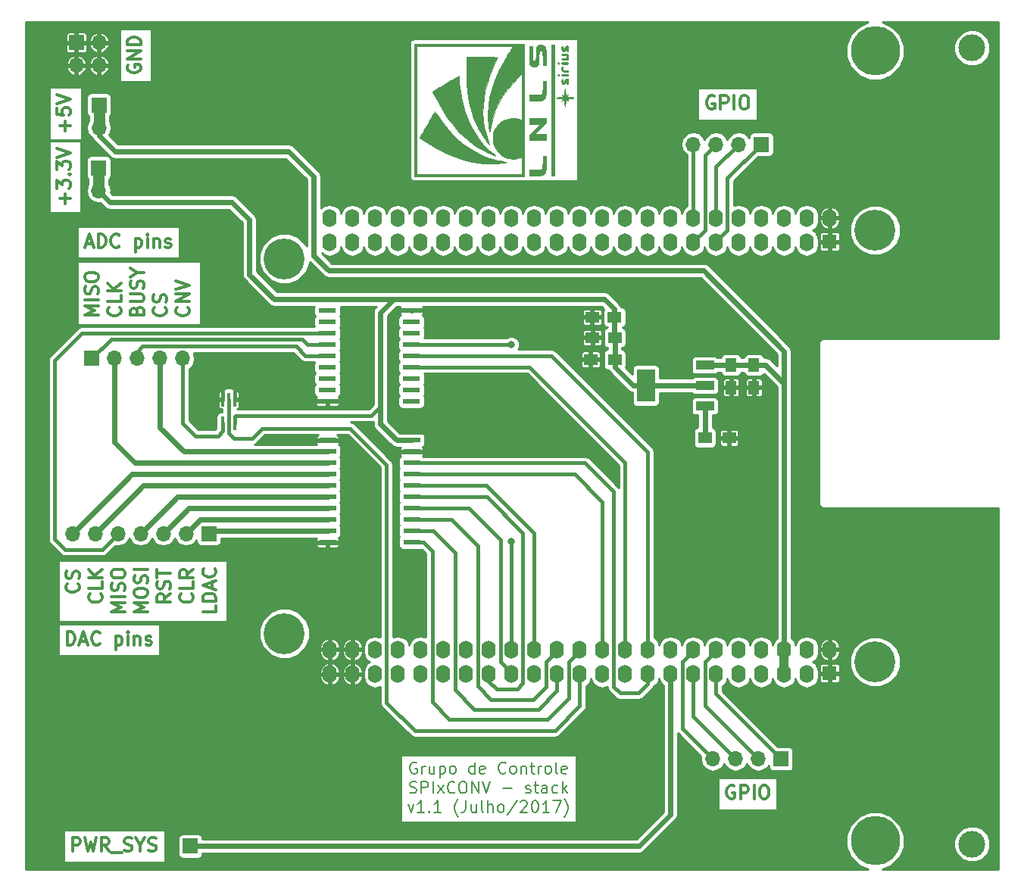
<source format=gbr>
G04 #@! TF.FileFunction,Copper,L1,Top,Signal*
%FSLAX46Y46*%
G04 Gerber Fmt 4.6, Leading zero omitted, Abs format (unit mm)*
G04 Created by KiCad (PCBNEW no-vcs-found-product) date Tue Jul 11 16:06:11 2017*
%MOMM*%
%LPD*%
G01*
G04 APERTURE LIST*
%ADD10C,0.100000*%
%ADD11C,0.300000*%
%ADD12C,0.200000*%
%ADD13C,0.010000*%
%ADD14R,1.950000X0.600000*%
%ADD15R,1.700000X1.700000*%
%ADD16O,1.700000X1.700000*%
%ADD17C,4.572000*%
%ADD18R,1.600000X1.600000*%
%ADD19O,1.600000X2.000000*%
%ADD20C,5.500000*%
%ADD21C,3.000000*%
%ADD22R,0.400000X1.500000*%
%ADD23R,2.032000X3.657600*%
%ADD24R,2.032000X1.016000*%
%ADD25R,1.500000X1.250000*%
%ADD26R,1.250000X1.500000*%
%ADD27R,1.500000X1.300000*%
%ADD28C,0.800000*%
%ADD29C,0.400000*%
%ADD30C,0.600000*%
%ADD31C,1.300000*%
%ADD32C,1.000000*%
%ADD33C,0.250000*%
G04 APERTURE END LIST*
D10*
D11*
X76387142Y-49600000D02*
X76387142Y-48457142D01*
X76958571Y-49028571D02*
X75815714Y-49028571D01*
X75458571Y-47885714D02*
X75458571Y-46957142D01*
X76030000Y-47457142D01*
X76030000Y-47242857D01*
X76101428Y-47100000D01*
X76172857Y-47028571D01*
X76315714Y-46957142D01*
X76672857Y-46957142D01*
X76815714Y-47028571D01*
X76887142Y-47100000D01*
X76958571Y-47242857D01*
X76958571Y-47671428D01*
X76887142Y-47814285D01*
X76815714Y-47885714D01*
X76815714Y-46314285D02*
X76887142Y-46242857D01*
X76958571Y-46314285D01*
X76887142Y-46385714D01*
X76815714Y-46314285D01*
X76958571Y-46314285D01*
X75458571Y-45742857D02*
X75458571Y-44814285D01*
X76030000Y-45314285D01*
X76030000Y-45100000D01*
X76101428Y-44957142D01*
X76172857Y-44885714D01*
X76315714Y-44814285D01*
X76672857Y-44814285D01*
X76815714Y-44885714D01*
X76887142Y-44957142D01*
X76958571Y-45100000D01*
X76958571Y-45528571D01*
X76887142Y-45671428D01*
X76815714Y-45742857D01*
X75458571Y-44385714D02*
X76958571Y-43885714D01*
X75458571Y-43385714D01*
X148950000Y-37590000D02*
X148807142Y-37518571D01*
X148592857Y-37518571D01*
X148378571Y-37590000D01*
X148235714Y-37732857D01*
X148164285Y-37875714D01*
X148092857Y-38161428D01*
X148092857Y-38375714D01*
X148164285Y-38661428D01*
X148235714Y-38804285D01*
X148378571Y-38947142D01*
X148592857Y-39018571D01*
X148735714Y-39018571D01*
X148950000Y-38947142D01*
X149021428Y-38875714D01*
X149021428Y-38375714D01*
X148735714Y-38375714D01*
X149664285Y-39018571D02*
X149664285Y-37518571D01*
X150235714Y-37518571D01*
X150378571Y-37590000D01*
X150450000Y-37661428D01*
X150521428Y-37804285D01*
X150521428Y-38018571D01*
X150450000Y-38161428D01*
X150378571Y-38232857D01*
X150235714Y-38304285D01*
X149664285Y-38304285D01*
X151164285Y-39018571D02*
X151164285Y-37518571D01*
X152164285Y-37518571D02*
X152450000Y-37518571D01*
X152592857Y-37590000D01*
X152735714Y-37732857D01*
X152807142Y-38018571D01*
X152807142Y-38518571D01*
X152735714Y-38804285D01*
X152592857Y-38947142D01*
X152450000Y-39018571D01*
X152164285Y-39018571D01*
X152021428Y-38947142D01*
X151878571Y-38804285D01*
X151807142Y-38518571D01*
X151807142Y-38018571D01*
X151878571Y-37732857D01*
X152021428Y-37590000D01*
X152164285Y-37518571D01*
X151190000Y-114700000D02*
X151047142Y-114628571D01*
X150832857Y-114628571D01*
X150618571Y-114700000D01*
X150475714Y-114842857D01*
X150404285Y-114985714D01*
X150332857Y-115271428D01*
X150332857Y-115485714D01*
X150404285Y-115771428D01*
X150475714Y-115914285D01*
X150618571Y-116057142D01*
X150832857Y-116128571D01*
X150975714Y-116128571D01*
X151190000Y-116057142D01*
X151261428Y-115985714D01*
X151261428Y-115485714D01*
X150975714Y-115485714D01*
X151904285Y-116128571D02*
X151904285Y-114628571D01*
X152475714Y-114628571D01*
X152618571Y-114700000D01*
X152690000Y-114771428D01*
X152761428Y-114914285D01*
X152761428Y-115128571D01*
X152690000Y-115271428D01*
X152618571Y-115342857D01*
X152475714Y-115414285D01*
X151904285Y-115414285D01*
X153404285Y-116128571D02*
X153404285Y-114628571D01*
X154404285Y-114628571D02*
X154690000Y-114628571D01*
X154832857Y-114700000D01*
X154975714Y-114842857D01*
X155047142Y-115128571D01*
X155047142Y-115628571D01*
X154975714Y-115914285D01*
X154832857Y-116057142D01*
X154690000Y-116128571D01*
X154404285Y-116128571D01*
X154261428Y-116057142D01*
X154118571Y-115914285D01*
X154047142Y-115628571D01*
X154047142Y-115128571D01*
X154118571Y-114842857D01*
X154261428Y-114700000D01*
X154404285Y-114628571D01*
X77237142Y-121988571D02*
X77237142Y-120488571D01*
X77808571Y-120488571D01*
X77951428Y-120560000D01*
X78022857Y-120631428D01*
X78094285Y-120774285D01*
X78094285Y-120988571D01*
X78022857Y-121131428D01*
X77951428Y-121202857D01*
X77808571Y-121274285D01*
X77237142Y-121274285D01*
X78594285Y-120488571D02*
X78951428Y-121988571D01*
X79237142Y-120917142D01*
X79522857Y-121988571D01*
X79880000Y-120488571D01*
X81308571Y-121988571D02*
X80808571Y-121274285D01*
X80451428Y-121988571D02*
X80451428Y-120488571D01*
X81022857Y-120488571D01*
X81165714Y-120560000D01*
X81237142Y-120631428D01*
X81308571Y-120774285D01*
X81308571Y-120988571D01*
X81237142Y-121131428D01*
X81165714Y-121202857D01*
X81022857Y-121274285D01*
X80451428Y-121274285D01*
X81594285Y-122131428D02*
X82737142Y-122131428D01*
X83022857Y-121917142D02*
X83237142Y-121988571D01*
X83594285Y-121988571D01*
X83737142Y-121917142D01*
X83808571Y-121845714D01*
X83880000Y-121702857D01*
X83880000Y-121560000D01*
X83808571Y-121417142D01*
X83737142Y-121345714D01*
X83594285Y-121274285D01*
X83308571Y-121202857D01*
X83165714Y-121131428D01*
X83094285Y-121060000D01*
X83022857Y-120917142D01*
X83022857Y-120774285D01*
X83094285Y-120631428D01*
X83165714Y-120560000D01*
X83308571Y-120488571D01*
X83665714Y-120488571D01*
X83880000Y-120560000D01*
X84808571Y-121274285D02*
X84808571Y-121988571D01*
X84308571Y-120488571D02*
X84808571Y-121274285D01*
X85308571Y-120488571D01*
X85737142Y-121917142D02*
X85951428Y-121988571D01*
X86308571Y-121988571D01*
X86451428Y-121917142D01*
X86522857Y-121845714D01*
X86594285Y-121702857D01*
X86594285Y-121560000D01*
X86522857Y-121417142D01*
X86451428Y-121345714D01*
X86308571Y-121274285D01*
X86022857Y-121202857D01*
X85880000Y-121131428D01*
X85808571Y-121060000D01*
X85737142Y-120917142D01*
X85737142Y-120774285D01*
X85808571Y-120631428D01*
X85880000Y-120560000D01*
X86022857Y-120488571D01*
X86380000Y-120488571D01*
X86594285Y-120560000D01*
X76407142Y-41468571D02*
X76407142Y-40325714D01*
X76978571Y-40897142D02*
X75835714Y-40897142D01*
X75478571Y-38897142D02*
X75478571Y-39611428D01*
X76192857Y-39682857D01*
X76121428Y-39611428D01*
X76050000Y-39468571D01*
X76050000Y-39111428D01*
X76121428Y-38968571D01*
X76192857Y-38897142D01*
X76335714Y-38825714D01*
X76692857Y-38825714D01*
X76835714Y-38897142D01*
X76907142Y-38968571D01*
X76978571Y-39111428D01*
X76978571Y-39468571D01*
X76907142Y-39611428D01*
X76835714Y-39682857D01*
X75478571Y-38397142D02*
X76978571Y-37897142D01*
X75478571Y-37397142D01*
X83410000Y-34092857D02*
X83338571Y-34235714D01*
X83338571Y-34450000D01*
X83410000Y-34664285D01*
X83552857Y-34807142D01*
X83695714Y-34878571D01*
X83981428Y-34950000D01*
X84195714Y-34950000D01*
X84481428Y-34878571D01*
X84624285Y-34807142D01*
X84767142Y-34664285D01*
X84838571Y-34450000D01*
X84838571Y-34307142D01*
X84767142Y-34092857D01*
X84695714Y-34021428D01*
X84195714Y-34021428D01*
X84195714Y-34307142D01*
X84838571Y-33378571D02*
X83338571Y-33378571D01*
X84838571Y-32521428D01*
X83338571Y-32521428D01*
X84838571Y-31807142D02*
X83338571Y-31807142D01*
X83338571Y-31450000D01*
X83410000Y-31235714D01*
X83552857Y-31092857D01*
X83695714Y-31021428D01*
X83981428Y-30950000D01*
X84195714Y-30950000D01*
X84481428Y-31021428D01*
X84624285Y-31092857D01*
X84767142Y-31235714D01*
X84838571Y-31450000D01*
X84838571Y-31807142D01*
X76631428Y-98918571D02*
X76631428Y-97418571D01*
X76988571Y-97418571D01*
X77202857Y-97490000D01*
X77345714Y-97632857D01*
X77417142Y-97775714D01*
X77488571Y-98061428D01*
X77488571Y-98275714D01*
X77417142Y-98561428D01*
X77345714Y-98704285D01*
X77202857Y-98847142D01*
X76988571Y-98918571D01*
X76631428Y-98918571D01*
X78060000Y-98490000D02*
X78774285Y-98490000D01*
X77917142Y-98918571D02*
X78417142Y-97418571D01*
X78917142Y-98918571D01*
X80274285Y-98775714D02*
X80202857Y-98847142D01*
X79988571Y-98918571D01*
X79845714Y-98918571D01*
X79631428Y-98847142D01*
X79488571Y-98704285D01*
X79417142Y-98561428D01*
X79345714Y-98275714D01*
X79345714Y-98061428D01*
X79417142Y-97775714D01*
X79488571Y-97632857D01*
X79631428Y-97490000D01*
X79845714Y-97418571D01*
X79988571Y-97418571D01*
X80202857Y-97490000D01*
X80274285Y-97561428D01*
X82060000Y-97918571D02*
X82060000Y-99418571D01*
X82060000Y-97990000D02*
X82202857Y-97918571D01*
X82488571Y-97918571D01*
X82631428Y-97990000D01*
X82702857Y-98061428D01*
X82774285Y-98204285D01*
X82774285Y-98632857D01*
X82702857Y-98775714D01*
X82631428Y-98847142D01*
X82488571Y-98918571D01*
X82202857Y-98918571D01*
X82060000Y-98847142D01*
X83417142Y-98918571D02*
X83417142Y-97918571D01*
X83417142Y-97418571D02*
X83345714Y-97490000D01*
X83417142Y-97561428D01*
X83488571Y-97490000D01*
X83417142Y-97418571D01*
X83417142Y-97561428D01*
X84131428Y-97918571D02*
X84131428Y-98918571D01*
X84131428Y-98061428D02*
X84202857Y-97990000D01*
X84345714Y-97918571D01*
X84560000Y-97918571D01*
X84702857Y-97990000D01*
X84774285Y-98132857D01*
X84774285Y-98918571D01*
X85417142Y-98847142D02*
X85560000Y-98918571D01*
X85845714Y-98918571D01*
X85988571Y-98847142D01*
X86060000Y-98704285D01*
X86060000Y-98632857D01*
X85988571Y-98490000D01*
X85845714Y-98418571D01*
X85631428Y-98418571D01*
X85488571Y-98347142D01*
X85417142Y-98204285D01*
X85417142Y-98132857D01*
X85488571Y-97990000D01*
X85631428Y-97918571D01*
X85845714Y-97918571D01*
X85988571Y-97990000D01*
X78730000Y-54050000D02*
X79444285Y-54050000D01*
X78587142Y-54478571D02*
X79087142Y-52978571D01*
X79587142Y-54478571D01*
X80087142Y-54478571D02*
X80087142Y-52978571D01*
X80444285Y-52978571D01*
X80658571Y-53050000D01*
X80801428Y-53192857D01*
X80872857Y-53335714D01*
X80944285Y-53621428D01*
X80944285Y-53835714D01*
X80872857Y-54121428D01*
X80801428Y-54264285D01*
X80658571Y-54407142D01*
X80444285Y-54478571D01*
X80087142Y-54478571D01*
X82444285Y-54335714D02*
X82372857Y-54407142D01*
X82158571Y-54478571D01*
X82015714Y-54478571D01*
X81801428Y-54407142D01*
X81658571Y-54264285D01*
X81587142Y-54121428D01*
X81515714Y-53835714D01*
X81515714Y-53621428D01*
X81587142Y-53335714D01*
X81658571Y-53192857D01*
X81801428Y-53050000D01*
X82015714Y-52978571D01*
X82158571Y-52978571D01*
X82372857Y-53050000D01*
X82444285Y-53121428D01*
X84230000Y-53478571D02*
X84230000Y-54978571D01*
X84230000Y-53550000D02*
X84372857Y-53478571D01*
X84658571Y-53478571D01*
X84801428Y-53550000D01*
X84872857Y-53621428D01*
X84944285Y-53764285D01*
X84944285Y-54192857D01*
X84872857Y-54335714D01*
X84801428Y-54407142D01*
X84658571Y-54478571D01*
X84372857Y-54478571D01*
X84230000Y-54407142D01*
X85587142Y-54478571D02*
X85587142Y-53478571D01*
X85587142Y-52978571D02*
X85515714Y-53050000D01*
X85587142Y-53121428D01*
X85658571Y-53050000D01*
X85587142Y-52978571D01*
X85587142Y-53121428D01*
X86301428Y-53478571D02*
X86301428Y-54478571D01*
X86301428Y-53621428D02*
X86372857Y-53550000D01*
X86515714Y-53478571D01*
X86730000Y-53478571D01*
X86872857Y-53550000D01*
X86944285Y-53692857D01*
X86944285Y-54478571D01*
X87587142Y-54407142D02*
X87730000Y-54478571D01*
X88015714Y-54478571D01*
X88158571Y-54407142D01*
X88230000Y-54264285D01*
X88230000Y-54192857D01*
X88158571Y-54050000D01*
X88015714Y-53978571D01*
X87801428Y-53978571D01*
X87658571Y-53907142D01*
X87587142Y-53764285D01*
X87587142Y-53692857D01*
X87658571Y-53550000D01*
X87801428Y-53478571D01*
X88015714Y-53478571D01*
X88158571Y-53550000D01*
X80088571Y-62047857D02*
X78588571Y-62047857D01*
X79660000Y-61547857D01*
X78588571Y-61047857D01*
X80088571Y-61047857D01*
X80088571Y-60333571D02*
X78588571Y-60333571D01*
X80017142Y-59690714D02*
X80088571Y-59476428D01*
X80088571Y-59119285D01*
X80017142Y-58976428D01*
X79945714Y-58905000D01*
X79802857Y-58833571D01*
X79660000Y-58833571D01*
X79517142Y-58905000D01*
X79445714Y-58976428D01*
X79374285Y-59119285D01*
X79302857Y-59405000D01*
X79231428Y-59547857D01*
X79160000Y-59619285D01*
X79017142Y-59690714D01*
X78874285Y-59690714D01*
X78731428Y-59619285D01*
X78660000Y-59547857D01*
X78588571Y-59405000D01*
X78588571Y-59047857D01*
X78660000Y-58833571D01*
X78588571Y-57905000D02*
X78588571Y-57619285D01*
X78660000Y-57476428D01*
X78802857Y-57333571D01*
X79088571Y-57262142D01*
X79588571Y-57262142D01*
X79874285Y-57333571D01*
X80017142Y-57476428D01*
X80088571Y-57619285D01*
X80088571Y-57905000D01*
X80017142Y-58047857D01*
X79874285Y-58190714D01*
X79588571Y-58262142D01*
X79088571Y-58262142D01*
X78802857Y-58190714D01*
X78660000Y-58047857D01*
X78588571Y-57905000D01*
X82495714Y-61190714D02*
X82567142Y-61262142D01*
X82638571Y-61476428D01*
X82638571Y-61619285D01*
X82567142Y-61833571D01*
X82424285Y-61976428D01*
X82281428Y-62047857D01*
X81995714Y-62119285D01*
X81781428Y-62119285D01*
X81495714Y-62047857D01*
X81352857Y-61976428D01*
X81210000Y-61833571D01*
X81138571Y-61619285D01*
X81138571Y-61476428D01*
X81210000Y-61262142D01*
X81281428Y-61190714D01*
X82638571Y-59833571D02*
X82638571Y-60547857D01*
X81138571Y-60547857D01*
X82638571Y-59333571D02*
X81138571Y-59333571D01*
X82638571Y-58476428D02*
X81781428Y-59119285D01*
X81138571Y-58476428D02*
X81995714Y-59333571D01*
X84402857Y-61547857D02*
X84474285Y-61333571D01*
X84545714Y-61262142D01*
X84688571Y-61190714D01*
X84902857Y-61190714D01*
X85045714Y-61262142D01*
X85117142Y-61333571D01*
X85188571Y-61476428D01*
X85188571Y-62047857D01*
X83688571Y-62047857D01*
X83688571Y-61547857D01*
X83760000Y-61405000D01*
X83831428Y-61333571D01*
X83974285Y-61262142D01*
X84117142Y-61262142D01*
X84260000Y-61333571D01*
X84331428Y-61405000D01*
X84402857Y-61547857D01*
X84402857Y-62047857D01*
X83688571Y-60547857D02*
X84902857Y-60547857D01*
X85045714Y-60476428D01*
X85117142Y-60405000D01*
X85188571Y-60262142D01*
X85188571Y-59976428D01*
X85117142Y-59833571D01*
X85045714Y-59762142D01*
X84902857Y-59690714D01*
X83688571Y-59690714D01*
X85117142Y-59047857D02*
X85188571Y-58833571D01*
X85188571Y-58476428D01*
X85117142Y-58333571D01*
X85045714Y-58262142D01*
X84902857Y-58190714D01*
X84760000Y-58190714D01*
X84617142Y-58262142D01*
X84545714Y-58333571D01*
X84474285Y-58476428D01*
X84402857Y-58762142D01*
X84331428Y-58905000D01*
X84260000Y-58976428D01*
X84117142Y-59047857D01*
X83974285Y-59047857D01*
X83831428Y-58976428D01*
X83760000Y-58905000D01*
X83688571Y-58762142D01*
X83688571Y-58405000D01*
X83760000Y-58190714D01*
X84474285Y-57262142D02*
X85188571Y-57262142D01*
X83688571Y-57762142D02*
X84474285Y-57262142D01*
X83688571Y-56762142D01*
X87595714Y-61190714D02*
X87667142Y-61262142D01*
X87738571Y-61476428D01*
X87738571Y-61619285D01*
X87667142Y-61833571D01*
X87524285Y-61976428D01*
X87381428Y-62047857D01*
X87095714Y-62119285D01*
X86881428Y-62119285D01*
X86595714Y-62047857D01*
X86452857Y-61976428D01*
X86310000Y-61833571D01*
X86238571Y-61619285D01*
X86238571Y-61476428D01*
X86310000Y-61262142D01*
X86381428Y-61190714D01*
X87667142Y-60619285D02*
X87738571Y-60405000D01*
X87738571Y-60047857D01*
X87667142Y-59905000D01*
X87595714Y-59833571D01*
X87452857Y-59762142D01*
X87310000Y-59762142D01*
X87167142Y-59833571D01*
X87095714Y-59905000D01*
X87024285Y-60047857D01*
X86952857Y-60333571D01*
X86881428Y-60476428D01*
X86810000Y-60547857D01*
X86667142Y-60619285D01*
X86524285Y-60619285D01*
X86381428Y-60547857D01*
X86310000Y-60476428D01*
X86238571Y-60333571D01*
X86238571Y-59976428D01*
X86310000Y-59762142D01*
X90145714Y-61190714D02*
X90217142Y-61262142D01*
X90288571Y-61476428D01*
X90288571Y-61619285D01*
X90217142Y-61833571D01*
X90074285Y-61976428D01*
X89931428Y-62047857D01*
X89645714Y-62119285D01*
X89431428Y-62119285D01*
X89145714Y-62047857D01*
X89002857Y-61976428D01*
X88860000Y-61833571D01*
X88788571Y-61619285D01*
X88788571Y-61476428D01*
X88860000Y-61262142D01*
X88931428Y-61190714D01*
X90288571Y-60547857D02*
X88788571Y-60547857D01*
X90288571Y-59690714D01*
X88788571Y-59690714D01*
X88788571Y-59190714D02*
X90288571Y-58690714D01*
X88788571Y-58190714D01*
X77825714Y-92085000D02*
X77897142Y-92156428D01*
X77968571Y-92370714D01*
X77968571Y-92513571D01*
X77897142Y-92727857D01*
X77754285Y-92870714D01*
X77611428Y-92942142D01*
X77325714Y-93013571D01*
X77111428Y-93013571D01*
X76825714Y-92942142D01*
X76682857Y-92870714D01*
X76540000Y-92727857D01*
X76468571Y-92513571D01*
X76468571Y-92370714D01*
X76540000Y-92156428D01*
X76611428Y-92085000D01*
X77897142Y-91513571D02*
X77968571Y-91299285D01*
X77968571Y-90942142D01*
X77897142Y-90799285D01*
X77825714Y-90727857D01*
X77682857Y-90656428D01*
X77540000Y-90656428D01*
X77397142Y-90727857D01*
X77325714Y-90799285D01*
X77254285Y-90942142D01*
X77182857Y-91227857D01*
X77111428Y-91370714D01*
X77040000Y-91442142D01*
X76897142Y-91513571D01*
X76754285Y-91513571D01*
X76611428Y-91442142D01*
X76540000Y-91370714D01*
X76468571Y-91227857D01*
X76468571Y-90870714D01*
X76540000Y-90656428D01*
X80375714Y-93227857D02*
X80447142Y-93299285D01*
X80518571Y-93513571D01*
X80518571Y-93656428D01*
X80447142Y-93870714D01*
X80304285Y-94013571D01*
X80161428Y-94085000D01*
X79875714Y-94156428D01*
X79661428Y-94156428D01*
X79375714Y-94085000D01*
X79232857Y-94013571D01*
X79090000Y-93870714D01*
X79018571Y-93656428D01*
X79018571Y-93513571D01*
X79090000Y-93299285D01*
X79161428Y-93227857D01*
X80518571Y-91870714D02*
X80518571Y-92585000D01*
X79018571Y-92585000D01*
X80518571Y-91370714D02*
X79018571Y-91370714D01*
X80518571Y-90513571D02*
X79661428Y-91156428D01*
X79018571Y-90513571D02*
X79875714Y-91370714D01*
X83068571Y-95227857D02*
X81568571Y-95227857D01*
X82640000Y-94727857D01*
X81568571Y-94227857D01*
X83068571Y-94227857D01*
X83068571Y-93513571D02*
X81568571Y-93513571D01*
X82997142Y-92870714D02*
X83068571Y-92656428D01*
X83068571Y-92299285D01*
X82997142Y-92156428D01*
X82925714Y-92085000D01*
X82782857Y-92013571D01*
X82640000Y-92013571D01*
X82497142Y-92085000D01*
X82425714Y-92156428D01*
X82354285Y-92299285D01*
X82282857Y-92585000D01*
X82211428Y-92727857D01*
X82140000Y-92799285D01*
X81997142Y-92870714D01*
X81854285Y-92870714D01*
X81711428Y-92799285D01*
X81640000Y-92727857D01*
X81568571Y-92585000D01*
X81568571Y-92227857D01*
X81640000Y-92013571D01*
X81568571Y-91085000D02*
X81568571Y-90799285D01*
X81640000Y-90656428D01*
X81782857Y-90513571D01*
X82068571Y-90442142D01*
X82568571Y-90442142D01*
X82854285Y-90513571D01*
X82997142Y-90656428D01*
X83068571Y-90799285D01*
X83068571Y-91085000D01*
X82997142Y-91227857D01*
X82854285Y-91370714D01*
X82568571Y-91442142D01*
X82068571Y-91442142D01*
X81782857Y-91370714D01*
X81640000Y-91227857D01*
X81568571Y-91085000D01*
X85618571Y-95227857D02*
X84118571Y-95227857D01*
X85190000Y-94727857D01*
X84118571Y-94227857D01*
X85618571Y-94227857D01*
X84118571Y-93227857D02*
X84118571Y-92942142D01*
X84190000Y-92799285D01*
X84332857Y-92656428D01*
X84618571Y-92585000D01*
X85118571Y-92585000D01*
X85404285Y-92656428D01*
X85547142Y-92799285D01*
X85618571Y-92942142D01*
X85618571Y-93227857D01*
X85547142Y-93370714D01*
X85404285Y-93513571D01*
X85118571Y-93585000D01*
X84618571Y-93585000D01*
X84332857Y-93513571D01*
X84190000Y-93370714D01*
X84118571Y-93227857D01*
X85547142Y-92013571D02*
X85618571Y-91799285D01*
X85618571Y-91442142D01*
X85547142Y-91299285D01*
X85475714Y-91227857D01*
X85332857Y-91156428D01*
X85190000Y-91156428D01*
X85047142Y-91227857D01*
X84975714Y-91299285D01*
X84904285Y-91442142D01*
X84832857Y-91727857D01*
X84761428Y-91870714D01*
X84690000Y-91942142D01*
X84547142Y-92013571D01*
X84404285Y-92013571D01*
X84261428Y-91942142D01*
X84190000Y-91870714D01*
X84118571Y-91727857D01*
X84118571Y-91370714D01*
X84190000Y-91156428D01*
X85618571Y-90513571D02*
X84118571Y-90513571D01*
X88168571Y-93227857D02*
X87454285Y-93727857D01*
X88168571Y-94085000D02*
X86668571Y-94085000D01*
X86668571Y-93513571D01*
X86740000Y-93370714D01*
X86811428Y-93299285D01*
X86954285Y-93227857D01*
X87168571Y-93227857D01*
X87311428Y-93299285D01*
X87382857Y-93370714D01*
X87454285Y-93513571D01*
X87454285Y-94085000D01*
X88097142Y-92656428D02*
X88168571Y-92442142D01*
X88168571Y-92085000D01*
X88097142Y-91942142D01*
X88025714Y-91870714D01*
X87882857Y-91799285D01*
X87740000Y-91799285D01*
X87597142Y-91870714D01*
X87525714Y-91942142D01*
X87454285Y-92085000D01*
X87382857Y-92370714D01*
X87311428Y-92513571D01*
X87240000Y-92585000D01*
X87097142Y-92656428D01*
X86954285Y-92656428D01*
X86811428Y-92585000D01*
X86740000Y-92513571D01*
X86668571Y-92370714D01*
X86668571Y-92013571D01*
X86740000Y-91799285D01*
X86668571Y-91370714D02*
X86668571Y-90513571D01*
X88168571Y-90942142D02*
X86668571Y-90942142D01*
X90575714Y-93227857D02*
X90647142Y-93299285D01*
X90718571Y-93513571D01*
X90718571Y-93656428D01*
X90647142Y-93870714D01*
X90504285Y-94013571D01*
X90361428Y-94085000D01*
X90075714Y-94156428D01*
X89861428Y-94156428D01*
X89575714Y-94085000D01*
X89432857Y-94013571D01*
X89290000Y-93870714D01*
X89218571Y-93656428D01*
X89218571Y-93513571D01*
X89290000Y-93299285D01*
X89361428Y-93227857D01*
X90718571Y-91870714D02*
X90718571Y-92585000D01*
X89218571Y-92585000D01*
X90718571Y-90513571D02*
X90004285Y-91013571D01*
X90718571Y-91370714D02*
X89218571Y-91370714D01*
X89218571Y-90799285D01*
X89290000Y-90656428D01*
X89361428Y-90585000D01*
X89504285Y-90513571D01*
X89718571Y-90513571D01*
X89861428Y-90585000D01*
X89932857Y-90656428D01*
X90004285Y-90799285D01*
X90004285Y-91370714D01*
X93268571Y-94513571D02*
X93268571Y-95227857D01*
X91768571Y-95227857D01*
X93268571Y-94013571D02*
X91768571Y-94013571D01*
X91768571Y-93656428D01*
X91840000Y-93442142D01*
X91982857Y-93299285D01*
X92125714Y-93227857D01*
X92411428Y-93156428D01*
X92625714Y-93156428D01*
X92911428Y-93227857D01*
X93054285Y-93299285D01*
X93197142Y-93442142D01*
X93268571Y-93656428D01*
X93268571Y-94013571D01*
X92840000Y-92585000D02*
X92840000Y-91870714D01*
X93268571Y-92727857D02*
X91768571Y-92227857D01*
X93268571Y-91727857D01*
X93125714Y-90370714D02*
X93197142Y-90442142D01*
X93268571Y-90656428D01*
X93268571Y-90799285D01*
X93197142Y-91013571D01*
X93054285Y-91156428D01*
X92911428Y-91227857D01*
X92625714Y-91299285D01*
X92411428Y-91299285D01*
X92125714Y-91227857D01*
X91982857Y-91156428D01*
X91840000Y-91013571D01*
X91768571Y-90799285D01*
X91768571Y-90656428D01*
X91840000Y-90442142D01*
X91911428Y-90370714D01*
D12*
X115672380Y-112090000D02*
X115548571Y-112028095D01*
X115362857Y-112028095D01*
X115177142Y-112090000D01*
X115053333Y-112213809D01*
X114991428Y-112337619D01*
X114929523Y-112585238D01*
X114929523Y-112770952D01*
X114991428Y-113018571D01*
X115053333Y-113142380D01*
X115177142Y-113266190D01*
X115362857Y-113328095D01*
X115486666Y-113328095D01*
X115672380Y-113266190D01*
X115734285Y-113204285D01*
X115734285Y-112770952D01*
X115486666Y-112770952D01*
X116291428Y-113328095D02*
X116291428Y-112461428D01*
X116291428Y-112709047D02*
X116353333Y-112585238D01*
X116415238Y-112523333D01*
X116539047Y-112461428D01*
X116662857Y-112461428D01*
X117653333Y-112461428D02*
X117653333Y-113328095D01*
X117096190Y-112461428D02*
X117096190Y-113142380D01*
X117158095Y-113266190D01*
X117281904Y-113328095D01*
X117467619Y-113328095D01*
X117591428Y-113266190D01*
X117653333Y-113204285D01*
X118272380Y-112461428D02*
X118272380Y-113761428D01*
X118272380Y-112523333D02*
X118396190Y-112461428D01*
X118643809Y-112461428D01*
X118767619Y-112523333D01*
X118829523Y-112585238D01*
X118891428Y-112709047D01*
X118891428Y-113080476D01*
X118829523Y-113204285D01*
X118767619Y-113266190D01*
X118643809Y-113328095D01*
X118396190Y-113328095D01*
X118272380Y-113266190D01*
X119634285Y-113328095D02*
X119510476Y-113266190D01*
X119448571Y-113204285D01*
X119386666Y-113080476D01*
X119386666Y-112709047D01*
X119448571Y-112585238D01*
X119510476Y-112523333D01*
X119634285Y-112461428D01*
X119820000Y-112461428D01*
X119943809Y-112523333D01*
X120005714Y-112585238D01*
X120067619Y-112709047D01*
X120067619Y-113080476D01*
X120005714Y-113204285D01*
X119943809Y-113266190D01*
X119820000Y-113328095D01*
X119634285Y-113328095D01*
X122172380Y-113328095D02*
X122172380Y-112028095D01*
X122172380Y-113266190D02*
X122048571Y-113328095D01*
X121800952Y-113328095D01*
X121677142Y-113266190D01*
X121615238Y-113204285D01*
X121553333Y-113080476D01*
X121553333Y-112709047D01*
X121615238Y-112585238D01*
X121677142Y-112523333D01*
X121800952Y-112461428D01*
X122048571Y-112461428D01*
X122172380Y-112523333D01*
X123286666Y-113266190D02*
X123162857Y-113328095D01*
X122915238Y-113328095D01*
X122791428Y-113266190D01*
X122729523Y-113142380D01*
X122729523Y-112647142D01*
X122791428Y-112523333D01*
X122915238Y-112461428D01*
X123162857Y-112461428D01*
X123286666Y-112523333D01*
X123348571Y-112647142D01*
X123348571Y-112770952D01*
X122729523Y-112894761D01*
X125639047Y-113204285D02*
X125577142Y-113266190D01*
X125391428Y-113328095D01*
X125267619Y-113328095D01*
X125081904Y-113266190D01*
X124958095Y-113142380D01*
X124896190Y-113018571D01*
X124834285Y-112770952D01*
X124834285Y-112585238D01*
X124896190Y-112337619D01*
X124958095Y-112213809D01*
X125081904Y-112090000D01*
X125267619Y-112028095D01*
X125391428Y-112028095D01*
X125577142Y-112090000D01*
X125639047Y-112151904D01*
X126381904Y-113328095D02*
X126258095Y-113266190D01*
X126196190Y-113204285D01*
X126134285Y-113080476D01*
X126134285Y-112709047D01*
X126196190Y-112585238D01*
X126258095Y-112523333D01*
X126381904Y-112461428D01*
X126567619Y-112461428D01*
X126691428Y-112523333D01*
X126753333Y-112585238D01*
X126815238Y-112709047D01*
X126815238Y-113080476D01*
X126753333Y-113204285D01*
X126691428Y-113266190D01*
X126567619Y-113328095D01*
X126381904Y-113328095D01*
X127372380Y-112461428D02*
X127372380Y-113328095D01*
X127372380Y-112585238D02*
X127434285Y-112523333D01*
X127558095Y-112461428D01*
X127743809Y-112461428D01*
X127867619Y-112523333D01*
X127929523Y-112647142D01*
X127929523Y-113328095D01*
X128362857Y-112461428D02*
X128858095Y-112461428D01*
X128548571Y-112028095D02*
X128548571Y-113142380D01*
X128610476Y-113266190D01*
X128734285Y-113328095D01*
X128858095Y-113328095D01*
X129291428Y-113328095D02*
X129291428Y-112461428D01*
X129291428Y-112709047D02*
X129353333Y-112585238D01*
X129415238Y-112523333D01*
X129539047Y-112461428D01*
X129662857Y-112461428D01*
X130281904Y-113328095D02*
X130158095Y-113266190D01*
X130096190Y-113204285D01*
X130034285Y-113080476D01*
X130034285Y-112709047D01*
X130096190Y-112585238D01*
X130158095Y-112523333D01*
X130281904Y-112461428D01*
X130467619Y-112461428D01*
X130591428Y-112523333D01*
X130653333Y-112585238D01*
X130715238Y-112709047D01*
X130715238Y-113080476D01*
X130653333Y-113204285D01*
X130591428Y-113266190D01*
X130467619Y-113328095D01*
X130281904Y-113328095D01*
X131458095Y-113328095D02*
X131334285Y-113266190D01*
X131272380Y-113142380D01*
X131272380Y-112028095D01*
X132448571Y-113266190D02*
X132324761Y-113328095D01*
X132077142Y-113328095D01*
X131953333Y-113266190D01*
X131891428Y-113142380D01*
X131891428Y-112647142D01*
X131953333Y-112523333D01*
X132077142Y-112461428D01*
X132324761Y-112461428D01*
X132448571Y-112523333D01*
X132510476Y-112647142D01*
X132510476Y-112770952D01*
X131891428Y-112894761D01*
X114929523Y-115416190D02*
X115115238Y-115478095D01*
X115424761Y-115478095D01*
X115548571Y-115416190D01*
X115610476Y-115354285D01*
X115672380Y-115230476D01*
X115672380Y-115106666D01*
X115610476Y-114982857D01*
X115548571Y-114920952D01*
X115424761Y-114859047D01*
X115177142Y-114797142D01*
X115053333Y-114735238D01*
X114991428Y-114673333D01*
X114929523Y-114549523D01*
X114929523Y-114425714D01*
X114991428Y-114301904D01*
X115053333Y-114240000D01*
X115177142Y-114178095D01*
X115486666Y-114178095D01*
X115672380Y-114240000D01*
X116229523Y-115478095D02*
X116229523Y-114178095D01*
X116724761Y-114178095D01*
X116848571Y-114240000D01*
X116910476Y-114301904D01*
X116972380Y-114425714D01*
X116972380Y-114611428D01*
X116910476Y-114735238D01*
X116848571Y-114797142D01*
X116724761Y-114859047D01*
X116229523Y-114859047D01*
X117529523Y-115478095D02*
X117529523Y-114178095D01*
X118024761Y-115478095D02*
X118705714Y-114611428D01*
X118024761Y-114611428D02*
X118705714Y-115478095D01*
X119943809Y-115354285D02*
X119881904Y-115416190D01*
X119696190Y-115478095D01*
X119572380Y-115478095D01*
X119386666Y-115416190D01*
X119262857Y-115292380D01*
X119200952Y-115168571D01*
X119139047Y-114920952D01*
X119139047Y-114735238D01*
X119200952Y-114487619D01*
X119262857Y-114363809D01*
X119386666Y-114240000D01*
X119572380Y-114178095D01*
X119696190Y-114178095D01*
X119881904Y-114240000D01*
X119943809Y-114301904D01*
X120748571Y-114178095D02*
X120996190Y-114178095D01*
X121120000Y-114240000D01*
X121243809Y-114363809D01*
X121305714Y-114611428D01*
X121305714Y-115044761D01*
X121243809Y-115292380D01*
X121120000Y-115416190D01*
X120996190Y-115478095D01*
X120748571Y-115478095D01*
X120624761Y-115416190D01*
X120500952Y-115292380D01*
X120439047Y-115044761D01*
X120439047Y-114611428D01*
X120500952Y-114363809D01*
X120624761Y-114240000D01*
X120748571Y-114178095D01*
X121862857Y-115478095D02*
X121862857Y-114178095D01*
X122605714Y-115478095D01*
X122605714Y-114178095D01*
X123039047Y-114178095D02*
X123472380Y-115478095D01*
X123905714Y-114178095D01*
X125329523Y-114982857D02*
X126320000Y-114982857D01*
X127867619Y-115416190D02*
X127991428Y-115478095D01*
X128239047Y-115478095D01*
X128362857Y-115416190D01*
X128424761Y-115292380D01*
X128424761Y-115230476D01*
X128362857Y-115106666D01*
X128239047Y-115044761D01*
X128053333Y-115044761D01*
X127929523Y-114982857D01*
X127867619Y-114859047D01*
X127867619Y-114797142D01*
X127929523Y-114673333D01*
X128053333Y-114611428D01*
X128239047Y-114611428D01*
X128362857Y-114673333D01*
X128796190Y-114611428D02*
X129291428Y-114611428D01*
X128981904Y-114178095D02*
X128981904Y-115292380D01*
X129043809Y-115416190D01*
X129167619Y-115478095D01*
X129291428Y-115478095D01*
X130281904Y-115478095D02*
X130281904Y-114797142D01*
X130220000Y-114673333D01*
X130096190Y-114611428D01*
X129848571Y-114611428D01*
X129724761Y-114673333D01*
X130281904Y-115416190D02*
X130158095Y-115478095D01*
X129848571Y-115478095D01*
X129724761Y-115416190D01*
X129662857Y-115292380D01*
X129662857Y-115168571D01*
X129724761Y-115044761D01*
X129848571Y-114982857D01*
X130158095Y-114982857D01*
X130281904Y-114920952D01*
X131458095Y-115416190D02*
X131334285Y-115478095D01*
X131086666Y-115478095D01*
X130962857Y-115416190D01*
X130900952Y-115354285D01*
X130839047Y-115230476D01*
X130839047Y-114859047D01*
X130900952Y-114735238D01*
X130962857Y-114673333D01*
X131086666Y-114611428D01*
X131334285Y-114611428D01*
X131458095Y-114673333D01*
X132015238Y-115478095D02*
X132015238Y-114178095D01*
X132139047Y-114982857D02*
X132510476Y-115478095D01*
X132510476Y-114611428D02*
X132015238Y-115106666D01*
X114743809Y-116761428D02*
X115053333Y-117628095D01*
X115362857Y-116761428D01*
X116539047Y-117628095D02*
X115796190Y-117628095D01*
X116167619Y-117628095D02*
X116167619Y-116328095D01*
X116043809Y-116513809D01*
X115920000Y-116637619D01*
X115796190Y-116699523D01*
X117096190Y-117504285D02*
X117158095Y-117566190D01*
X117096190Y-117628095D01*
X117034285Y-117566190D01*
X117096190Y-117504285D01*
X117096190Y-117628095D01*
X118396190Y-117628095D02*
X117653333Y-117628095D01*
X118024761Y-117628095D02*
X118024761Y-116328095D01*
X117900952Y-116513809D01*
X117777142Y-116637619D01*
X117653333Y-116699523D01*
X120315238Y-118123333D02*
X120253333Y-118061428D01*
X120129523Y-117875714D01*
X120067619Y-117751904D01*
X120005714Y-117566190D01*
X119943809Y-117256666D01*
X119943809Y-117009047D01*
X120005714Y-116699523D01*
X120067619Y-116513809D01*
X120129523Y-116390000D01*
X120253333Y-116204285D01*
X120315238Y-116142380D01*
X121181904Y-116328095D02*
X121181904Y-117256666D01*
X121120000Y-117442380D01*
X120996190Y-117566190D01*
X120810476Y-117628095D01*
X120686666Y-117628095D01*
X122358095Y-116761428D02*
X122358095Y-117628095D01*
X121800952Y-116761428D02*
X121800952Y-117442380D01*
X121862857Y-117566190D01*
X121986666Y-117628095D01*
X122172380Y-117628095D01*
X122296190Y-117566190D01*
X122358095Y-117504285D01*
X123162857Y-117628095D02*
X123039047Y-117566190D01*
X122977142Y-117442380D01*
X122977142Y-116328095D01*
X123658095Y-117628095D02*
X123658095Y-116328095D01*
X124215238Y-117628095D02*
X124215238Y-116947142D01*
X124153333Y-116823333D01*
X124029523Y-116761428D01*
X123843809Y-116761428D01*
X123720000Y-116823333D01*
X123658095Y-116885238D01*
X125020000Y-117628095D02*
X124896190Y-117566190D01*
X124834285Y-117504285D01*
X124772380Y-117380476D01*
X124772380Y-117009047D01*
X124834285Y-116885238D01*
X124896190Y-116823333D01*
X125020000Y-116761428D01*
X125205714Y-116761428D01*
X125329523Y-116823333D01*
X125391428Y-116885238D01*
X125453333Y-117009047D01*
X125453333Y-117380476D01*
X125391428Y-117504285D01*
X125329523Y-117566190D01*
X125205714Y-117628095D01*
X125020000Y-117628095D01*
X126939047Y-116266190D02*
X125824761Y-117937619D01*
X127310476Y-116451904D02*
X127372380Y-116390000D01*
X127496190Y-116328095D01*
X127805714Y-116328095D01*
X127929523Y-116390000D01*
X127991428Y-116451904D01*
X128053333Y-116575714D01*
X128053333Y-116699523D01*
X127991428Y-116885238D01*
X127248571Y-117628095D01*
X128053333Y-117628095D01*
X128858095Y-116328095D02*
X128981904Y-116328095D01*
X129105714Y-116390000D01*
X129167619Y-116451904D01*
X129229523Y-116575714D01*
X129291428Y-116823333D01*
X129291428Y-117132857D01*
X129229523Y-117380476D01*
X129167619Y-117504285D01*
X129105714Y-117566190D01*
X128981904Y-117628095D01*
X128858095Y-117628095D01*
X128734285Y-117566190D01*
X128672380Y-117504285D01*
X128610476Y-117380476D01*
X128548571Y-117132857D01*
X128548571Y-116823333D01*
X128610476Y-116575714D01*
X128672380Y-116451904D01*
X128734285Y-116390000D01*
X128858095Y-116328095D01*
X130529523Y-117628095D02*
X129786666Y-117628095D01*
X130158095Y-117628095D02*
X130158095Y-116328095D01*
X130034285Y-116513809D01*
X129910476Y-116637619D01*
X129786666Y-116699523D01*
X130962857Y-116328095D02*
X131829523Y-116328095D01*
X131272380Y-117628095D01*
X132200952Y-118123333D02*
X132262857Y-118061428D01*
X132386666Y-117875714D01*
X132448571Y-117751904D01*
X132510476Y-117566190D01*
X132572380Y-117256666D01*
X132572380Y-117009047D01*
X132510476Y-116699523D01*
X132448571Y-116513809D01*
X132386666Y-116390000D01*
X132262857Y-116204285D01*
X132200952Y-116142380D01*
D13*
G36*
X131288795Y-37726713D02*
X131309488Y-37721063D01*
X131400207Y-37703140D01*
X131539123Y-37683003D01*
X131696552Y-37664944D01*
X131700257Y-37664577D01*
X131844152Y-37648336D01*
X131957088Y-37631796D01*
X132016875Y-37618263D01*
X132019323Y-37617059D01*
X132017959Y-37579483D01*
X131971841Y-37513197D01*
X131963810Y-37504416D01*
X131905416Y-37423829D01*
X131907280Y-37384868D01*
X131958314Y-37397251D01*
X132026153Y-37449769D01*
X132097599Y-37504437D01*
X132145078Y-37518521D01*
X132148501Y-37516294D01*
X132162456Y-37468953D01*
X132179752Y-37361823D01*
X132197742Y-37213039D01*
X132207968Y-37109088D01*
X132227713Y-36901128D01*
X132243446Y-36767984D01*
X132256652Y-36706514D01*
X132268810Y-36713573D01*
X132281405Y-36786019D01*
X132295917Y-36920708D01*
X132296065Y-36922231D01*
X132313439Y-37095897D01*
X132331764Y-37269990D01*
X132344549Y-37384740D01*
X132366564Y-37573711D01*
X132479259Y-37465743D01*
X132565092Y-37398763D01*
X132614823Y-37385946D01*
X132617612Y-37421273D01*
X132562621Y-37498728D01*
X132554505Y-37507519D01*
X132508908Y-37560420D01*
X132496849Y-37596589D01*
X132528153Y-37620924D01*
X132612645Y-37638323D01*
X132760149Y-37653683D01*
X132865455Y-37662527D01*
X133050987Y-37684020D01*
X133166732Y-37711895D01*
X133209825Y-37745109D01*
X133184330Y-37778581D01*
X133128402Y-37793159D01*
X133016141Y-37809502D01*
X132869222Y-37824603D01*
X132829232Y-37827861D01*
X132660215Y-37843769D01*
X132560962Y-37862448D01*
X132523098Y-37888148D01*
X132538248Y-37925120D01*
X132573230Y-37957769D01*
X132622354Y-38014179D01*
X132631846Y-38040708D01*
X132606223Y-38074093D01*
X132544816Y-38062351D01*
X132470812Y-38011642D01*
X132452623Y-37993115D01*
X132378518Y-37911231D01*
X132352769Y-38002885D01*
X132336147Y-38096706D01*
X132323841Y-38228138D01*
X132320873Y-38289923D01*
X132310525Y-38444812D01*
X132291983Y-38598135D01*
X132284515Y-38641615D01*
X132268468Y-38718645D01*
X132257148Y-38742546D01*
X132247081Y-38706258D01*
X132234792Y-38602724D01*
X132226815Y-38524385D01*
X132209185Y-38355111D01*
X132190932Y-38189493D01*
X132178072Y-38080383D01*
X132156818Y-37909919D01*
X132043047Y-38018918D01*
X131957719Y-38085616D01*
X131906892Y-38099873D01*
X131901783Y-38067019D01*
X131953611Y-37992384D01*
X131963810Y-37981276D01*
X132014502Y-37913404D01*
X132021960Y-37871475D01*
X132019323Y-37869328D01*
X131966217Y-37856016D01*
X131859265Y-37839480D01*
X131733076Y-37824559D01*
X131574964Y-37806584D01*
X131426871Y-37787036D01*
X131342307Y-37773790D01*
X131254892Y-37756593D01*
X131238909Y-37743879D01*
X131288795Y-37726713D01*
X131288795Y-37726713D01*
G37*
X131288795Y-37726713D02*
X131309488Y-37721063D01*
X131400207Y-37703140D01*
X131539123Y-37683003D01*
X131696552Y-37664944D01*
X131700257Y-37664577D01*
X131844152Y-37648336D01*
X131957088Y-37631796D01*
X132016875Y-37618263D01*
X132019323Y-37617059D01*
X132017959Y-37579483D01*
X131971841Y-37513197D01*
X131963810Y-37504416D01*
X131905416Y-37423829D01*
X131907280Y-37384868D01*
X131958314Y-37397251D01*
X132026153Y-37449769D01*
X132097599Y-37504437D01*
X132145078Y-37518521D01*
X132148501Y-37516294D01*
X132162456Y-37468953D01*
X132179752Y-37361823D01*
X132197742Y-37213039D01*
X132207968Y-37109088D01*
X132227713Y-36901128D01*
X132243446Y-36767984D01*
X132256652Y-36706514D01*
X132268810Y-36713573D01*
X132281405Y-36786019D01*
X132295917Y-36920708D01*
X132296065Y-36922231D01*
X132313439Y-37095897D01*
X132331764Y-37269990D01*
X132344549Y-37384740D01*
X132366564Y-37573711D01*
X132479259Y-37465743D01*
X132565092Y-37398763D01*
X132614823Y-37385946D01*
X132617612Y-37421273D01*
X132562621Y-37498728D01*
X132554505Y-37507519D01*
X132508908Y-37560420D01*
X132496849Y-37596589D01*
X132528153Y-37620924D01*
X132612645Y-37638323D01*
X132760149Y-37653683D01*
X132865455Y-37662527D01*
X133050987Y-37684020D01*
X133166732Y-37711895D01*
X133209825Y-37745109D01*
X133184330Y-37778581D01*
X133128402Y-37793159D01*
X133016141Y-37809502D01*
X132869222Y-37824603D01*
X132829232Y-37827861D01*
X132660215Y-37843769D01*
X132560962Y-37862448D01*
X132523098Y-37888148D01*
X132538248Y-37925120D01*
X132573230Y-37957769D01*
X132622354Y-38014179D01*
X132631846Y-38040708D01*
X132606223Y-38074093D01*
X132544816Y-38062351D01*
X132470812Y-38011642D01*
X132452623Y-37993115D01*
X132378518Y-37911231D01*
X132352769Y-38002885D01*
X132336147Y-38096706D01*
X132323841Y-38228138D01*
X132320873Y-38289923D01*
X132310525Y-38444812D01*
X132291983Y-38598135D01*
X132284515Y-38641615D01*
X132268468Y-38718645D01*
X132257148Y-38742546D01*
X132247081Y-38706258D01*
X132234792Y-38602724D01*
X132226815Y-38524385D01*
X132209185Y-38355111D01*
X132190932Y-38189493D01*
X132178072Y-38080383D01*
X132156818Y-37909919D01*
X132043047Y-38018918D01*
X131957719Y-38085616D01*
X131906892Y-38099873D01*
X131901783Y-38067019D01*
X131953611Y-37992384D01*
X131963810Y-37981276D01*
X132014502Y-37913404D01*
X132021960Y-37871475D01*
X132019323Y-37869328D01*
X131966217Y-37856016D01*
X131859265Y-37839480D01*
X131733076Y-37824559D01*
X131574964Y-37806584D01*
X131426871Y-37787036D01*
X131342307Y-37773790D01*
X131254892Y-37756593D01*
X131238909Y-37743879D01*
X131288795Y-37726713D01*
G36*
X131891974Y-35763531D02*
X131903448Y-35689225D01*
X131929364Y-35657990D01*
X131967538Y-35652231D01*
X132011936Y-35661174D01*
X132035541Y-35700129D01*
X132044698Y-35787286D01*
X132045905Y-35876923D01*
X132046119Y-36101615D01*
X132204378Y-35837846D01*
X132296537Y-35694467D01*
X132367401Y-35611187D01*
X132427493Y-35576723D01*
X132450349Y-35574077D01*
X132536341Y-35588685D01*
X132591264Y-35640735D01*
X132621025Y-35742564D01*
X132631531Y-35906509D01*
X132631846Y-35953123D01*
X132629901Y-36100555D01*
X132621073Y-36186266D01*
X132600869Y-36226654D01*
X132564797Y-36238116D01*
X132553692Y-36238385D01*
X132510712Y-36230118D01*
X132487039Y-36193613D01*
X132477016Y-36111308D01*
X132475007Y-35994154D01*
X132474477Y-35749923D01*
X132329715Y-35994154D01*
X132246151Y-36126322D01*
X132182032Y-36201634D01*
X132123452Y-36233916D01*
X132084060Y-36238385D01*
X131987587Y-36222857D01*
X131927788Y-36167889D01*
X131897460Y-36060899D01*
X131889384Y-35898415D01*
X131891974Y-35763531D01*
X131891974Y-35763531D01*
G37*
X131891974Y-35763531D02*
X131903448Y-35689225D01*
X131929364Y-35657990D01*
X131967538Y-35652231D01*
X132011936Y-35661174D01*
X132035541Y-35700129D01*
X132044698Y-35787286D01*
X132045905Y-35876923D01*
X132046119Y-36101615D01*
X132204378Y-35837846D01*
X132296537Y-35694467D01*
X132367401Y-35611187D01*
X132427493Y-35576723D01*
X132450349Y-35574077D01*
X132536341Y-35588685D01*
X132591264Y-35640735D01*
X132621025Y-35742564D01*
X132631531Y-35906509D01*
X132631846Y-35953123D01*
X132629901Y-36100555D01*
X132621073Y-36186266D01*
X132600869Y-36226654D01*
X132564797Y-36238116D01*
X132553692Y-36238385D01*
X132510712Y-36230118D01*
X132487039Y-36193613D01*
X132477016Y-36111308D01*
X132475007Y-35994154D01*
X132474477Y-35749923D01*
X132329715Y-35994154D01*
X132246151Y-36126322D01*
X132182032Y-36201634D01*
X132123452Y-36233916D01*
X132084060Y-36238385D01*
X131987587Y-36222857D01*
X131927788Y-36167889D01*
X131897460Y-36060899D01*
X131889384Y-35898415D01*
X131891974Y-35763531D01*
G36*
X131891962Y-35157589D02*
X131909455Y-35129046D01*
X131956504Y-35113365D01*
X132047746Y-35106693D01*
X132197821Y-35105179D01*
X132260615Y-35105154D01*
X132432593Y-35105832D01*
X132541056Y-35110436D01*
X132600644Y-35122817D01*
X132625996Y-35146828D01*
X132631752Y-35186322D01*
X132631846Y-35202846D01*
X132629268Y-35248104D01*
X132611774Y-35276647D01*
X132564726Y-35292328D01*
X132473484Y-35298999D01*
X132323409Y-35300514D01*
X132260615Y-35300539D01*
X132088637Y-35299860D01*
X131980174Y-35295257D01*
X131920586Y-35282876D01*
X131895233Y-35258864D01*
X131889478Y-35219371D01*
X131889384Y-35202846D01*
X131891962Y-35157589D01*
X131891962Y-35157589D01*
G37*
X131891962Y-35157589D02*
X131909455Y-35129046D01*
X131956504Y-35113365D01*
X132047746Y-35106693D01*
X132197821Y-35105179D01*
X132260615Y-35105154D01*
X132432593Y-35105832D01*
X132541056Y-35110436D01*
X132600644Y-35122817D01*
X132625996Y-35146828D01*
X132631752Y-35186322D01*
X132631846Y-35202846D01*
X132629268Y-35248104D01*
X132611774Y-35276647D01*
X132564726Y-35292328D01*
X132473484Y-35298999D01*
X132323409Y-35300514D01*
X132260615Y-35300539D01*
X132088637Y-35299860D01*
X131980174Y-35295257D01*
X131920586Y-35282876D01*
X131895233Y-35258864D01*
X131889478Y-35219371D01*
X131889384Y-35202846D01*
X131891962Y-35157589D01*
G36*
X131891974Y-34356762D02*
X131903448Y-34282455D01*
X131929364Y-34251221D01*
X131967538Y-34245462D01*
X132012703Y-34254790D01*
X132036231Y-34295124D01*
X132044858Y-34384984D01*
X132045692Y-34460385D01*
X132045692Y-34675308D01*
X132338769Y-34675308D01*
X132488615Y-34677154D01*
X132576536Y-34685571D01*
X132618728Y-34704878D01*
X132631386Y-34739393D01*
X132631846Y-34753462D01*
X132625532Y-34791829D01*
X132596288Y-34815093D01*
X132528660Y-34826977D01*
X132407196Y-34831204D01*
X132307507Y-34831615D01*
X132126362Y-34825717D01*
X131997926Y-34809100D01*
X131936276Y-34784723D01*
X131910708Y-34721197D01*
X131893891Y-34604300D01*
X131889384Y-34491646D01*
X131891974Y-34356762D01*
X131891974Y-34356762D01*
G37*
X131891974Y-34356762D02*
X131903448Y-34282455D01*
X131929364Y-34251221D01*
X131967538Y-34245462D01*
X132012703Y-34254790D01*
X132036231Y-34295124D01*
X132044858Y-34384984D01*
X132045692Y-34460385D01*
X132045692Y-34675308D01*
X132338769Y-34675308D01*
X132488615Y-34677154D01*
X132576536Y-34685571D01*
X132618728Y-34704878D01*
X132631386Y-34739393D01*
X132631846Y-34753462D01*
X132625532Y-34791829D01*
X132596288Y-34815093D01*
X132528660Y-34826977D01*
X132407196Y-34831204D01*
X132307507Y-34831615D01*
X132126362Y-34825717D01*
X131997926Y-34809100D01*
X131936276Y-34784723D01*
X131910708Y-34721197D01*
X131893891Y-34604300D01*
X131889384Y-34491646D01*
X131891974Y-34356762D01*
G36*
X131891962Y-33828974D02*
X131909455Y-33800431D01*
X131956504Y-33784749D01*
X132047746Y-33778078D01*
X132197821Y-33776563D01*
X132260615Y-33776539D01*
X132432593Y-33777217D01*
X132541056Y-33781821D01*
X132600644Y-33794202D01*
X132625996Y-33818213D01*
X132631752Y-33857706D01*
X132631846Y-33874231D01*
X132629268Y-33919488D01*
X132611774Y-33948031D01*
X132564726Y-33963712D01*
X132473484Y-33970384D01*
X132323409Y-33971898D01*
X132260615Y-33971923D01*
X132088637Y-33971245D01*
X131980174Y-33966641D01*
X131920586Y-33954260D01*
X131895233Y-33930249D01*
X131889478Y-33890756D01*
X131889384Y-33874231D01*
X131891962Y-33828974D01*
X131891962Y-33828974D01*
G37*
X131891962Y-33828974D02*
X131909455Y-33800431D01*
X131956504Y-33784749D01*
X132047746Y-33778078D01*
X132197821Y-33776563D01*
X132260615Y-33776539D01*
X132432593Y-33777217D01*
X132541056Y-33781821D01*
X132600644Y-33794202D01*
X132625996Y-33818213D01*
X132631752Y-33857706D01*
X132631846Y-33874231D01*
X132629268Y-33919488D01*
X132611774Y-33948031D01*
X132564726Y-33963712D01*
X132473484Y-33970384D01*
X132323409Y-33971898D01*
X132260615Y-33971923D01*
X132088637Y-33971245D01*
X131980174Y-33966641D01*
X131920586Y-33954260D01*
X131895233Y-33930249D01*
X131889478Y-33890756D01*
X131889384Y-33874231D01*
X131891962Y-33828974D01*
G36*
X131895698Y-32878479D02*
X131924942Y-32855215D01*
X131992570Y-32843331D01*
X132114033Y-32839104D01*
X132213723Y-32838692D01*
X132394868Y-32844591D01*
X132523304Y-32861208D01*
X132584953Y-32885585D01*
X132607101Y-32944677D01*
X132622859Y-33054480D01*
X132631308Y-33188892D01*
X132631526Y-33321811D01*
X132622596Y-33427137D01*
X132605794Y-33476949D01*
X132557406Y-33488608D01*
X132450289Y-33497571D01*
X132303856Y-33502477D01*
X132234564Y-33503000D01*
X132069317Y-33501648D01*
X131967202Y-33495324D01*
X131913211Y-33480633D01*
X131892336Y-33454176D01*
X131889384Y-33424846D01*
X131896306Y-33384887D01*
X131927870Y-33361442D01*
X132000271Y-33350190D01*
X132129705Y-33346815D01*
X132182461Y-33346692D01*
X132475538Y-33346692D01*
X132475538Y-32995000D01*
X132182461Y-32995000D01*
X132032614Y-32993154D01*
X131944693Y-32984737D01*
X131902502Y-32965430D01*
X131889844Y-32930914D01*
X131889384Y-32916846D01*
X131895698Y-32878479D01*
X131895698Y-32878479D01*
G37*
X131895698Y-32878479D02*
X131924942Y-32855215D01*
X131992570Y-32843331D01*
X132114033Y-32839104D01*
X132213723Y-32838692D01*
X132394868Y-32844591D01*
X132523304Y-32861208D01*
X132584953Y-32885585D01*
X132607101Y-32944677D01*
X132622859Y-33054480D01*
X132631308Y-33188892D01*
X132631526Y-33321811D01*
X132622596Y-33427137D01*
X132605794Y-33476949D01*
X132557406Y-33488608D01*
X132450289Y-33497571D01*
X132303856Y-33502477D01*
X132234564Y-33503000D01*
X132069317Y-33501648D01*
X131967202Y-33495324D01*
X131913211Y-33480633D01*
X131892336Y-33454176D01*
X131889384Y-33424846D01*
X131896306Y-33384887D01*
X131927870Y-33361442D01*
X132000271Y-33350190D01*
X132129705Y-33346815D01*
X132182461Y-33346692D01*
X132475538Y-33346692D01*
X132475538Y-32995000D01*
X132182461Y-32995000D01*
X132032614Y-32993154D01*
X131944693Y-32984737D01*
X131902502Y-32965430D01*
X131889844Y-32930914D01*
X131889384Y-32916846D01*
X131895698Y-32878479D01*
G36*
X131891974Y-32090300D02*
X131903448Y-32015994D01*
X131929364Y-31984760D01*
X131967538Y-31979000D01*
X132011936Y-31987943D01*
X132035541Y-32026898D01*
X132044698Y-32114055D01*
X132045905Y-32203692D01*
X132046119Y-32428385D01*
X132204378Y-32164615D01*
X132296537Y-32021236D01*
X132367401Y-31937956D01*
X132427493Y-31903492D01*
X132450349Y-31900846D01*
X132536341Y-31915455D01*
X132591264Y-31967505D01*
X132621025Y-32069333D01*
X132631531Y-32233278D01*
X132631846Y-32279892D01*
X132629901Y-32427324D01*
X132621073Y-32513036D01*
X132600869Y-32553424D01*
X132564797Y-32564885D01*
X132553692Y-32565154D01*
X132510712Y-32556888D01*
X132487039Y-32520382D01*
X132477016Y-32438077D01*
X132475007Y-32320923D01*
X132474477Y-32076692D01*
X132329715Y-32320923D01*
X132246151Y-32453091D01*
X132182032Y-32528403D01*
X132123452Y-32560685D01*
X132084060Y-32565154D01*
X131987587Y-32549627D01*
X131927788Y-32494658D01*
X131897460Y-32387668D01*
X131889384Y-32225185D01*
X131891974Y-32090300D01*
X131891974Y-32090300D01*
G37*
X131891974Y-32090300D02*
X131903448Y-32015994D01*
X131929364Y-31984760D01*
X131967538Y-31979000D01*
X132011936Y-31987943D01*
X132035541Y-32026898D01*
X132044698Y-32114055D01*
X132045905Y-32203692D01*
X132046119Y-32428385D01*
X132204378Y-32164615D01*
X132296537Y-32021236D01*
X132367401Y-31937956D01*
X132427493Y-31903492D01*
X132450349Y-31900846D01*
X132536341Y-31915455D01*
X132591264Y-31967505D01*
X132621025Y-32069333D01*
X132631531Y-32233278D01*
X132631846Y-32279892D01*
X132629901Y-32427324D01*
X132621073Y-32513036D01*
X132600869Y-32553424D01*
X132564797Y-32564885D01*
X132553692Y-32565154D01*
X132510712Y-32556888D01*
X132487039Y-32520382D01*
X132477016Y-32438077D01*
X132475007Y-32320923D01*
X132474477Y-32076692D01*
X132329715Y-32320923D01*
X132246151Y-32453091D01*
X132182032Y-32528403D01*
X132123452Y-32560685D01*
X132084060Y-32565154D01*
X131987587Y-32549627D01*
X131927788Y-32494658D01*
X131897460Y-32387668D01*
X131889384Y-32225185D01*
X131891974Y-32090300D01*
G36*
X131830769Y-38114077D02*
X131850307Y-38133615D01*
X131830769Y-38153154D01*
X131811230Y-38133615D01*
X131830769Y-38114077D01*
X131830769Y-38114077D01*
G37*
X131830769Y-38114077D02*
X131850307Y-38133615D01*
X131830769Y-38153154D01*
X131811230Y-38133615D01*
X131830769Y-38114077D01*
G36*
X131477855Y-35126240D02*
X131537692Y-35105154D01*
X131598977Y-35128050D01*
X131615846Y-35202846D01*
X131597529Y-35279453D01*
X131537692Y-35300539D01*
X131476406Y-35277642D01*
X131459538Y-35202846D01*
X131477855Y-35126240D01*
X131477855Y-35126240D01*
G37*
X131477855Y-35126240D02*
X131537692Y-35105154D01*
X131598977Y-35128050D01*
X131615846Y-35202846D01*
X131597529Y-35279453D01*
X131537692Y-35300539D01*
X131476406Y-35277642D01*
X131459538Y-35202846D01*
X131477855Y-35126240D01*
G36*
X131477855Y-33797624D02*
X131537692Y-33776539D01*
X131598977Y-33799435D01*
X131615846Y-33874231D01*
X131597529Y-33950838D01*
X131537692Y-33971923D01*
X131476406Y-33949027D01*
X131459538Y-33874231D01*
X131477855Y-33797624D01*
X131477855Y-33797624D01*
G37*
X131477855Y-33797624D02*
X131537692Y-33776539D01*
X131598977Y-33799435D01*
X131615846Y-33874231D01*
X131597529Y-33950838D01*
X131537692Y-33971923D01*
X131476406Y-33949027D01*
X131459538Y-33874231D01*
X131477855Y-33797624D01*
G36*
X131068769Y-31783615D02*
X131068769Y-46437462D01*
X130756153Y-46437462D01*
X130756153Y-31783615D01*
X131068769Y-31783615D01*
X131068769Y-31783615D01*
G37*
X131068769Y-31783615D02*
X131068769Y-46437462D01*
X130756153Y-46437462D01*
X130756153Y-31783615D01*
X131068769Y-31783615D01*
G36*
X128921314Y-45773154D02*
X129201233Y-45773425D01*
X129412666Y-45767852D01*
X129565193Y-45746856D01*
X129668394Y-45700858D01*
X129731848Y-45620277D01*
X129765135Y-45495535D01*
X129777833Y-45317052D01*
X129779523Y-45075248D01*
X129779230Y-44915238D01*
X129779230Y-44249154D01*
X130130923Y-44249154D01*
X130130923Y-45081028D01*
X130130482Y-45358895D01*
X130128461Y-45570610D01*
X130123811Y-45728170D01*
X130115483Y-45843576D01*
X130102430Y-45928826D01*
X130083602Y-45995919D01*
X130057952Y-46056855D01*
X130043000Y-46087259D01*
X129941041Y-46236481D01*
X129797370Y-46340932D01*
X129780720Y-46349539D01*
X129711245Y-46381773D01*
X129641052Y-46405034D01*
X129556154Y-46420770D01*
X129442570Y-46430426D01*
X129286315Y-46435449D01*
X129073405Y-46437285D01*
X128930796Y-46437462D01*
X128255230Y-46437462D01*
X128255230Y-45773154D01*
X128921314Y-45773154D01*
X128921314Y-45773154D01*
G37*
X128921314Y-45773154D02*
X129201233Y-45773425D01*
X129412666Y-45767852D01*
X129565193Y-45746856D01*
X129668394Y-45700858D01*
X129731848Y-45620277D01*
X129765135Y-45495535D01*
X129777833Y-45317052D01*
X129779523Y-45075248D01*
X129779230Y-44915238D01*
X129779230Y-44249154D01*
X130130923Y-44249154D01*
X130130923Y-45081028D01*
X130130482Y-45358895D01*
X130128461Y-45570610D01*
X130123811Y-45728170D01*
X130115483Y-45843576D01*
X130102430Y-45928826D01*
X130083602Y-45995919D01*
X130057952Y-46056855D01*
X130043000Y-46087259D01*
X129941041Y-46236481D01*
X129797370Y-46340932D01*
X129780720Y-46349539D01*
X129711245Y-46381773D01*
X129641052Y-46405034D01*
X129556154Y-46420770D01*
X129442570Y-46430426D01*
X129286315Y-46435449D01*
X129073405Y-46437285D01*
X128930796Y-46437462D01*
X128255230Y-46437462D01*
X128255230Y-45773154D01*
X128921314Y-45773154D01*
G36*
X130130923Y-39989769D02*
X130130923Y-40555522D01*
X129496367Y-41190953D01*
X128861811Y-41826385D01*
X130130923Y-41826385D01*
X130130923Y-42451615D01*
X128255230Y-42451615D01*
X128256116Y-42187846D01*
X128257003Y-41924077D01*
X129473827Y-40654077D01*
X128255230Y-40654077D01*
X128255230Y-39989769D01*
X130130923Y-39989769D01*
X130130923Y-39989769D01*
G37*
X130130923Y-39989769D02*
X130130923Y-40555522D01*
X129496367Y-41190953D01*
X128861811Y-41826385D01*
X130130923Y-41826385D01*
X130130923Y-42451615D01*
X128255230Y-42451615D01*
X128256116Y-42187846D01*
X128257003Y-41924077D01*
X129473827Y-40654077D01*
X128255230Y-40654077D01*
X128255230Y-39989769D01*
X130130923Y-39989769D01*
G36*
X128921314Y-37410692D02*
X129164149Y-37410333D01*
X129341373Y-37408202D01*
X129465531Y-37402721D01*
X129549167Y-37392311D01*
X129604823Y-37375393D01*
X129645044Y-37350388D01*
X129682374Y-37315716D01*
X129683314Y-37314776D01*
X129718231Y-37277364D01*
X129743444Y-37237354D01*
X129760534Y-37182202D01*
X129771078Y-37099365D01*
X129776656Y-36976298D01*
X129778847Y-36800459D01*
X129779230Y-36559304D01*
X129779230Y-35886692D01*
X130130923Y-35886692D01*
X130130923Y-36718566D01*
X130130482Y-36996434D01*
X130128461Y-37208148D01*
X130123811Y-37365709D01*
X130115483Y-37481114D01*
X130102430Y-37566364D01*
X130083602Y-37633458D01*
X130057952Y-37694393D01*
X130043000Y-37724797D01*
X129941041Y-37874019D01*
X129797370Y-37978471D01*
X129780720Y-37987077D01*
X129711245Y-38019311D01*
X129641052Y-38042573D01*
X129556154Y-38058308D01*
X129442570Y-38067964D01*
X129286315Y-38072987D01*
X129073405Y-38074824D01*
X128930796Y-38075000D01*
X128255230Y-38075000D01*
X128255230Y-37410692D01*
X128921314Y-37410692D01*
X128921314Y-37410692D01*
G37*
X128921314Y-37410692D02*
X129164149Y-37410333D01*
X129341373Y-37408202D01*
X129465531Y-37402721D01*
X129549167Y-37392311D01*
X129604823Y-37375393D01*
X129645044Y-37350388D01*
X129682374Y-37315716D01*
X129683314Y-37314776D01*
X129718231Y-37277364D01*
X129743444Y-37237354D01*
X129760534Y-37182202D01*
X129771078Y-37099365D01*
X129776656Y-36976298D01*
X129778847Y-36800459D01*
X129779230Y-36559304D01*
X129779230Y-35886692D01*
X130130923Y-35886692D01*
X130130923Y-36718566D01*
X130130482Y-36996434D01*
X130128461Y-37208148D01*
X130123811Y-37365709D01*
X130115483Y-37481114D01*
X130102430Y-37566364D01*
X130083602Y-37633458D01*
X130057952Y-37694393D01*
X130043000Y-37724797D01*
X129941041Y-37874019D01*
X129797370Y-37978471D01*
X129780720Y-37987077D01*
X129711245Y-38019311D01*
X129641052Y-38042573D01*
X129556154Y-38058308D01*
X129442570Y-38067964D01*
X129286315Y-38072987D01*
X129073405Y-38074824D01*
X128930796Y-38075000D01*
X128255230Y-38075000D01*
X128255230Y-37410692D01*
X128921314Y-37410692D01*
G36*
X128606923Y-31939923D02*
X128606923Y-33501198D01*
X128701994Y-33563492D01*
X128813362Y-33598558D01*
X128914732Y-33561675D01*
X128991541Y-33458913D01*
X128999562Y-33439465D01*
X129012672Y-33366815D01*
X129023778Y-33232557D01*
X129031986Y-33053230D01*
X129036403Y-32845371D01*
X129036915Y-32748225D01*
X129038018Y-32514662D01*
X129042241Y-32344870D01*
X129051154Y-32224483D01*
X129066329Y-32139136D01*
X129089335Y-32074460D01*
X129115924Y-32025495D01*
X129239042Y-31893120D01*
X129402998Y-31812451D01*
X129586428Y-31787878D01*
X129767967Y-31823792D01*
X129861375Y-31872318D01*
X129940431Y-31929415D01*
X130002354Y-31989338D01*
X130049224Y-32062031D01*
X130083121Y-32157439D01*
X130106122Y-32285507D01*
X130120309Y-32456177D01*
X130127760Y-32679396D01*
X130130555Y-32965107D01*
X130130862Y-33161077D01*
X130130923Y-34089154D01*
X129779230Y-34089154D01*
X129779230Y-33333210D01*
X129778621Y-33069479D01*
X129776150Y-32872814D01*
X129770852Y-32732134D01*
X129761762Y-32636357D01*
X129747915Y-32574401D01*
X129728347Y-32535184D01*
X129707769Y-32512595D01*
X129597833Y-32454492D01*
X129488954Y-32466899D01*
X129410215Y-32534772D01*
X129386108Y-32584270D01*
X129369015Y-32660938D01*
X129357901Y-32776789D01*
X129351728Y-32943839D01*
X129349462Y-33174101D01*
X129349384Y-33240097D01*
X129346982Y-33511973D01*
X129337620Y-33717977D01*
X129318069Y-33870301D01*
X129285097Y-33981138D01*
X129235473Y-34062682D01*
X129165966Y-34127124D01*
X129103256Y-34168890D01*
X128938272Y-34230293D01*
X128749259Y-34241896D01*
X128570776Y-34203534D01*
X128506103Y-34171775D01*
X128433156Y-34122129D01*
X128375815Y-34066059D01*
X128332221Y-33994019D01*
X128300518Y-33896460D01*
X128278850Y-33763834D01*
X128265360Y-33586594D01*
X128258192Y-33355192D01*
X128255488Y-33060079D01*
X128255230Y-32881633D01*
X128255230Y-31939923D01*
X128606923Y-31939923D01*
X128606923Y-31939923D01*
G37*
X128606923Y-31939923D02*
X128606923Y-33501198D01*
X128701994Y-33563492D01*
X128813362Y-33598558D01*
X128914732Y-33561675D01*
X128991541Y-33458913D01*
X128999562Y-33439465D01*
X129012672Y-33366815D01*
X129023778Y-33232557D01*
X129031986Y-33053230D01*
X129036403Y-32845371D01*
X129036915Y-32748225D01*
X129038018Y-32514662D01*
X129042241Y-32344870D01*
X129051154Y-32224483D01*
X129066329Y-32139136D01*
X129089335Y-32074460D01*
X129115924Y-32025495D01*
X129239042Y-31893120D01*
X129402998Y-31812451D01*
X129586428Y-31787878D01*
X129767967Y-31823792D01*
X129861375Y-31872318D01*
X129940431Y-31929415D01*
X130002354Y-31989338D01*
X130049224Y-32062031D01*
X130083121Y-32157439D01*
X130106122Y-32285507D01*
X130120309Y-32456177D01*
X130127760Y-32679396D01*
X130130555Y-32965107D01*
X130130862Y-33161077D01*
X130130923Y-34089154D01*
X129779230Y-34089154D01*
X129779230Y-33333210D01*
X129778621Y-33069479D01*
X129776150Y-32872814D01*
X129770852Y-32732134D01*
X129761762Y-32636357D01*
X129747915Y-32574401D01*
X129728347Y-32535184D01*
X129707769Y-32512595D01*
X129597833Y-32454492D01*
X129488954Y-32466899D01*
X129410215Y-32534772D01*
X129386108Y-32584270D01*
X129369015Y-32660938D01*
X129357901Y-32776789D01*
X129351728Y-32943839D01*
X129349462Y-33174101D01*
X129349384Y-33240097D01*
X129346982Y-33511973D01*
X129337620Y-33717977D01*
X129318069Y-33870301D01*
X129285097Y-33981138D01*
X129235473Y-34062682D01*
X129165966Y-34127124D01*
X129103256Y-34168890D01*
X128938272Y-34230293D01*
X128749259Y-34241896D01*
X128570776Y-34203534D01*
X128506103Y-34171775D01*
X128433156Y-34122129D01*
X128375815Y-34066059D01*
X128332221Y-33994019D01*
X128300518Y-33896460D01*
X128278850Y-33763834D01*
X128265360Y-33586594D01*
X128258192Y-33355192D01*
X128255488Y-33060079D01*
X128255230Y-32881633D01*
X128255230Y-31939923D01*
X128606923Y-31939923D01*
G36*
X127727692Y-31685923D02*
X127737562Y-39101957D01*
X127738703Y-40027873D01*
X127739549Y-40878446D01*
X127740086Y-41656485D01*
X127740298Y-42364799D01*
X127740170Y-43006200D01*
X127739689Y-43583496D01*
X127738839Y-44099496D01*
X127737605Y-44557012D01*
X127735973Y-44958853D01*
X127733928Y-45307827D01*
X127731455Y-45606746D01*
X127728539Y-45858419D01*
X127725166Y-46065655D01*
X127721320Y-46231265D01*
X127716988Y-46358058D01*
X127712154Y-46448843D01*
X127706803Y-46506431D01*
X127700921Y-46533632D01*
X127698485Y-46536608D01*
X127654551Y-46538632D01*
X127536691Y-46540468D01*
X127349130Y-46542111D01*
X127096096Y-46543555D01*
X126781815Y-46544794D01*
X126410513Y-46545822D01*
X125986419Y-46546633D01*
X125513757Y-46547222D01*
X124996756Y-46547582D01*
X124439642Y-46547708D01*
X123846640Y-46547593D01*
X123221979Y-46547233D01*
X122569885Y-46546620D01*
X121894584Y-46545749D01*
X121534000Y-46545190D01*
X115672461Y-46535571D01*
X115672461Y-46281154D01*
X127473692Y-46281154D01*
X127473692Y-45323769D01*
X127473258Y-45059539D01*
X127472039Y-44823246D01*
X127470158Y-44625459D01*
X127467737Y-44476749D01*
X127464900Y-44387683D01*
X127462568Y-44366385D01*
X127423064Y-44378711D01*
X127330961Y-44410874D01*
X127218337Y-44451501D01*
X126974854Y-44515266D01*
X126686609Y-44551591D01*
X126382288Y-44559745D01*
X126090577Y-44538997D01*
X125840163Y-44488616D01*
X125834049Y-44486779D01*
X125446098Y-44330485D01*
X125099841Y-44113820D01*
X124800974Y-43844333D01*
X124555195Y-43529574D01*
X124368200Y-43177092D01*
X124245685Y-42794437D01*
X124193348Y-42389158D01*
X124191808Y-42310411D01*
X124206754Y-41995822D01*
X124258244Y-41719679D01*
X124354103Y-41447743D01*
X124422989Y-41298846D01*
X124643215Y-40935385D01*
X124915101Y-40626707D01*
X125231526Y-40376678D01*
X125585370Y-40189159D01*
X125969511Y-40068016D01*
X126376829Y-40017112D01*
X126753916Y-40034118D01*
X126933882Y-40063721D01*
X127115174Y-40105218D01*
X127252657Y-40147606D01*
X127364969Y-40189683D01*
X127442325Y-40217508D01*
X127463923Y-40224211D01*
X127465585Y-40186206D01*
X127467159Y-40076454D01*
X127468619Y-39901363D01*
X127469942Y-39667341D01*
X127471104Y-39380795D01*
X127472080Y-39048133D01*
X127472847Y-38675763D01*
X127473381Y-38270091D01*
X127473658Y-37837525D01*
X127473692Y-37619217D01*
X127473692Y-35014203D01*
X126981758Y-35499294D01*
X126337027Y-36179522D01*
X125768352Y-36874251D01*
X125274657Y-37585395D01*
X124854864Y-38314868D01*
X124507897Y-39064583D01*
X124232677Y-39836455D01*
X124028128Y-40632397D01*
X123992606Y-40810385D01*
X123950616Y-41028685D01*
X123912159Y-41222563D01*
X123880128Y-41377897D01*
X123857418Y-41480563D01*
X123848526Y-41513769D01*
X123831226Y-41515982D01*
X123809830Y-41448953D01*
X123785575Y-41321413D01*
X123759696Y-41142091D01*
X123733431Y-40919719D01*
X123708016Y-40663026D01*
X123684686Y-40380743D01*
X123681025Y-40330956D01*
X123658111Y-39483436D01*
X123709525Y-38624446D01*
X123833656Y-37761010D01*
X124028898Y-36900150D01*
X124293643Y-36048890D01*
X124626281Y-35214252D01*
X125025206Y-34403260D01*
X125047860Y-34361635D01*
X125142571Y-34190959D01*
X125268084Y-33968492D01*
X125415517Y-33709772D01*
X125575986Y-33430338D01*
X125740609Y-33145726D01*
X125867099Y-32928568D01*
X126010252Y-32682883D01*
X126139584Y-32459429D01*
X126250074Y-32267003D01*
X126336699Y-32114402D01*
X126394438Y-32010424D01*
X126418269Y-31963864D01*
X126418615Y-31962472D01*
X126380282Y-31959780D01*
X126268256Y-31957181D01*
X126087000Y-31954692D01*
X125840974Y-31952331D01*
X125534642Y-31950119D01*
X125172463Y-31948073D01*
X124758899Y-31946212D01*
X124298413Y-31944556D01*
X123795466Y-31943122D01*
X123254519Y-31941929D01*
X122680033Y-31940996D01*
X122076472Y-31940343D01*
X121448295Y-31939986D01*
X121045538Y-31939923D01*
X115672461Y-31939923D01*
X115672461Y-46281154D01*
X115672461Y-46535571D01*
X115418461Y-46535154D01*
X115418461Y-31685923D01*
X127727692Y-31685923D01*
X127727692Y-31685923D01*
G37*
X127727692Y-31685923D02*
X127737562Y-39101957D01*
X127738703Y-40027873D01*
X127739549Y-40878446D01*
X127740086Y-41656485D01*
X127740298Y-42364799D01*
X127740170Y-43006200D01*
X127739689Y-43583496D01*
X127738839Y-44099496D01*
X127737605Y-44557012D01*
X127735973Y-44958853D01*
X127733928Y-45307827D01*
X127731455Y-45606746D01*
X127728539Y-45858419D01*
X127725166Y-46065655D01*
X127721320Y-46231265D01*
X127716988Y-46358058D01*
X127712154Y-46448843D01*
X127706803Y-46506431D01*
X127700921Y-46533632D01*
X127698485Y-46536608D01*
X127654551Y-46538632D01*
X127536691Y-46540468D01*
X127349130Y-46542111D01*
X127096096Y-46543555D01*
X126781815Y-46544794D01*
X126410513Y-46545822D01*
X125986419Y-46546633D01*
X125513757Y-46547222D01*
X124996756Y-46547582D01*
X124439642Y-46547708D01*
X123846640Y-46547593D01*
X123221979Y-46547233D01*
X122569885Y-46546620D01*
X121894584Y-46545749D01*
X121534000Y-46545190D01*
X115672461Y-46535571D01*
X115672461Y-46281154D01*
X127473692Y-46281154D01*
X127473692Y-45323769D01*
X127473258Y-45059539D01*
X127472039Y-44823246D01*
X127470158Y-44625459D01*
X127467737Y-44476749D01*
X127464900Y-44387683D01*
X127462568Y-44366385D01*
X127423064Y-44378711D01*
X127330961Y-44410874D01*
X127218337Y-44451501D01*
X126974854Y-44515266D01*
X126686609Y-44551591D01*
X126382288Y-44559745D01*
X126090577Y-44538997D01*
X125840163Y-44488616D01*
X125834049Y-44486779D01*
X125446098Y-44330485D01*
X125099841Y-44113820D01*
X124800974Y-43844333D01*
X124555195Y-43529574D01*
X124368200Y-43177092D01*
X124245685Y-42794437D01*
X124193348Y-42389158D01*
X124191808Y-42310411D01*
X124206754Y-41995822D01*
X124258244Y-41719679D01*
X124354103Y-41447743D01*
X124422989Y-41298846D01*
X124643215Y-40935385D01*
X124915101Y-40626707D01*
X125231526Y-40376678D01*
X125585370Y-40189159D01*
X125969511Y-40068016D01*
X126376829Y-40017112D01*
X126753916Y-40034118D01*
X126933882Y-40063721D01*
X127115174Y-40105218D01*
X127252657Y-40147606D01*
X127364969Y-40189683D01*
X127442325Y-40217508D01*
X127463923Y-40224211D01*
X127465585Y-40186206D01*
X127467159Y-40076454D01*
X127468619Y-39901363D01*
X127469942Y-39667341D01*
X127471104Y-39380795D01*
X127472080Y-39048133D01*
X127472847Y-38675763D01*
X127473381Y-38270091D01*
X127473658Y-37837525D01*
X127473692Y-37619217D01*
X127473692Y-35014203D01*
X126981758Y-35499294D01*
X126337027Y-36179522D01*
X125768352Y-36874251D01*
X125274657Y-37585395D01*
X124854864Y-38314868D01*
X124507897Y-39064583D01*
X124232677Y-39836455D01*
X124028128Y-40632397D01*
X123992606Y-40810385D01*
X123950616Y-41028685D01*
X123912159Y-41222563D01*
X123880128Y-41377897D01*
X123857418Y-41480563D01*
X123848526Y-41513769D01*
X123831226Y-41515982D01*
X123809830Y-41448953D01*
X123785575Y-41321413D01*
X123759696Y-41142091D01*
X123733431Y-40919719D01*
X123708016Y-40663026D01*
X123684686Y-40380743D01*
X123681025Y-40330956D01*
X123658111Y-39483436D01*
X123709525Y-38624446D01*
X123833656Y-37761010D01*
X124028898Y-36900150D01*
X124293643Y-36048890D01*
X124626281Y-35214252D01*
X125025206Y-34403260D01*
X125047860Y-34361635D01*
X125142571Y-34190959D01*
X125268084Y-33968492D01*
X125415517Y-33709772D01*
X125575986Y-33430338D01*
X125740609Y-33145726D01*
X125867099Y-32928568D01*
X126010252Y-32682883D01*
X126139584Y-32459429D01*
X126250074Y-32267003D01*
X126336699Y-32114402D01*
X126394438Y-32010424D01*
X126418269Y-31963864D01*
X126418615Y-31962472D01*
X126380282Y-31959780D01*
X126268256Y-31957181D01*
X126087000Y-31954692D01*
X125840974Y-31952331D01*
X125534642Y-31950119D01*
X125172463Y-31948073D01*
X124758899Y-31946212D01*
X124298413Y-31944556D01*
X123795466Y-31943122D01*
X123254519Y-31941929D01*
X122680033Y-31940996D01*
X122076472Y-31940343D01*
X121448295Y-31939986D01*
X121045538Y-31939923D01*
X115672461Y-31939923D01*
X115672461Y-46281154D01*
X115672461Y-46535571D01*
X115418461Y-46535154D01*
X115418461Y-31685923D01*
X127727692Y-31685923D01*
G36*
X116060797Y-42120847D02*
X116103002Y-42049267D01*
X116178168Y-41919937D01*
X116280491Y-41742966D01*
X116404164Y-41528465D01*
X116543380Y-41286543D01*
X116692335Y-41027311D01*
X116845221Y-40760878D01*
X116996233Y-40497354D01*
X117139565Y-40246850D01*
X117269409Y-40019475D01*
X117379960Y-39825339D01*
X117447344Y-39706528D01*
X117539922Y-39546103D01*
X117619684Y-39413934D01*
X117678493Y-39323087D01*
X117708208Y-39286629D01*
X117709006Y-39286451D01*
X117738742Y-39316898D01*
X117802973Y-39400229D01*
X117892768Y-39524350D01*
X117999194Y-39677167D01*
X118019204Y-39706462D01*
X118571227Y-40477469D01*
X119128317Y-41175122D01*
X119695616Y-41804221D01*
X120278268Y-42369565D01*
X120881417Y-42875954D01*
X121510204Y-43328188D01*
X122169775Y-43731066D01*
X122550000Y-43934614D01*
X122992850Y-44149874D01*
X123412258Y-44329210D01*
X123830124Y-44480060D01*
X124268347Y-44609861D01*
X124748826Y-44726052D01*
X125087868Y-44796556D01*
X125356454Y-44850860D01*
X125550242Y-44893053D01*
X125671545Y-44923737D01*
X125722677Y-44943513D01*
X125705952Y-44952983D01*
X125692435Y-44953778D01*
X125640675Y-44959673D01*
X125529936Y-44974566D01*
X125378541Y-44995943D01*
X125265846Y-45012295D01*
X125086580Y-45033936D01*
X124854034Y-45055257D01*
X124593065Y-45074330D01*
X124328530Y-45089224D01*
X124210769Y-45094204D01*
X123312929Y-45088525D01*
X122418195Y-45005041D01*
X121527859Y-44844082D01*
X120643216Y-44605976D01*
X119765559Y-44291053D01*
X118896181Y-43899640D01*
X118325171Y-43598235D01*
X118151716Y-43500193D01*
X117926957Y-43371590D01*
X117666859Y-43221647D01*
X117387387Y-43059590D01*
X117104506Y-42894640D01*
X116910627Y-42780994D01*
X115989065Y-42239463D01*
X116060797Y-42120847D01*
X116060797Y-42120847D01*
G37*
X116060797Y-42120847D02*
X116103002Y-42049267D01*
X116178168Y-41919937D01*
X116280491Y-41742966D01*
X116404164Y-41528465D01*
X116543380Y-41286543D01*
X116692335Y-41027311D01*
X116845221Y-40760878D01*
X116996233Y-40497354D01*
X117139565Y-40246850D01*
X117269409Y-40019475D01*
X117379960Y-39825339D01*
X117447344Y-39706528D01*
X117539922Y-39546103D01*
X117619684Y-39413934D01*
X117678493Y-39323087D01*
X117708208Y-39286629D01*
X117709006Y-39286451D01*
X117738742Y-39316898D01*
X117802973Y-39400229D01*
X117892768Y-39524350D01*
X117999194Y-39677167D01*
X118019204Y-39706462D01*
X118571227Y-40477469D01*
X119128317Y-41175122D01*
X119695616Y-41804221D01*
X120278268Y-42369565D01*
X120881417Y-42875954D01*
X121510204Y-43328188D01*
X122169775Y-43731066D01*
X122550000Y-43934614D01*
X122992850Y-44149874D01*
X123412258Y-44329210D01*
X123830124Y-44480060D01*
X124268347Y-44609861D01*
X124748826Y-44726052D01*
X125087868Y-44796556D01*
X125356454Y-44850860D01*
X125550242Y-44893053D01*
X125671545Y-44923737D01*
X125722677Y-44943513D01*
X125705952Y-44952983D01*
X125692435Y-44953778D01*
X125640675Y-44959673D01*
X125529936Y-44974566D01*
X125378541Y-44995943D01*
X125265846Y-45012295D01*
X125086580Y-45033936D01*
X124854034Y-45055257D01*
X124593065Y-45074330D01*
X124328530Y-45089224D01*
X124210769Y-45094204D01*
X123312929Y-45088525D01*
X122418195Y-45005041D01*
X121527859Y-44844082D01*
X120643216Y-44605976D01*
X119765559Y-44291053D01*
X118896181Y-43899640D01*
X118325171Y-43598235D01*
X118151716Y-43500193D01*
X117926957Y-43371590D01*
X117666859Y-43221647D01*
X117387387Y-43059590D01*
X117104506Y-42894640D01*
X116910627Y-42780994D01*
X115989065Y-42239463D01*
X116060797Y-42120847D01*
G36*
X121275334Y-34586553D02*
X121279786Y-34377935D01*
X121308515Y-33190385D01*
X123023411Y-33190385D01*
X123380879Y-33191030D01*
X123712957Y-33192875D01*
X124011769Y-33195786D01*
X124269439Y-33199627D01*
X124478090Y-33204263D01*
X124629845Y-33209560D01*
X124716827Y-33215383D01*
X124734958Y-33219692D01*
X124717015Y-33264032D01*
X124670540Y-33363511D01*
X124602471Y-33503629D01*
X124519749Y-33669884D01*
X124515240Y-33678846D01*
X124115877Y-34528351D01*
X123785333Y-35356152D01*
X123520841Y-36171912D01*
X123319636Y-36985292D01*
X123178953Y-37805956D01*
X123096580Y-38635019D01*
X123076883Y-39433453D01*
X123124702Y-40216824D01*
X123241586Y-40995715D01*
X123429082Y-41780712D01*
X123663456Y-42512321D01*
X123719373Y-42675752D01*
X123761715Y-42813025D01*
X123785434Y-42906898D01*
X123788094Y-42938100D01*
X123759636Y-42933909D01*
X123696746Y-42871445D01*
X123605313Y-42759383D01*
X123491225Y-42606399D01*
X123360371Y-42421170D01*
X123218640Y-42212371D01*
X123071920Y-41988678D01*
X122926100Y-41758769D01*
X122787070Y-41531317D01*
X122660716Y-41315000D01*
X122552929Y-41118494D01*
X122552405Y-41117498D01*
X122274016Y-40554464D01*
X122033299Y-39993593D01*
X121828685Y-39426569D01*
X121658602Y-38845077D01*
X121521481Y-38240798D01*
X121415751Y-37605418D01*
X121339842Y-36930620D01*
X121292183Y-36208087D01*
X121271204Y-35429503D01*
X121275334Y-34586553D01*
X121275334Y-34586553D01*
G37*
X121275334Y-34586553D02*
X121279786Y-34377935D01*
X121308515Y-33190385D01*
X123023411Y-33190385D01*
X123380879Y-33191030D01*
X123712957Y-33192875D01*
X124011769Y-33195786D01*
X124269439Y-33199627D01*
X124478090Y-33204263D01*
X124629845Y-33209560D01*
X124716827Y-33215383D01*
X124734958Y-33219692D01*
X124717015Y-33264032D01*
X124670540Y-33363511D01*
X124602471Y-33503629D01*
X124519749Y-33669884D01*
X124515240Y-33678846D01*
X124115877Y-34528351D01*
X123785333Y-35356152D01*
X123520841Y-36171912D01*
X123319636Y-36985292D01*
X123178953Y-37805956D01*
X123096580Y-38635019D01*
X123076883Y-39433453D01*
X123124702Y-40216824D01*
X123241586Y-40995715D01*
X123429082Y-41780712D01*
X123663456Y-42512321D01*
X123719373Y-42675752D01*
X123761715Y-42813025D01*
X123785434Y-42906898D01*
X123788094Y-42938100D01*
X123759636Y-42933909D01*
X123696746Y-42871445D01*
X123605313Y-42759383D01*
X123491225Y-42606399D01*
X123360371Y-42421170D01*
X123218640Y-42212371D01*
X123071920Y-41988678D01*
X122926100Y-41758769D01*
X122787070Y-41531317D01*
X122660716Y-41315000D01*
X122552929Y-41118494D01*
X122552405Y-41117498D01*
X122274016Y-40554464D01*
X122033299Y-39993593D01*
X121828685Y-39426569D01*
X121658602Y-38845077D01*
X121521481Y-38240798D01*
X121415751Y-37605418D01*
X121339842Y-36930620D01*
X121292183Y-36208087D01*
X121271204Y-35429503D01*
X121275334Y-34586553D01*
G36*
X117597641Y-36923841D02*
X117679866Y-36874311D01*
X117814141Y-36795079D01*
X117991877Y-36691097D01*
X118204485Y-36567317D01*
X118443377Y-36428689D01*
X118699962Y-36280167D01*
X118965652Y-36126701D01*
X119231858Y-35973244D01*
X119489991Y-35824746D01*
X119731461Y-35686159D01*
X119947679Y-35562436D01*
X120130057Y-35458528D01*
X120270005Y-35379386D01*
X120358934Y-35329962D01*
X120388319Y-35315005D01*
X120393750Y-35353957D01*
X120404583Y-35458544D01*
X120419651Y-35616521D01*
X120437787Y-35815647D01*
X120457813Y-36043576D01*
X120513748Y-36621772D01*
X120576884Y-37136880D01*
X120649535Y-37603816D01*
X120734014Y-38037494D01*
X120829971Y-38442515D01*
X121089423Y-39326678D01*
X121397571Y-40152026D01*
X121757036Y-40922871D01*
X122170437Y-41643524D01*
X122640395Y-42318295D01*
X123169528Y-42951498D01*
X123760457Y-43547442D01*
X124132615Y-43877778D01*
X124291940Y-44012968D01*
X124400112Y-44105490D01*
X124465427Y-44163408D01*
X124496178Y-44194791D01*
X124500661Y-44207703D01*
X124487170Y-44210211D01*
X124474331Y-44210077D01*
X124415419Y-44194389D01*
X124300350Y-44151501D01*
X124143598Y-44087674D01*
X123959633Y-44009170D01*
X123762927Y-43922253D01*
X123567952Y-43833185D01*
X123389180Y-43748227D01*
X123272923Y-43690194D01*
X122578164Y-43303116D01*
X121939008Y-42882153D01*
X121335391Y-42412986D01*
X120772000Y-41905162D01*
X120452650Y-41589358D01*
X120158998Y-41279103D01*
X119883895Y-40964717D01*
X119620191Y-40636521D01*
X119360737Y-40284835D01*
X119098385Y-39899981D01*
X118825984Y-39472278D01*
X118536386Y-38992048D01*
X118231648Y-38465769D01*
X118106363Y-38245190D01*
X117975517Y-38013455D01*
X117846431Y-37783663D01*
X117726424Y-37568912D01*
X117622814Y-37382304D01*
X117542923Y-37236937D01*
X117494069Y-37145911D01*
X117492925Y-37143703D01*
X117432207Y-37026287D01*
X117597641Y-36923841D01*
X117597641Y-36923841D01*
G37*
X117597641Y-36923841D02*
X117679866Y-36874311D01*
X117814141Y-36795079D01*
X117991877Y-36691097D01*
X118204485Y-36567317D01*
X118443377Y-36428689D01*
X118699962Y-36280167D01*
X118965652Y-36126701D01*
X119231858Y-35973244D01*
X119489991Y-35824746D01*
X119731461Y-35686159D01*
X119947679Y-35562436D01*
X120130057Y-35458528D01*
X120270005Y-35379386D01*
X120358934Y-35329962D01*
X120388319Y-35315005D01*
X120393750Y-35353957D01*
X120404583Y-35458544D01*
X120419651Y-35616521D01*
X120437787Y-35815647D01*
X120457813Y-36043576D01*
X120513748Y-36621772D01*
X120576884Y-37136880D01*
X120649535Y-37603816D01*
X120734014Y-38037494D01*
X120829971Y-38442515D01*
X121089423Y-39326678D01*
X121397571Y-40152026D01*
X121757036Y-40922871D01*
X122170437Y-41643524D01*
X122640395Y-42318295D01*
X123169528Y-42951498D01*
X123760457Y-43547442D01*
X124132615Y-43877778D01*
X124291940Y-44012968D01*
X124400112Y-44105490D01*
X124465427Y-44163408D01*
X124496178Y-44194791D01*
X124500661Y-44207703D01*
X124487170Y-44210211D01*
X124474331Y-44210077D01*
X124415419Y-44194389D01*
X124300350Y-44151501D01*
X124143598Y-44087674D01*
X123959633Y-44009170D01*
X123762927Y-43922253D01*
X123567952Y-43833185D01*
X123389180Y-43748227D01*
X123272923Y-43690194D01*
X122578164Y-43303116D01*
X121939008Y-42882153D01*
X121335391Y-42412986D01*
X120772000Y-41905162D01*
X120452650Y-41589358D01*
X120158998Y-41279103D01*
X119883895Y-40964717D01*
X119620191Y-40636521D01*
X119360737Y-40284835D01*
X119098385Y-39899981D01*
X118825984Y-39472278D01*
X118536386Y-38992048D01*
X118231648Y-38465769D01*
X118106363Y-38245190D01*
X117975517Y-38013455D01*
X117846431Y-37783663D01*
X117726424Y-37568912D01*
X117622814Y-37382304D01*
X117542923Y-37236937D01*
X117494069Y-37145911D01*
X117492925Y-37143703D01*
X117432207Y-37026287D01*
X117597641Y-36923841D01*
D14*
X105710000Y-60245000D03*
X105710000Y-61515000D03*
X105710000Y-62785000D03*
X105710000Y-64055000D03*
X105710000Y-65325000D03*
X105710000Y-66595000D03*
X105710000Y-67865000D03*
X105710000Y-69135000D03*
X105710000Y-70405000D03*
X105710000Y-71675000D03*
X115110000Y-71675000D03*
X115110000Y-70405000D03*
X115110000Y-69135000D03*
X115110000Y-67865000D03*
X115110000Y-66595000D03*
X115110000Y-65325000D03*
X115110000Y-64055000D03*
X115110000Y-62785000D03*
X115110000Y-61515000D03*
X115110000Y-60245000D03*
D15*
X92456000Y-86487000D03*
D16*
X89916000Y-86487000D03*
X87376000Y-86487000D03*
X84836000Y-86487000D03*
X82296000Y-86487000D03*
X79756000Y-86487000D03*
X77216000Y-86487000D03*
D15*
X79380000Y-66890000D03*
D16*
X81920000Y-66890000D03*
X84460000Y-66890000D03*
X87000000Y-66890000D03*
X89540000Y-66890000D03*
D17*
X100905100Y-97637600D03*
X166945100Y-100812600D03*
X166945100Y-52552600D03*
X100905100Y-55727600D03*
D18*
X161865100Y-102082600D03*
D19*
X161865100Y-99442600D03*
X159325100Y-102182600D03*
X159325100Y-99442600D03*
X156785100Y-102182600D03*
X156785100Y-99442600D03*
X154245100Y-102182600D03*
X154245100Y-99442600D03*
X151705100Y-102182600D03*
X151705100Y-99442600D03*
X149165100Y-102182600D03*
X149165100Y-99442600D03*
X146625100Y-102182600D03*
X146625100Y-99442600D03*
X144085100Y-102182600D03*
X144085100Y-99442600D03*
X141545100Y-102182600D03*
X141545100Y-99442600D03*
X139005100Y-102182600D03*
X139005100Y-99442600D03*
X136465100Y-102182600D03*
X136465100Y-99442600D03*
X133925100Y-102182600D03*
X133925100Y-99442600D03*
X131385100Y-102182600D03*
X131385100Y-99442600D03*
X128845100Y-102182600D03*
X128845100Y-99442600D03*
X126305100Y-102182600D03*
X126305100Y-99442600D03*
X123765100Y-102182600D03*
X123765100Y-99442600D03*
X121225100Y-102182600D03*
X121225100Y-99442600D03*
X118685100Y-102182600D03*
X118685100Y-99442600D03*
X116145100Y-102182600D03*
X116145100Y-99442600D03*
X113605100Y-102182600D03*
X113605100Y-99442600D03*
X111065100Y-102182600D03*
X111065100Y-99442600D03*
X108525100Y-102182600D03*
X108525100Y-99442600D03*
X105985100Y-102182600D03*
X105985100Y-99442600D03*
D18*
X161865100Y-53822600D03*
D19*
X161865100Y-51182600D03*
X159325100Y-53922600D03*
X159325100Y-51182600D03*
X156785100Y-53922600D03*
X156785100Y-51182600D03*
X154245100Y-53922600D03*
X154245100Y-51182600D03*
X151705100Y-53922600D03*
X151705100Y-51182600D03*
X149165100Y-53922600D03*
X149165100Y-51182600D03*
X146625100Y-53922600D03*
X146625100Y-51182600D03*
X144085100Y-53922600D03*
X144085100Y-51182600D03*
X141545100Y-53922600D03*
X141545100Y-51182600D03*
X139005100Y-53922600D03*
X139005100Y-51182600D03*
X136465100Y-53922600D03*
X136465100Y-51182600D03*
X133925100Y-53922600D03*
X133925100Y-51182600D03*
X131385100Y-53922600D03*
X131385100Y-51182600D03*
X128845100Y-53922600D03*
X128845100Y-51182600D03*
X126305100Y-53922600D03*
X126305100Y-51182600D03*
X123765100Y-53922600D03*
X123765100Y-51182600D03*
X121225100Y-53922600D03*
X121225100Y-51182600D03*
X118685100Y-53922600D03*
X118685100Y-51182600D03*
X116145100Y-53922600D03*
X116145100Y-51182600D03*
X113605100Y-53922600D03*
X113605100Y-51182600D03*
X111065100Y-53922600D03*
X111065100Y-51182600D03*
X108525100Y-53922600D03*
X108525100Y-51182600D03*
X105985100Y-53922600D03*
X105985100Y-51182600D03*
D15*
X77660000Y-31570000D03*
D16*
X80200000Y-31570000D03*
X77660000Y-34110000D03*
X80200000Y-34110000D03*
D14*
X105740000Y-76035000D03*
X105740000Y-77305000D03*
X105740000Y-78575000D03*
X105740000Y-79845000D03*
X105740000Y-81115000D03*
X105740000Y-82385000D03*
X105740000Y-83655000D03*
X105740000Y-84925000D03*
X105740000Y-86195000D03*
X105740000Y-87465000D03*
X115140000Y-87465000D03*
X115140000Y-86195000D03*
X115140000Y-84925000D03*
X115140000Y-83655000D03*
X115140000Y-82385000D03*
X115140000Y-81115000D03*
X115140000Y-79845000D03*
X115140000Y-78575000D03*
X115140000Y-77305000D03*
X115140000Y-76035000D03*
D20*
X166946900Y-120828000D03*
X166946900Y-32512000D03*
D21*
X177766000Y-32170000D03*
X177766000Y-121170000D03*
D15*
X80190000Y-38540000D03*
D16*
X80190000Y-41080000D03*
D15*
X90370000Y-121420000D03*
D22*
X95320000Y-71480000D03*
X94670000Y-71480000D03*
X94020000Y-71480000D03*
X94020000Y-74140000D03*
X95320000Y-74140000D03*
D15*
X156410000Y-111650000D03*
D16*
X153870000Y-111650000D03*
X151330000Y-111650000D03*
X148790000Y-111650000D03*
D15*
X154230000Y-42940000D03*
D16*
X151690000Y-42940000D03*
X149150000Y-42940000D03*
X146610000Y-42940000D03*
D15*
X80140000Y-45590000D03*
D16*
X80140000Y-48130000D03*
D23*
X141328000Y-69910000D03*
D24*
X147932000Y-69910000D03*
X147932000Y-67624000D03*
X147932000Y-72196000D03*
D25*
X137840000Y-64560000D03*
X135340000Y-64560000D03*
X137820000Y-62280000D03*
X135320000Y-62280000D03*
D26*
X150840000Y-67630000D03*
X150840000Y-70130000D03*
X153390000Y-67630000D03*
X153390000Y-70130000D03*
D27*
X147920000Y-75770000D03*
X150620000Y-75770000D03*
X137840000Y-67010000D03*
X135140000Y-67010000D03*
D28*
X102150000Y-76030000D03*
X102150000Y-71670000D03*
X126300000Y-87330000D03*
X126290000Y-65320000D03*
D29*
X94020000Y-71480000D02*
X94020000Y-70360000D01*
X95320000Y-70330000D02*
X95320000Y-71480000D01*
X95100000Y-70110000D02*
X95320000Y-70330000D01*
X94270000Y-70110000D02*
X95100000Y-70110000D01*
X94020000Y-70360000D02*
X94270000Y-70110000D01*
X102155000Y-76035000D02*
X102150000Y-76030000D01*
X105740000Y-76035000D02*
X102155000Y-76035000D01*
X102155000Y-71675000D02*
X105710000Y-71675000D01*
X102150000Y-71670000D02*
X102155000Y-71675000D01*
D30*
X83858000Y-79845000D02*
X77216000Y-86487000D01*
X105740000Y-79845000D02*
X83858000Y-79845000D01*
X85128000Y-81115000D02*
X79756000Y-86487000D01*
X105750000Y-81115000D02*
X85128000Y-81115000D01*
X88933000Y-82390000D02*
X84836000Y-86487000D01*
X105750000Y-82385000D02*
X88933000Y-82390000D01*
D29*
X105685000Y-64030000D02*
X78290000Y-64030000D01*
X75230000Y-87120000D02*
X75230000Y-67090000D01*
X80513000Y-88270000D02*
X82296000Y-86487000D01*
X80513000Y-88270000D02*
X76380000Y-88270000D01*
X76380000Y-88270000D02*
X75230000Y-87120000D01*
X75230000Y-67090000D02*
X78290000Y-64030000D01*
X105685000Y-64030000D02*
X105710000Y-64055000D01*
X105685000Y-64030000D02*
X105710000Y-64055000D01*
X93490000Y-75550000D02*
X94020000Y-75020000D01*
X89540000Y-74110000D02*
X90980000Y-75550000D01*
X90980000Y-75550000D02*
X93490000Y-75550000D01*
X89540000Y-66890000D02*
X89540000Y-74110000D01*
X94020000Y-75020000D02*
X94020000Y-74140000D01*
D30*
X89655000Y-77305000D02*
X105740000Y-77305000D01*
X87000000Y-74650000D02*
X89655000Y-77305000D01*
X87000000Y-66890000D02*
X87000000Y-74650000D01*
D29*
X85070000Y-65530000D02*
X102210000Y-65530000D01*
X84460000Y-66140000D02*
X85070000Y-65530000D01*
X103275000Y-66595000D02*
X105710000Y-66595000D01*
X102210000Y-65530000D02*
X103275000Y-66595000D01*
X84460000Y-66890000D02*
X84460000Y-66140000D01*
X81530000Y-64740000D02*
X102880000Y-64740000D01*
X79380000Y-66890000D02*
X81530000Y-64740000D01*
X103465000Y-65325000D02*
X105710000Y-65325000D01*
X102880000Y-64740000D02*
X103465000Y-65325000D01*
X130120000Y-103630000D02*
X128740000Y-105010000D01*
X130120000Y-100807700D02*
X130120000Y-103630000D01*
X130120000Y-100807700D02*
X131385100Y-99542600D01*
X122500000Y-103540000D02*
X123970000Y-105010000D01*
X123970000Y-105010000D02*
X128740000Y-105010000D01*
X122500000Y-87860000D02*
X122500000Y-103540000D01*
X119565000Y-84925000D02*
X122500000Y-87860000D01*
X115140000Y-84925000D02*
X119565000Y-84925000D01*
D30*
X153390000Y-67630000D02*
X154700000Y-67630000D01*
X154700000Y-67630000D02*
X156785100Y-69715100D01*
X150840000Y-67630000D02*
X153390000Y-67630000D01*
X147932000Y-67624000D02*
X150834000Y-67624000D01*
X150834000Y-67624000D02*
X150840000Y-67630000D01*
X80190000Y-41080000D02*
X80190000Y-41950000D01*
X156785100Y-66105100D02*
X156785100Y-69715100D01*
X104200000Y-46540000D02*
X104200000Y-55270000D01*
X104200000Y-55270000D02*
X104200000Y-55390000D01*
X105870000Y-57060000D02*
X147740000Y-57060000D01*
X147740000Y-57060000D02*
X156785100Y-66105100D01*
X104200000Y-55390000D02*
X105870000Y-57060000D01*
X80190000Y-41950000D02*
X81990000Y-43750000D01*
X81990000Y-43750000D02*
X101410000Y-43750000D01*
X101410000Y-43750000D02*
X104200000Y-46540000D01*
X156785100Y-69715100D02*
X156785100Y-99542600D01*
D31*
X80190000Y-41080000D02*
X80190000Y-38540000D01*
D32*
X156785100Y-99542600D02*
X156785100Y-102082600D01*
D29*
X141545100Y-102082600D02*
X141545100Y-103224900D01*
X137730000Y-81790000D02*
X134515000Y-78575000D01*
X137730000Y-103590000D02*
X137730000Y-81790000D01*
X138460000Y-104320000D02*
X137730000Y-103590000D01*
X140450000Y-104320000D02*
X138460000Y-104320000D01*
X141545100Y-103224900D02*
X140450000Y-104320000D01*
X115140000Y-78575000D02*
X134515000Y-78575000D01*
X115110000Y-66595000D02*
X130770000Y-66595000D01*
X141545100Y-77370100D02*
X141545100Y-99542600D01*
X130770000Y-66595000D02*
X141545100Y-77370100D01*
X136465100Y-82945100D02*
X133365000Y-79845000D01*
X136465100Y-99542600D02*
X136465100Y-82945100D01*
X136465100Y-99805100D02*
X136465100Y-99542600D01*
X115140000Y-79845000D02*
X133365000Y-79845000D01*
X128845100Y-86455100D02*
X128845100Y-99542600D01*
X123505000Y-81115000D02*
X128845100Y-86455100D01*
X115140000Y-81115000D02*
X123505000Y-81115000D01*
X121555000Y-83655000D02*
X125050000Y-87150000D01*
X115140000Y-83655000D02*
X121555000Y-83655000D01*
X125050000Y-87150000D02*
X125050000Y-100827500D01*
X125050000Y-100827500D02*
X126305100Y-102082600D01*
X126305100Y-87335100D02*
X126300000Y-87330000D01*
X126305100Y-99542600D02*
X126305100Y-87335100D01*
X126285000Y-65325000D02*
X115110000Y-65325000D01*
X126290000Y-65320000D02*
X126285000Y-65325000D01*
X123575000Y-82385000D02*
X127575000Y-86385000D01*
X115140000Y-82385000D02*
X123575000Y-82385000D01*
X127575000Y-86385000D02*
X127575000Y-103175000D01*
X127575000Y-103175000D02*
X126900000Y-103850000D01*
X126900000Y-103850000D02*
X124620000Y-103850000D01*
X124620000Y-103850000D02*
X123765100Y-102995100D01*
X123765100Y-102995100D02*
X123765100Y-102082600D01*
D30*
X105750000Y-86195000D02*
X92743000Y-86200000D01*
X92743000Y-86200000D02*
X92456000Y-86487000D01*
X105750000Y-84925000D02*
X91473000Y-84930000D01*
X91473000Y-84930000D02*
X89916000Y-86487000D01*
X105750000Y-83655000D02*
X90203000Y-83660000D01*
X90203000Y-83660000D02*
X87376000Y-86487000D01*
X84215000Y-78575000D02*
X105740000Y-78575000D01*
X81920000Y-76280000D02*
X84215000Y-78575000D01*
X81920000Y-66890000D02*
X81920000Y-76280000D01*
D29*
X117420000Y-88420000D02*
X117420000Y-105290000D01*
X116465000Y-87465000D02*
X117420000Y-88420000D01*
X115140000Y-87465000D02*
X116465000Y-87465000D01*
X133925100Y-99542600D02*
X132670000Y-100797700D01*
X130350000Y-107200000D02*
X119330000Y-107200000D01*
X132670000Y-104880000D02*
X130350000Y-107200000D01*
X132670000Y-100797700D02*
X132670000Y-104880000D01*
X117420000Y-105290000D02*
X119330000Y-107200000D01*
X117525000Y-86195000D02*
X119960000Y-88630000D01*
X115140000Y-86195000D02*
X117525000Y-86195000D01*
X119960000Y-88630000D02*
X119960000Y-103920000D01*
X119960000Y-103920000D02*
X122150000Y-106110000D01*
X129300000Y-106110000D02*
X122150000Y-106110000D01*
X131385100Y-104024900D02*
X129300000Y-106110000D01*
X131385100Y-102082600D02*
X131385100Y-104024900D01*
X94670000Y-71480000D02*
X94670000Y-75220000D01*
X97280000Y-75830000D02*
X98420000Y-74690000D01*
X95280000Y-75830000D02*
X97280000Y-75830000D01*
X94670000Y-75220000D02*
X95280000Y-75830000D01*
X98420000Y-74690000D02*
X108250000Y-74690000D01*
X108250000Y-74690000D02*
X112330000Y-78770000D01*
X133925100Y-105744900D02*
X131150000Y-108520000D01*
X133925100Y-102082600D02*
X133925100Y-105744900D01*
X112330000Y-78770000D02*
X112330000Y-105360000D01*
X112330000Y-105360000D02*
X115490000Y-108520000D01*
X115490000Y-108520000D02*
X131150000Y-108520000D01*
X115110000Y-67865000D02*
X128315000Y-67865000D01*
X139005100Y-78555100D02*
X139005100Y-99542600D01*
X128315000Y-67865000D02*
X139005100Y-78555100D01*
D30*
X90370000Y-121420000D02*
X140540000Y-121420000D01*
X144085100Y-117874900D02*
X144085100Y-102082600D01*
X140540000Y-121420000D02*
X144085100Y-117874900D01*
D29*
X149165100Y-99542600D02*
X147900000Y-100807700D01*
X147900000Y-105680000D02*
X153870000Y-111650000D01*
X147900000Y-100807700D02*
X147900000Y-105680000D01*
X146625100Y-102082600D02*
X146625100Y-106945100D01*
X146625100Y-106945100D02*
X151330000Y-111650000D01*
X146625100Y-99542600D02*
X145360000Y-100807700D01*
X145360000Y-108220000D02*
X148790000Y-111650000D01*
X145360000Y-100807700D02*
X145360000Y-108220000D01*
X149165100Y-53822600D02*
X150430000Y-52557700D01*
X150430000Y-46740000D02*
X154230000Y-42940000D01*
X150430000Y-52557700D02*
X150430000Y-46740000D01*
X149165100Y-102082600D02*
X149165100Y-104405100D01*
X149165100Y-104405100D02*
X156410000Y-111650000D01*
X149165100Y-51282600D02*
X149165100Y-45464900D01*
X149165100Y-45464900D02*
X151690000Y-42940000D01*
X149165100Y-51282600D02*
X149140000Y-51257500D01*
X146625100Y-53822600D02*
X147900000Y-52547700D01*
X147900000Y-44190000D02*
X149150000Y-42940000D01*
X147900000Y-52547700D02*
X147900000Y-44190000D01*
X146610000Y-42940000D02*
X146625100Y-42955100D01*
X146625100Y-42955100D02*
X146625100Y-51282600D01*
D30*
X80140000Y-48130000D02*
X81410000Y-49400000D01*
X81410000Y-49400000D02*
X95020000Y-49400000D01*
X147932000Y-69910000D02*
X141328000Y-69910000D01*
X137840000Y-67010000D02*
X137840000Y-67830000D01*
X139920000Y-69910000D02*
X141328000Y-69910000D01*
X137840000Y-67830000D02*
X139920000Y-69910000D01*
X137840000Y-64560000D02*
X137840000Y-67010000D01*
X137820000Y-62280000D02*
X137820000Y-64540000D01*
X137820000Y-64540000D02*
X137840000Y-64560000D01*
X115110000Y-60245000D02*
X136675000Y-60245000D01*
X137820000Y-61390000D02*
X137820000Y-62280000D01*
X136675000Y-60245000D02*
X137820000Y-61390000D01*
D31*
X80140000Y-45590000D02*
X80140000Y-48130000D01*
D30*
X99755000Y-60245000D02*
X105710000Y-60245000D01*
X97010000Y-57500000D02*
X99755000Y-60245000D01*
X97010000Y-51390000D02*
X97010000Y-57500000D01*
X95020000Y-49400000D02*
X97010000Y-51390000D01*
D29*
X95320000Y-74140000D02*
X95320000Y-73360000D01*
X111650000Y-72250000D02*
X110640000Y-73260000D01*
X95420000Y-73260000D02*
X110640000Y-73260000D01*
X95320000Y-73360000D02*
X95420000Y-73260000D01*
D30*
X111650000Y-61750000D02*
X113155000Y-60245000D01*
X105710000Y-60245000D02*
X108460000Y-60245000D01*
X113155000Y-60245000D02*
X112310000Y-60245000D01*
X109735000Y-60245000D02*
X111765000Y-60245000D01*
X112310000Y-60245000D02*
X111765000Y-60245000D01*
X109175000Y-60245000D02*
X109735000Y-60245000D01*
X108460000Y-60245000D02*
X109175000Y-60245000D01*
X111650000Y-61750000D02*
X111650000Y-71440000D01*
X111650000Y-71440000D02*
X111650000Y-72250000D01*
X111650000Y-72250000D02*
X111650000Y-74200000D01*
X111650000Y-74200000D02*
X113485000Y-76035000D01*
X113485000Y-76035000D02*
X115140000Y-76035000D01*
X115110000Y-60245000D02*
X113155000Y-60245000D01*
X147932000Y-72196000D02*
X147932000Y-75758000D01*
X147932000Y-75758000D02*
X147920000Y-75770000D01*
D33*
G36*
X165094185Y-29733971D02*
X164172109Y-30654439D01*
X163672470Y-31857704D01*
X163671333Y-33160580D01*
X164168871Y-34364715D01*
X165089339Y-35286791D01*
X166292604Y-35786430D01*
X167595480Y-35787567D01*
X168799615Y-35290029D01*
X169721691Y-34369561D01*
X170221330Y-33166296D01*
X170221849Y-32571030D01*
X175740649Y-32571030D01*
X176048288Y-33315572D01*
X176617432Y-33885710D01*
X177361435Y-34194648D01*
X178167030Y-34195351D01*
X178911572Y-33887712D01*
X179481710Y-33318568D01*
X179790648Y-32574565D01*
X179791351Y-31768970D01*
X179483712Y-31024428D01*
X178914568Y-30454290D01*
X178170565Y-30145352D01*
X177364970Y-30144649D01*
X176620428Y-30452288D01*
X176050290Y-31021432D01*
X175741352Y-31765435D01*
X175740649Y-32571030D01*
X170221849Y-32571030D01*
X170222467Y-31863420D01*
X169724929Y-30659285D01*
X168804461Y-29737209D01*
X167739503Y-29295000D01*
X180715000Y-29295000D01*
X180715000Y-64625000D01*
X161240000Y-64625000D01*
X161000823Y-64672575D01*
X160798058Y-64808058D01*
X160662575Y-65010823D01*
X160615000Y-65250000D01*
X160615000Y-83030000D01*
X160662575Y-83269177D01*
X160798058Y-83471942D01*
X161000823Y-83607425D01*
X161240000Y-83655000D01*
X180715000Y-83655000D01*
X180715000Y-124045000D01*
X167737223Y-124045000D01*
X168799615Y-123606029D01*
X169721691Y-122685561D01*
X170184484Y-121571030D01*
X175740649Y-121571030D01*
X176048288Y-122315572D01*
X176617432Y-122885710D01*
X177361435Y-123194648D01*
X178167030Y-123195351D01*
X178911572Y-122887712D01*
X179481710Y-122318568D01*
X179790648Y-121574565D01*
X179791351Y-120768970D01*
X179483712Y-120024428D01*
X178914568Y-119454290D01*
X178170565Y-119145352D01*
X177364970Y-119144649D01*
X176620428Y-119452288D01*
X176050290Y-120021432D01*
X175741352Y-120765435D01*
X175740649Y-121571030D01*
X170184484Y-121571030D01*
X170221330Y-121482296D01*
X170222467Y-120179420D01*
X169724929Y-118975285D01*
X168804461Y-118053209D01*
X167601196Y-117553570D01*
X166298320Y-117552433D01*
X165094185Y-118049971D01*
X164172109Y-118970439D01*
X163672470Y-120173704D01*
X163671333Y-121476580D01*
X164168871Y-122680715D01*
X165089339Y-123602791D01*
X166154297Y-124045000D01*
X155106557Y-124045000D01*
X155096000Y-124042900D01*
X120816000Y-124042900D01*
X120805443Y-124045000D01*
X71965000Y-124045000D01*
X71965000Y-119630000D01*
X76205000Y-119630000D01*
X76205000Y-123230000D01*
X87555000Y-123230000D01*
X87555000Y-119630000D01*
X76205000Y-119630000D01*
X71965000Y-119630000D01*
X71965000Y-111229000D01*
X113933095Y-111229000D01*
X113933095Y-118729000D01*
X133506905Y-118729000D01*
X133506905Y-111229000D01*
X113933095Y-111229000D01*
X71965000Y-111229000D01*
X71965000Y-102489097D01*
X104858838Y-102489097D01*
X104985324Y-102911992D01*
X105264017Y-103254292D01*
X105652488Y-103463885D01*
X105682860Y-103466241D01*
X105856100Y-103418348D01*
X105856100Y-102311600D01*
X106114100Y-102311600D01*
X106114100Y-103418348D01*
X106287340Y-103466241D01*
X106317712Y-103463885D01*
X106706183Y-103254292D01*
X106984876Y-102911992D01*
X107111362Y-102489097D01*
X107398838Y-102489097D01*
X107525324Y-102911992D01*
X107804017Y-103254292D01*
X108192488Y-103463885D01*
X108222860Y-103466241D01*
X108396100Y-103418348D01*
X108396100Y-102311600D01*
X108654100Y-102311600D01*
X108654100Y-103418348D01*
X108827340Y-103466241D01*
X108857712Y-103463885D01*
X109246183Y-103254292D01*
X109524876Y-102911992D01*
X109651362Y-102489097D01*
X109572906Y-102311600D01*
X108654100Y-102311600D01*
X108396100Y-102311600D01*
X107477294Y-102311600D01*
X107398838Y-102489097D01*
X107111362Y-102489097D01*
X107032906Y-102311600D01*
X106114100Y-102311600D01*
X105856100Y-102311600D01*
X104937294Y-102311600D01*
X104858838Y-102489097D01*
X71965000Y-102489097D01*
X71965000Y-101876103D01*
X104858838Y-101876103D01*
X104937294Y-102053600D01*
X105856100Y-102053600D01*
X105856100Y-100946852D01*
X106114100Y-100946852D01*
X106114100Y-102053600D01*
X107032906Y-102053600D01*
X107111362Y-101876103D01*
X107398838Y-101876103D01*
X107477294Y-102053600D01*
X108396100Y-102053600D01*
X108396100Y-100946852D01*
X108654100Y-100946852D01*
X108654100Y-102053600D01*
X109572906Y-102053600D01*
X109651362Y-101876103D01*
X109524876Y-101453208D01*
X109246183Y-101110908D01*
X108857712Y-100901315D01*
X108827340Y-100898959D01*
X108654100Y-100946852D01*
X108396100Y-100946852D01*
X108222860Y-100898959D01*
X108192488Y-100901315D01*
X107804017Y-101110908D01*
X107525324Y-101453208D01*
X107398838Y-101876103D01*
X107111362Y-101876103D01*
X106984876Y-101453208D01*
X106706183Y-101110908D01*
X106317712Y-100901315D01*
X106287340Y-100898959D01*
X106114100Y-100946852D01*
X105856100Y-100946852D01*
X105682860Y-100898959D01*
X105652488Y-100901315D01*
X105264017Y-101110908D01*
X104985324Y-101453208D01*
X104858838Y-101876103D01*
X71965000Y-101876103D01*
X71965000Y-96560000D01*
X75599286Y-96560000D01*
X75599286Y-100160000D01*
X87020715Y-100160000D01*
X87020715Y-98194289D01*
X98093613Y-98194289D01*
X98520660Y-99227824D01*
X99310717Y-100019260D01*
X100343504Y-100448111D01*
X101461789Y-100449087D01*
X102495324Y-100022040D01*
X102768743Y-99749097D01*
X104858838Y-99749097D01*
X104985324Y-100171992D01*
X105264017Y-100514292D01*
X105652488Y-100723885D01*
X105682860Y-100726241D01*
X105856100Y-100678348D01*
X105856100Y-99571600D01*
X106114100Y-99571600D01*
X106114100Y-100678348D01*
X106287340Y-100726241D01*
X106317712Y-100723885D01*
X106706183Y-100514292D01*
X106984876Y-100171992D01*
X107111362Y-99749097D01*
X107398838Y-99749097D01*
X107525324Y-100171992D01*
X107804017Y-100514292D01*
X108192488Y-100723885D01*
X108222860Y-100726241D01*
X108396100Y-100678348D01*
X108396100Y-99571600D01*
X108654100Y-99571600D01*
X108654100Y-100678348D01*
X108827340Y-100726241D01*
X108857712Y-100723885D01*
X109246183Y-100514292D01*
X109524876Y-100171992D01*
X109651362Y-99749097D01*
X109572906Y-99571600D01*
X108654100Y-99571600D01*
X108396100Y-99571600D01*
X107477294Y-99571600D01*
X107398838Y-99749097D01*
X107111362Y-99749097D01*
X107032906Y-99571600D01*
X106114100Y-99571600D01*
X105856100Y-99571600D01*
X104937294Y-99571600D01*
X104858838Y-99749097D01*
X102768743Y-99749097D01*
X103286760Y-99231983D01*
X103326572Y-99136103D01*
X104858838Y-99136103D01*
X104937294Y-99313600D01*
X105856100Y-99313600D01*
X105856100Y-98206852D01*
X106114100Y-98206852D01*
X106114100Y-99313600D01*
X107032906Y-99313600D01*
X107111362Y-99136103D01*
X107398838Y-99136103D01*
X107477294Y-99313600D01*
X108396100Y-99313600D01*
X108396100Y-98206852D01*
X108654100Y-98206852D01*
X108654100Y-99313600D01*
X109572906Y-99313600D01*
X109651362Y-99136103D01*
X109524876Y-98713208D01*
X109246183Y-98370908D01*
X108857712Y-98161315D01*
X108827340Y-98158959D01*
X108654100Y-98206852D01*
X108396100Y-98206852D01*
X108222860Y-98158959D01*
X108192488Y-98161315D01*
X107804017Y-98370908D01*
X107525324Y-98713208D01*
X107398838Y-99136103D01*
X107111362Y-99136103D01*
X106984876Y-98713208D01*
X106706183Y-98370908D01*
X106317712Y-98161315D01*
X106287340Y-98158959D01*
X106114100Y-98206852D01*
X105856100Y-98206852D01*
X105682860Y-98158959D01*
X105652488Y-98161315D01*
X105264017Y-98370908D01*
X104985324Y-98713208D01*
X104858838Y-99136103D01*
X103326572Y-99136103D01*
X103715611Y-98199196D01*
X103716587Y-97080911D01*
X103289540Y-96047376D01*
X102499483Y-95255940D01*
X101466696Y-94827089D01*
X100348411Y-94826113D01*
X99314876Y-95253160D01*
X98523440Y-96043217D01*
X98094589Y-97076004D01*
X98093613Y-98194289D01*
X87020715Y-98194289D01*
X87020715Y-96560000D01*
X75599286Y-96560000D01*
X71965000Y-96560000D01*
X71965000Y-89455000D01*
X75610000Y-89455000D01*
X75610000Y-96305000D01*
X94510000Y-96305000D01*
X94510000Y-89455000D01*
X75610000Y-89455000D01*
X71965000Y-89455000D01*
X71965000Y-67090000D01*
X74505000Y-67090000D01*
X74505000Y-87120000D01*
X74547786Y-87335100D01*
X74560187Y-87397446D01*
X74717348Y-87632652D01*
X75867348Y-88782653D01*
X76102554Y-88939813D01*
X76380000Y-88995000D01*
X80513000Y-88995000D01*
X80744415Y-88948969D01*
X80790446Y-88939813D01*
X81025652Y-88782652D01*
X81981854Y-87826450D01*
X82296000Y-87888938D01*
X82822190Y-87784272D01*
X83268272Y-87486210D01*
X83566000Y-87040628D01*
X83863728Y-87486210D01*
X84309810Y-87784272D01*
X84836000Y-87888938D01*
X85362190Y-87784272D01*
X85808272Y-87486210D01*
X86106000Y-87040628D01*
X86403728Y-87486210D01*
X86849810Y-87784272D01*
X87376000Y-87888938D01*
X87902190Y-87784272D01*
X88348272Y-87486210D01*
X88646000Y-87040628D01*
X88943728Y-87486210D01*
X89389810Y-87784272D01*
X89916000Y-87888938D01*
X90442190Y-87784272D01*
X90888272Y-87486210D01*
X91070715Y-87213164D01*
X91070715Y-87337000D01*
X91111461Y-87541845D01*
X91227496Y-87715504D01*
X91401155Y-87831539D01*
X91606000Y-87872285D01*
X93306000Y-87872285D01*
X93510845Y-87831539D01*
X93684504Y-87715504D01*
X93711400Y-87675250D01*
X104440000Y-87675250D01*
X104440000Y-87829647D01*
X104489479Y-87949098D01*
X104580903Y-88040522D01*
X104700354Y-88090000D01*
X105529750Y-88090000D01*
X105611000Y-88008750D01*
X105611000Y-87594000D01*
X105869000Y-87594000D01*
X105869000Y-88008750D01*
X105950250Y-88090000D01*
X106779646Y-88090000D01*
X106899097Y-88040522D01*
X106990521Y-87949098D01*
X107040000Y-87829647D01*
X107040000Y-87675250D01*
X106958750Y-87594000D01*
X105869000Y-87594000D01*
X105611000Y-87594000D01*
X104521250Y-87594000D01*
X104440000Y-87675250D01*
X93711400Y-87675250D01*
X93800539Y-87541845D01*
X93841285Y-87337000D01*
X93841285Y-87024578D01*
X104473080Y-87020491D01*
X104440000Y-87100353D01*
X104440000Y-87254750D01*
X104521250Y-87336000D01*
X105611000Y-87336000D01*
X105611000Y-87316000D01*
X105869000Y-87316000D01*
X105869000Y-87336000D01*
X106958750Y-87336000D01*
X107040000Y-87254750D01*
X107040000Y-87100353D01*
X106990521Y-86980902D01*
X106967390Y-86957771D01*
X107093504Y-86873504D01*
X107209539Y-86699845D01*
X107250285Y-86495000D01*
X107250285Y-85895000D01*
X107209539Y-85690155D01*
X107122572Y-85560000D01*
X107209539Y-85429845D01*
X107250285Y-85225000D01*
X107250285Y-84625000D01*
X107209539Y-84420155D01*
X107122572Y-84290000D01*
X107209539Y-84159845D01*
X107250285Y-83955000D01*
X107250285Y-83355000D01*
X107209539Y-83150155D01*
X107122572Y-83020000D01*
X107209539Y-82889845D01*
X107250285Y-82685000D01*
X107250285Y-82085000D01*
X107209539Y-81880155D01*
X107122572Y-81750000D01*
X107209539Y-81619845D01*
X107250285Y-81415000D01*
X107250285Y-80815000D01*
X107209539Y-80610155D01*
X107122572Y-80480000D01*
X107209539Y-80349845D01*
X107250285Y-80145000D01*
X107250285Y-79545000D01*
X107209539Y-79340155D01*
X107122572Y-79210000D01*
X107209539Y-79079845D01*
X107250285Y-78875000D01*
X107250285Y-78275000D01*
X107209539Y-78070155D01*
X107122572Y-77940000D01*
X107209539Y-77809845D01*
X107250285Y-77605000D01*
X107250285Y-77005000D01*
X107209539Y-76800155D01*
X107093504Y-76626496D01*
X106967390Y-76542229D01*
X106990521Y-76519098D01*
X107040000Y-76399647D01*
X107040000Y-76245250D01*
X106958750Y-76164000D01*
X105869000Y-76164000D01*
X105869000Y-76184000D01*
X105611000Y-76184000D01*
X105611000Y-76164000D01*
X104521250Y-76164000D01*
X104440000Y-76245250D01*
X104440000Y-76399647D01*
X104473284Y-76480000D01*
X97587098Y-76480000D01*
X97792652Y-76342652D01*
X98720305Y-75415000D01*
X104688283Y-75415000D01*
X104580903Y-75459478D01*
X104489479Y-75550902D01*
X104440000Y-75670353D01*
X104440000Y-75824750D01*
X104521250Y-75906000D01*
X105611000Y-75906000D01*
X105611000Y-75886000D01*
X105869000Y-75886000D01*
X105869000Y-75906000D01*
X106958750Y-75906000D01*
X107040000Y-75824750D01*
X107040000Y-75670353D01*
X106990521Y-75550902D01*
X106899097Y-75459478D01*
X106791717Y-75415000D01*
X107949696Y-75415000D01*
X111605000Y-79070305D01*
X111605000Y-98010529D01*
X111572156Y-97988583D01*
X111065100Y-97887723D01*
X110558044Y-97988583D01*
X110128184Y-98275807D01*
X109840960Y-98705667D01*
X109740100Y-99212723D01*
X109740100Y-99672477D01*
X109840960Y-100179533D01*
X110128184Y-100609393D01*
X110432304Y-100812600D01*
X110128184Y-101015807D01*
X109840960Y-101445667D01*
X109740100Y-101952723D01*
X109740100Y-102412477D01*
X109840960Y-102919533D01*
X110128184Y-103349393D01*
X110558044Y-103636617D01*
X111065100Y-103737477D01*
X111572156Y-103636617D01*
X111605000Y-103614671D01*
X111605000Y-105360000D01*
X111642756Y-105549813D01*
X111660187Y-105637446D01*
X111817348Y-105872652D01*
X114977348Y-109032653D01*
X115212554Y-109189813D01*
X115490000Y-109245000D01*
X131150000Y-109245000D01*
X131381415Y-109198969D01*
X131427446Y-109189813D01*
X131662652Y-109032652D01*
X134437752Y-106257552D01*
X134594913Y-106022346D01*
X134607822Y-105957445D01*
X134650100Y-105744900D01*
X134650100Y-103490991D01*
X134862016Y-103349393D01*
X135149240Y-102919533D01*
X135195100Y-102688980D01*
X135240960Y-102919533D01*
X135528184Y-103349393D01*
X135958044Y-103636617D01*
X136465100Y-103737477D01*
X136972156Y-103636617D01*
X137009332Y-103611777D01*
X137048233Y-103807348D01*
X137060187Y-103867446D01*
X137217348Y-104102652D01*
X137947348Y-104832652D01*
X138182554Y-104989813D01*
X138228585Y-104998969D01*
X138460000Y-105045000D01*
X140450000Y-105045000D01*
X140681415Y-104998969D01*
X140727446Y-104989813D01*
X140962652Y-104832652D01*
X142057752Y-103737553D01*
X142168001Y-103572554D01*
X142184106Y-103548451D01*
X142482016Y-103349393D01*
X142769240Y-102919533D01*
X142815100Y-102688980D01*
X142860960Y-102919533D01*
X143148184Y-103349393D01*
X143260100Y-103424173D01*
X143260100Y-117533174D01*
X140198274Y-120595000D01*
X91755285Y-120595000D01*
X91755285Y-120570000D01*
X91714539Y-120365155D01*
X91598504Y-120191496D01*
X91424845Y-120075461D01*
X91220000Y-120034715D01*
X89520000Y-120034715D01*
X89315155Y-120075461D01*
X89141496Y-120191496D01*
X89025461Y-120365155D01*
X88984715Y-120570000D01*
X88984715Y-122270000D01*
X89025461Y-122474845D01*
X89141496Y-122648504D01*
X89315155Y-122764539D01*
X89520000Y-122805285D01*
X91220000Y-122805285D01*
X91424845Y-122764539D01*
X91598504Y-122648504D01*
X91714539Y-122474845D01*
X91755285Y-122270000D01*
X91755285Y-122245000D01*
X140540000Y-122245000D01*
X140855714Y-122182201D01*
X141123363Y-122003363D01*
X144668463Y-118458263D01*
X144847301Y-118190614D01*
X144910100Y-117874900D01*
X144910100Y-113770000D01*
X149372143Y-113770000D01*
X149372143Y-117370000D01*
X156007857Y-117370000D01*
X156007857Y-113770000D01*
X149372143Y-113770000D01*
X144910100Y-113770000D01*
X144910100Y-108795404D01*
X147468549Y-111353854D01*
X147415000Y-111623062D01*
X147415000Y-111676938D01*
X147519666Y-112203128D01*
X147817728Y-112649210D01*
X148263810Y-112947272D01*
X148790000Y-113051938D01*
X149316190Y-112947272D01*
X149762272Y-112649210D01*
X150060000Y-112203628D01*
X150357728Y-112649210D01*
X150803810Y-112947272D01*
X151330000Y-113051938D01*
X151856190Y-112947272D01*
X152302272Y-112649210D01*
X152600000Y-112203628D01*
X152897728Y-112649210D01*
X153343810Y-112947272D01*
X153870000Y-113051938D01*
X154396190Y-112947272D01*
X154842272Y-112649210D01*
X155024715Y-112376164D01*
X155024715Y-112500000D01*
X155065461Y-112704845D01*
X155181496Y-112878504D01*
X155355155Y-112994539D01*
X155560000Y-113035285D01*
X157260000Y-113035285D01*
X157464845Y-112994539D01*
X157638504Y-112878504D01*
X157754539Y-112704845D01*
X157795285Y-112500000D01*
X157795285Y-110800000D01*
X157754539Y-110595155D01*
X157638504Y-110421496D01*
X157464845Y-110305461D01*
X157260000Y-110264715D01*
X156050020Y-110264715D01*
X149890100Y-104104796D01*
X149890100Y-103490991D01*
X150102016Y-103349393D01*
X150389240Y-102919533D01*
X150435100Y-102688980D01*
X150480960Y-102919533D01*
X150768184Y-103349393D01*
X151198044Y-103636617D01*
X151705100Y-103737477D01*
X152212156Y-103636617D01*
X152642016Y-103349393D01*
X152929240Y-102919533D01*
X152975100Y-102688980D01*
X153020960Y-102919533D01*
X153308184Y-103349393D01*
X153738044Y-103636617D01*
X154245100Y-103737477D01*
X154752156Y-103636617D01*
X155182016Y-103349393D01*
X155469240Y-102919533D01*
X155515100Y-102688980D01*
X155560960Y-102919533D01*
X155848184Y-103349393D01*
X156278044Y-103636617D01*
X156785100Y-103737477D01*
X157292156Y-103636617D01*
X157722016Y-103349393D01*
X158009240Y-102919533D01*
X158055100Y-102688980D01*
X158100960Y-102919533D01*
X158388184Y-103349393D01*
X158818044Y-103636617D01*
X159325100Y-103737477D01*
X159832156Y-103636617D01*
X160262016Y-103349393D01*
X160549240Y-102919533D01*
X160650100Y-102412477D01*
X160650100Y-102292850D01*
X160740100Y-102292850D01*
X160740100Y-102947247D01*
X160789579Y-103066698D01*
X160881003Y-103158122D01*
X161000454Y-103207600D01*
X161654850Y-103207600D01*
X161736100Y-103126350D01*
X161736100Y-102211600D01*
X161994100Y-102211600D01*
X161994100Y-103126350D01*
X162075350Y-103207600D01*
X162729746Y-103207600D01*
X162849197Y-103158122D01*
X162940621Y-103066698D01*
X162990100Y-102947247D01*
X162990100Y-102292850D01*
X162908850Y-102211600D01*
X161994100Y-102211600D01*
X161736100Y-102211600D01*
X160821350Y-102211600D01*
X160740100Y-102292850D01*
X160650100Y-102292850D01*
X160650100Y-101952723D01*
X160549240Y-101445667D01*
X160397086Y-101217953D01*
X160740100Y-101217953D01*
X160740100Y-101872350D01*
X160821350Y-101953600D01*
X161736100Y-101953600D01*
X161736100Y-101038850D01*
X161994100Y-101038850D01*
X161994100Y-101953600D01*
X162908850Y-101953600D01*
X162990100Y-101872350D01*
X162990100Y-101369289D01*
X164133613Y-101369289D01*
X164560660Y-102402824D01*
X165350717Y-103194260D01*
X166383504Y-103623111D01*
X167501789Y-103624087D01*
X168535324Y-103197040D01*
X169326760Y-102406983D01*
X169755611Y-101374196D01*
X169756587Y-100255911D01*
X169329540Y-99222376D01*
X168539483Y-98430940D01*
X167506696Y-98002089D01*
X166388411Y-98001113D01*
X165354876Y-98428160D01*
X164563440Y-99218217D01*
X164134589Y-100251004D01*
X164133613Y-101369289D01*
X162990100Y-101369289D01*
X162990100Y-101217953D01*
X162940621Y-101098502D01*
X162849197Y-101007078D01*
X162729746Y-100957600D01*
X162075350Y-100957600D01*
X161994100Y-101038850D01*
X161736100Y-101038850D01*
X161654850Y-100957600D01*
X161000454Y-100957600D01*
X160881003Y-101007078D01*
X160789579Y-101098502D01*
X160740100Y-101217953D01*
X160397086Y-101217953D01*
X160262016Y-101015807D01*
X159957896Y-100812600D01*
X160262016Y-100609393D01*
X160549240Y-100179533D01*
X160634859Y-99749097D01*
X160738838Y-99749097D01*
X160865324Y-100171992D01*
X161144017Y-100514292D01*
X161532488Y-100723885D01*
X161562860Y-100726241D01*
X161736100Y-100678348D01*
X161736100Y-99571600D01*
X161994100Y-99571600D01*
X161994100Y-100678348D01*
X162167340Y-100726241D01*
X162197712Y-100723885D01*
X162586183Y-100514292D01*
X162864876Y-100171992D01*
X162991362Y-99749097D01*
X162912906Y-99571600D01*
X161994100Y-99571600D01*
X161736100Y-99571600D01*
X160817294Y-99571600D01*
X160738838Y-99749097D01*
X160634859Y-99749097D01*
X160650100Y-99672477D01*
X160650100Y-99212723D01*
X160634860Y-99136103D01*
X160738838Y-99136103D01*
X160817294Y-99313600D01*
X161736100Y-99313600D01*
X161736100Y-98206852D01*
X161994100Y-98206852D01*
X161994100Y-99313600D01*
X162912906Y-99313600D01*
X162991362Y-99136103D01*
X162864876Y-98713208D01*
X162586183Y-98370908D01*
X162197712Y-98161315D01*
X162167340Y-98158959D01*
X161994100Y-98206852D01*
X161736100Y-98206852D01*
X161562860Y-98158959D01*
X161532488Y-98161315D01*
X161144017Y-98370908D01*
X160865324Y-98713208D01*
X160738838Y-99136103D01*
X160634860Y-99136103D01*
X160549240Y-98705667D01*
X160262016Y-98275807D01*
X159832156Y-97988583D01*
X159325100Y-97887723D01*
X158818044Y-97988583D01*
X158388184Y-98275807D01*
X158100960Y-98705667D01*
X158055100Y-98936220D01*
X158009240Y-98705667D01*
X157722016Y-98275807D01*
X157610100Y-98201027D01*
X157610100Y-66105100D01*
X157547301Y-65789386D01*
X157368463Y-65521737D01*
X148323363Y-56476637D01*
X148055714Y-56297799D01*
X147740000Y-56235000D01*
X106211726Y-56235000D01*
X105102234Y-55125508D01*
X105478044Y-55376617D01*
X105985100Y-55477477D01*
X106492156Y-55376617D01*
X106922016Y-55089393D01*
X107209240Y-54659533D01*
X107255100Y-54428980D01*
X107300960Y-54659533D01*
X107588184Y-55089393D01*
X108018044Y-55376617D01*
X108525100Y-55477477D01*
X109032156Y-55376617D01*
X109462016Y-55089393D01*
X109749240Y-54659533D01*
X109795100Y-54428980D01*
X109840960Y-54659533D01*
X110128184Y-55089393D01*
X110558044Y-55376617D01*
X111065100Y-55477477D01*
X111572156Y-55376617D01*
X112002016Y-55089393D01*
X112289240Y-54659533D01*
X112335100Y-54428980D01*
X112380960Y-54659533D01*
X112668184Y-55089393D01*
X113098044Y-55376617D01*
X113605100Y-55477477D01*
X114112156Y-55376617D01*
X114542016Y-55089393D01*
X114829240Y-54659533D01*
X114875100Y-54428980D01*
X114920960Y-54659533D01*
X115208184Y-55089393D01*
X115638044Y-55376617D01*
X116145100Y-55477477D01*
X116652156Y-55376617D01*
X117082016Y-55089393D01*
X117369240Y-54659533D01*
X117415100Y-54428980D01*
X117460960Y-54659533D01*
X117748184Y-55089393D01*
X118178044Y-55376617D01*
X118685100Y-55477477D01*
X119192156Y-55376617D01*
X119622016Y-55089393D01*
X119909240Y-54659533D01*
X119955100Y-54428980D01*
X120000960Y-54659533D01*
X120288184Y-55089393D01*
X120718044Y-55376617D01*
X121225100Y-55477477D01*
X121732156Y-55376617D01*
X122162016Y-55089393D01*
X122449240Y-54659533D01*
X122495100Y-54428980D01*
X122540960Y-54659533D01*
X122828184Y-55089393D01*
X123258044Y-55376617D01*
X123765100Y-55477477D01*
X124272156Y-55376617D01*
X124702016Y-55089393D01*
X124989240Y-54659533D01*
X125035100Y-54428980D01*
X125080960Y-54659533D01*
X125368184Y-55089393D01*
X125798044Y-55376617D01*
X126305100Y-55477477D01*
X126812156Y-55376617D01*
X127242016Y-55089393D01*
X127529240Y-54659533D01*
X127575100Y-54428980D01*
X127620960Y-54659533D01*
X127908184Y-55089393D01*
X128338044Y-55376617D01*
X128845100Y-55477477D01*
X129352156Y-55376617D01*
X129782016Y-55089393D01*
X130069240Y-54659533D01*
X130115100Y-54428980D01*
X130160960Y-54659533D01*
X130448184Y-55089393D01*
X130878044Y-55376617D01*
X131385100Y-55477477D01*
X131892156Y-55376617D01*
X132322016Y-55089393D01*
X132609240Y-54659533D01*
X132655100Y-54428980D01*
X132700960Y-54659533D01*
X132988184Y-55089393D01*
X133418044Y-55376617D01*
X133925100Y-55477477D01*
X134432156Y-55376617D01*
X134862016Y-55089393D01*
X135149240Y-54659533D01*
X135195100Y-54428980D01*
X135240960Y-54659533D01*
X135528184Y-55089393D01*
X135958044Y-55376617D01*
X136465100Y-55477477D01*
X136972156Y-55376617D01*
X137402016Y-55089393D01*
X137689240Y-54659533D01*
X137735100Y-54428980D01*
X137780960Y-54659533D01*
X138068184Y-55089393D01*
X138498044Y-55376617D01*
X139005100Y-55477477D01*
X139512156Y-55376617D01*
X139942016Y-55089393D01*
X140229240Y-54659533D01*
X140275100Y-54428980D01*
X140320960Y-54659533D01*
X140608184Y-55089393D01*
X141038044Y-55376617D01*
X141545100Y-55477477D01*
X142052156Y-55376617D01*
X142482016Y-55089393D01*
X142769240Y-54659533D01*
X142815100Y-54428980D01*
X142860960Y-54659533D01*
X143148184Y-55089393D01*
X143578044Y-55376617D01*
X144085100Y-55477477D01*
X144592156Y-55376617D01*
X145022016Y-55089393D01*
X145309240Y-54659533D01*
X145355100Y-54428980D01*
X145400960Y-54659533D01*
X145688184Y-55089393D01*
X146118044Y-55376617D01*
X146625100Y-55477477D01*
X147132156Y-55376617D01*
X147562016Y-55089393D01*
X147849240Y-54659533D01*
X147895100Y-54428980D01*
X147940960Y-54659533D01*
X148228184Y-55089393D01*
X148658044Y-55376617D01*
X149165100Y-55477477D01*
X149672156Y-55376617D01*
X150102016Y-55089393D01*
X150389240Y-54659533D01*
X150435100Y-54428980D01*
X150480960Y-54659533D01*
X150768184Y-55089393D01*
X151198044Y-55376617D01*
X151705100Y-55477477D01*
X152212156Y-55376617D01*
X152642016Y-55089393D01*
X152929240Y-54659533D01*
X152975100Y-54428980D01*
X153020960Y-54659533D01*
X153308184Y-55089393D01*
X153738044Y-55376617D01*
X154245100Y-55477477D01*
X154752156Y-55376617D01*
X155182016Y-55089393D01*
X155469240Y-54659533D01*
X155515100Y-54428980D01*
X155560960Y-54659533D01*
X155848184Y-55089393D01*
X156278044Y-55376617D01*
X156785100Y-55477477D01*
X157292156Y-55376617D01*
X157722016Y-55089393D01*
X158009240Y-54659533D01*
X158055100Y-54428980D01*
X158100960Y-54659533D01*
X158388184Y-55089393D01*
X158818044Y-55376617D01*
X159325100Y-55477477D01*
X159832156Y-55376617D01*
X160262016Y-55089393D01*
X160549240Y-54659533D01*
X160650100Y-54152477D01*
X160650100Y-54032850D01*
X160740100Y-54032850D01*
X160740100Y-54687247D01*
X160789579Y-54806698D01*
X160881003Y-54898122D01*
X161000454Y-54947600D01*
X161654850Y-54947600D01*
X161736100Y-54866350D01*
X161736100Y-53951600D01*
X161994100Y-53951600D01*
X161994100Y-54866350D01*
X162075350Y-54947600D01*
X162729746Y-54947600D01*
X162849197Y-54898122D01*
X162940621Y-54806698D01*
X162990100Y-54687247D01*
X162990100Y-54032850D01*
X162908850Y-53951600D01*
X161994100Y-53951600D01*
X161736100Y-53951600D01*
X160821350Y-53951600D01*
X160740100Y-54032850D01*
X160650100Y-54032850D01*
X160650100Y-53692723D01*
X160549240Y-53185667D01*
X160397086Y-52957953D01*
X160740100Y-52957953D01*
X160740100Y-53612350D01*
X160821350Y-53693600D01*
X161736100Y-53693600D01*
X161736100Y-52778850D01*
X161994100Y-52778850D01*
X161994100Y-53693600D01*
X162908850Y-53693600D01*
X162990100Y-53612350D01*
X162990100Y-53109289D01*
X164133613Y-53109289D01*
X164560660Y-54142824D01*
X165350717Y-54934260D01*
X166383504Y-55363111D01*
X167501789Y-55364087D01*
X168535324Y-54937040D01*
X169326760Y-54146983D01*
X169755611Y-53114196D01*
X169756587Y-51995911D01*
X169329540Y-50962376D01*
X168539483Y-50170940D01*
X167506696Y-49742089D01*
X166388411Y-49741113D01*
X165354876Y-50168160D01*
X164563440Y-50958217D01*
X164134589Y-51991004D01*
X164133613Y-53109289D01*
X162990100Y-53109289D01*
X162990100Y-52957953D01*
X162940621Y-52838502D01*
X162849197Y-52747078D01*
X162729746Y-52697600D01*
X162075350Y-52697600D01*
X161994100Y-52778850D01*
X161736100Y-52778850D01*
X161654850Y-52697600D01*
X161000454Y-52697600D01*
X160881003Y-52747078D01*
X160789579Y-52838502D01*
X160740100Y-52957953D01*
X160397086Y-52957953D01*
X160262016Y-52755807D01*
X159957896Y-52552600D01*
X160262016Y-52349393D01*
X160549240Y-51919533D01*
X160634859Y-51489097D01*
X160738838Y-51489097D01*
X160865324Y-51911992D01*
X161144017Y-52254292D01*
X161532488Y-52463885D01*
X161562860Y-52466241D01*
X161736100Y-52418348D01*
X161736100Y-51311600D01*
X161994100Y-51311600D01*
X161994100Y-52418348D01*
X162167340Y-52466241D01*
X162197712Y-52463885D01*
X162586183Y-52254292D01*
X162864876Y-51911992D01*
X162991362Y-51489097D01*
X162912906Y-51311600D01*
X161994100Y-51311600D01*
X161736100Y-51311600D01*
X160817294Y-51311600D01*
X160738838Y-51489097D01*
X160634859Y-51489097D01*
X160650100Y-51412477D01*
X160650100Y-50952723D01*
X160634860Y-50876103D01*
X160738838Y-50876103D01*
X160817294Y-51053600D01*
X161736100Y-51053600D01*
X161736100Y-49946852D01*
X161994100Y-49946852D01*
X161994100Y-51053600D01*
X162912906Y-51053600D01*
X162991362Y-50876103D01*
X162864876Y-50453208D01*
X162586183Y-50110908D01*
X162197712Y-49901315D01*
X162167340Y-49898959D01*
X161994100Y-49946852D01*
X161736100Y-49946852D01*
X161562860Y-49898959D01*
X161532488Y-49901315D01*
X161144017Y-50110908D01*
X160865324Y-50453208D01*
X160738838Y-50876103D01*
X160634860Y-50876103D01*
X160549240Y-50445667D01*
X160262016Y-50015807D01*
X159832156Y-49728583D01*
X159325100Y-49627723D01*
X158818044Y-49728583D01*
X158388184Y-50015807D01*
X158100960Y-50445667D01*
X158055100Y-50676220D01*
X158009240Y-50445667D01*
X157722016Y-50015807D01*
X157292156Y-49728583D01*
X156785100Y-49627723D01*
X156278044Y-49728583D01*
X155848184Y-50015807D01*
X155560960Y-50445667D01*
X155515100Y-50676220D01*
X155469240Y-50445667D01*
X155182016Y-50015807D01*
X154752156Y-49728583D01*
X154245100Y-49627723D01*
X153738044Y-49728583D01*
X153308184Y-50015807D01*
X153020960Y-50445667D01*
X152975100Y-50676220D01*
X152929240Y-50445667D01*
X152642016Y-50015807D01*
X152212156Y-49728583D01*
X151705100Y-49627723D01*
X151198044Y-49728583D01*
X151155000Y-49757344D01*
X151155000Y-47040304D01*
X153870020Y-44325285D01*
X155080000Y-44325285D01*
X155284845Y-44284539D01*
X155458504Y-44168504D01*
X155574539Y-43994845D01*
X155615285Y-43790000D01*
X155615285Y-42090000D01*
X155574539Y-41885155D01*
X155458504Y-41711496D01*
X155284845Y-41595461D01*
X155080000Y-41554715D01*
X153380000Y-41554715D01*
X153175155Y-41595461D01*
X153001496Y-41711496D01*
X152885461Y-41885155D01*
X152844715Y-42090000D01*
X152844715Y-42213836D01*
X152662272Y-41940790D01*
X152216190Y-41642728D01*
X151690000Y-41538062D01*
X151163810Y-41642728D01*
X150717728Y-41940790D01*
X150420000Y-42386372D01*
X150122272Y-41940790D01*
X149676190Y-41642728D01*
X149150000Y-41538062D01*
X148623810Y-41642728D01*
X148177728Y-41940790D01*
X147880000Y-42386372D01*
X147582272Y-41940790D01*
X147136190Y-41642728D01*
X146610000Y-41538062D01*
X146083810Y-41642728D01*
X145637728Y-41940790D01*
X145339666Y-42386872D01*
X145235000Y-42913062D01*
X145235000Y-42966938D01*
X145339666Y-43493128D01*
X145637728Y-43939210D01*
X145900100Y-44114521D01*
X145900100Y-49874209D01*
X145688184Y-50015807D01*
X145400960Y-50445667D01*
X145355100Y-50676220D01*
X145309240Y-50445667D01*
X145022016Y-50015807D01*
X144592156Y-49728583D01*
X144085100Y-49627723D01*
X143578044Y-49728583D01*
X143148184Y-50015807D01*
X142860960Y-50445667D01*
X142815100Y-50676220D01*
X142769240Y-50445667D01*
X142482016Y-50015807D01*
X142052156Y-49728583D01*
X141545100Y-49627723D01*
X141038044Y-49728583D01*
X140608184Y-50015807D01*
X140320960Y-50445667D01*
X140275100Y-50676220D01*
X140229240Y-50445667D01*
X139942016Y-50015807D01*
X139512156Y-49728583D01*
X139005100Y-49627723D01*
X138498044Y-49728583D01*
X138068184Y-50015807D01*
X137780960Y-50445667D01*
X137735100Y-50676220D01*
X137689240Y-50445667D01*
X137402016Y-50015807D01*
X136972156Y-49728583D01*
X136465100Y-49627723D01*
X135958044Y-49728583D01*
X135528184Y-50015807D01*
X135240960Y-50445667D01*
X135195100Y-50676220D01*
X135149240Y-50445667D01*
X134862016Y-50015807D01*
X134432156Y-49728583D01*
X133925100Y-49627723D01*
X133418044Y-49728583D01*
X132988184Y-50015807D01*
X132700960Y-50445667D01*
X132655100Y-50676220D01*
X132609240Y-50445667D01*
X132322016Y-50015807D01*
X131892156Y-49728583D01*
X131385100Y-49627723D01*
X130878044Y-49728583D01*
X130448184Y-50015807D01*
X130160960Y-50445667D01*
X130115100Y-50676220D01*
X130069240Y-50445667D01*
X129782016Y-50015807D01*
X129352156Y-49728583D01*
X128845100Y-49627723D01*
X128338044Y-49728583D01*
X127908184Y-50015807D01*
X127620960Y-50445667D01*
X127575100Y-50676220D01*
X127529240Y-50445667D01*
X127242016Y-50015807D01*
X126812156Y-49728583D01*
X126305100Y-49627723D01*
X125798044Y-49728583D01*
X125368184Y-50015807D01*
X125080960Y-50445667D01*
X125035100Y-50676220D01*
X124989240Y-50445667D01*
X124702016Y-50015807D01*
X124272156Y-49728583D01*
X123765100Y-49627723D01*
X123258044Y-49728583D01*
X122828184Y-50015807D01*
X122540960Y-50445667D01*
X122495100Y-50676220D01*
X122449240Y-50445667D01*
X122162016Y-50015807D01*
X121732156Y-49728583D01*
X121225100Y-49627723D01*
X120718044Y-49728583D01*
X120288184Y-50015807D01*
X120000960Y-50445667D01*
X119955100Y-50676220D01*
X119909240Y-50445667D01*
X119622016Y-50015807D01*
X119192156Y-49728583D01*
X118685100Y-49627723D01*
X118178044Y-49728583D01*
X117748184Y-50015807D01*
X117460960Y-50445667D01*
X117415100Y-50676220D01*
X117369240Y-50445667D01*
X117082016Y-50015807D01*
X116652156Y-49728583D01*
X116145100Y-49627723D01*
X115638044Y-49728583D01*
X115208184Y-50015807D01*
X114920960Y-50445667D01*
X114875100Y-50676220D01*
X114829240Y-50445667D01*
X114542016Y-50015807D01*
X114112156Y-49728583D01*
X113605100Y-49627723D01*
X113098044Y-49728583D01*
X112668184Y-50015807D01*
X112380960Y-50445667D01*
X112335100Y-50676220D01*
X112289240Y-50445667D01*
X112002016Y-50015807D01*
X111572156Y-49728583D01*
X111065100Y-49627723D01*
X110558044Y-49728583D01*
X110128184Y-50015807D01*
X109840960Y-50445667D01*
X109795100Y-50676220D01*
X109749240Y-50445667D01*
X109462016Y-50015807D01*
X109032156Y-49728583D01*
X108525100Y-49627723D01*
X108018044Y-49728583D01*
X107588184Y-50015807D01*
X107300960Y-50445667D01*
X107255100Y-50676220D01*
X107209240Y-50445667D01*
X106922016Y-50015807D01*
X106492156Y-49728583D01*
X105985100Y-49627723D01*
X105478044Y-49728583D01*
X105048184Y-50015807D01*
X105025000Y-50050504D01*
X105025000Y-46540000D01*
X104962201Y-46224286D01*
X104783363Y-45956637D01*
X101993363Y-43166637D01*
X101725714Y-42987799D01*
X101410000Y-42925000D01*
X82331726Y-42925000D01*
X81297272Y-41890546D01*
X81487272Y-41606190D01*
X81591938Y-41080000D01*
X81487272Y-40553810D01*
X81365000Y-40370817D01*
X81365000Y-39804254D01*
X81418504Y-39768504D01*
X81534539Y-39594845D01*
X81575285Y-39390000D01*
X81575285Y-37690000D01*
X81534539Y-37485155D01*
X81418504Y-37311496D01*
X81244845Y-37195461D01*
X81040000Y-37154715D01*
X79340000Y-37154715D01*
X79135155Y-37195461D01*
X78961496Y-37311496D01*
X78845461Y-37485155D01*
X78804715Y-37690000D01*
X78804715Y-39390000D01*
X78845461Y-39594845D01*
X78961496Y-39768504D01*
X79015000Y-39804254D01*
X79015000Y-40370817D01*
X78892728Y-40553810D01*
X78788062Y-41080000D01*
X78892728Y-41606190D01*
X79190790Y-42052272D01*
X79415164Y-42202194D01*
X79427799Y-42265714D01*
X79606637Y-42533363D01*
X81406637Y-44333363D01*
X81674286Y-44512201D01*
X81990000Y-44575000D01*
X101068274Y-44575000D01*
X103375000Y-46881726D01*
X103375000Y-54344205D01*
X103289540Y-54137376D01*
X102499483Y-53345940D01*
X101466696Y-52917089D01*
X100348411Y-52916113D01*
X99314876Y-53343160D01*
X98523440Y-54133217D01*
X98094589Y-55166004D01*
X98093613Y-56284289D01*
X98520660Y-57317824D01*
X99310717Y-58109260D01*
X100343504Y-58538111D01*
X101461789Y-58539087D01*
X102495324Y-58112040D01*
X103286760Y-57321983D01*
X103715611Y-56289196D01*
X103715800Y-56072526D01*
X105286637Y-57643363D01*
X105554286Y-57822201D01*
X105870000Y-57885000D01*
X147398274Y-57885000D01*
X155960100Y-66446826D01*
X155960100Y-67723374D01*
X155283363Y-67046637D01*
X155015714Y-66867799D01*
X154700000Y-66805000D01*
X154535367Y-66805000D01*
X154509539Y-66675155D01*
X154393504Y-66501496D01*
X154219845Y-66385461D01*
X154015000Y-66344715D01*
X152765000Y-66344715D01*
X152560155Y-66385461D01*
X152386496Y-66501496D01*
X152270461Y-66675155D01*
X152244633Y-66805000D01*
X151985367Y-66805000D01*
X151959539Y-66675155D01*
X151843504Y-66501496D01*
X151669845Y-66385461D01*
X151465000Y-66344715D01*
X150215000Y-66344715D01*
X150010155Y-66385461D01*
X149836496Y-66501496D01*
X149720461Y-66675155D01*
X149695827Y-66799000D01*
X149367600Y-66799000D01*
X149326504Y-66737496D01*
X149152845Y-66621461D01*
X148948000Y-66580715D01*
X146916000Y-66580715D01*
X146711155Y-66621461D01*
X146537496Y-66737496D01*
X146421461Y-66911155D01*
X146380715Y-67116000D01*
X146380715Y-68132000D01*
X146421461Y-68336845D01*
X146537496Y-68510504D01*
X146711155Y-68626539D01*
X146916000Y-68667285D01*
X148948000Y-68667285D01*
X149152845Y-68626539D01*
X149326504Y-68510504D01*
X149367600Y-68449000D01*
X149693440Y-68449000D01*
X149720461Y-68584845D01*
X149836496Y-68758504D01*
X150010155Y-68874539D01*
X150215000Y-68915285D01*
X151465000Y-68915285D01*
X151669845Y-68874539D01*
X151843504Y-68758504D01*
X151959539Y-68584845D01*
X151985367Y-68455000D01*
X152244633Y-68455000D01*
X152270461Y-68584845D01*
X152386496Y-68758504D01*
X152560155Y-68874539D01*
X152765000Y-68915285D01*
X154015000Y-68915285D01*
X154219845Y-68874539D01*
X154393504Y-68758504D01*
X154500959Y-68597685D01*
X155960100Y-70056826D01*
X155960100Y-98201027D01*
X155848184Y-98275807D01*
X155560960Y-98705667D01*
X155515100Y-98936220D01*
X155469240Y-98705667D01*
X155182016Y-98275807D01*
X154752156Y-97988583D01*
X154245100Y-97887723D01*
X153738044Y-97988583D01*
X153308184Y-98275807D01*
X153020960Y-98705667D01*
X152975100Y-98936220D01*
X152929240Y-98705667D01*
X152642016Y-98275807D01*
X152212156Y-97988583D01*
X151705100Y-97887723D01*
X151198044Y-97988583D01*
X150768184Y-98275807D01*
X150480960Y-98705667D01*
X150435100Y-98936220D01*
X150389240Y-98705667D01*
X150102016Y-98275807D01*
X149672156Y-97988583D01*
X149165100Y-97887723D01*
X148658044Y-97988583D01*
X148228184Y-98275807D01*
X147940960Y-98705667D01*
X147895100Y-98936220D01*
X147849240Y-98705667D01*
X147562016Y-98275807D01*
X147132156Y-97988583D01*
X146625100Y-97887723D01*
X146118044Y-97988583D01*
X145688184Y-98275807D01*
X145400960Y-98705667D01*
X145355100Y-98936220D01*
X145309240Y-98705667D01*
X145022016Y-98275807D01*
X144592156Y-97988583D01*
X144085100Y-97887723D01*
X143578044Y-97988583D01*
X143148184Y-98275807D01*
X142860960Y-98705667D01*
X142815100Y-98936220D01*
X142769240Y-98705667D01*
X142482016Y-98275807D01*
X142270100Y-98134209D01*
X142270100Y-77370100D01*
X142214913Y-77092655D01*
X142214913Y-77092654D01*
X142057753Y-76857448D01*
X132420555Y-67220250D01*
X134065000Y-67220250D01*
X134065000Y-67724647D01*
X134114479Y-67844098D01*
X134205903Y-67935522D01*
X134325354Y-67985000D01*
X134929750Y-67985000D01*
X135011000Y-67903750D01*
X135011000Y-67139000D01*
X135269000Y-67139000D01*
X135269000Y-67903750D01*
X135350250Y-67985000D01*
X135954646Y-67985000D01*
X136074097Y-67935522D01*
X136165521Y-67844098D01*
X136215000Y-67724647D01*
X136215000Y-67220250D01*
X136133750Y-67139000D01*
X135269000Y-67139000D01*
X135011000Y-67139000D01*
X134146250Y-67139000D01*
X134065000Y-67220250D01*
X132420555Y-67220250D01*
X131495658Y-66295353D01*
X134065000Y-66295353D01*
X134065000Y-66799750D01*
X134146250Y-66881000D01*
X135011000Y-66881000D01*
X135011000Y-66116250D01*
X135269000Y-66116250D01*
X135269000Y-66881000D01*
X136133750Y-66881000D01*
X136215000Y-66799750D01*
X136215000Y-66295353D01*
X136165521Y-66175902D01*
X136074097Y-66084478D01*
X135954646Y-66035000D01*
X135350250Y-66035000D01*
X135269000Y-66116250D01*
X135011000Y-66116250D01*
X134929750Y-66035000D01*
X134325354Y-66035000D01*
X134205903Y-66084478D01*
X134114479Y-66175902D01*
X134065000Y-66295353D01*
X131495658Y-66295353D01*
X131282652Y-66082348D01*
X131047446Y-65925187D01*
X131001415Y-65916031D01*
X130770000Y-65870000D01*
X127048331Y-65870000D01*
X127073720Y-65844655D01*
X127214839Y-65504801D01*
X127215160Y-65136813D01*
X127074634Y-64796714D01*
X127048217Y-64770250D01*
X134265000Y-64770250D01*
X134265000Y-65249647D01*
X134314479Y-65369098D01*
X134405903Y-65460522D01*
X134525354Y-65510000D01*
X135129750Y-65510000D01*
X135211000Y-65428750D01*
X135211000Y-64689000D01*
X135469000Y-64689000D01*
X135469000Y-65428750D01*
X135550250Y-65510000D01*
X136154646Y-65510000D01*
X136274097Y-65460522D01*
X136365521Y-65369098D01*
X136415000Y-65249647D01*
X136415000Y-64770250D01*
X136333750Y-64689000D01*
X135469000Y-64689000D01*
X135211000Y-64689000D01*
X134346250Y-64689000D01*
X134265000Y-64770250D01*
X127048217Y-64770250D01*
X126814655Y-64536280D01*
X126474801Y-64395161D01*
X126106813Y-64394840D01*
X125766714Y-64535366D01*
X125701967Y-64600000D01*
X116552708Y-64600000D01*
X116579539Y-64559845D01*
X116620285Y-64355000D01*
X116620285Y-63870353D01*
X134265000Y-63870353D01*
X134265000Y-64349750D01*
X134346250Y-64431000D01*
X135211000Y-64431000D01*
X135211000Y-63691250D01*
X135469000Y-63691250D01*
X135469000Y-64431000D01*
X136333750Y-64431000D01*
X136415000Y-64349750D01*
X136415000Y-63870353D01*
X136365521Y-63750902D01*
X136274097Y-63659478D01*
X136154646Y-63610000D01*
X135550250Y-63610000D01*
X135469000Y-63691250D01*
X135211000Y-63691250D01*
X135129750Y-63610000D01*
X134525354Y-63610000D01*
X134405903Y-63659478D01*
X134314479Y-63750902D01*
X134265000Y-63870353D01*
X116620285Y-63870353D01*
X116620285Y-63755000D01*
X116579539Y-63550155D01*
X116492572Y-63420000D01*
X116579539Y-63289845D01*
X116620285Y-63085000D01*
X116620285Y-62490250D01*
X134245000Y-62490250D01*
X134245000Y-62969647D01*
X134294479Y-63089098D01*
X134385903Y-63180522D01*
X134505354Y-63230000D01*
X135109750Y-63230000D01*
X135191000Y-63148750D01*
X135191000Y-62409000D01*
X135449000Y-62409000D01*
X135449000Y-63148750D01*
X135530250Y-63230000D01*
X136134646Y-63230000D01*
X136254097Y-63180522D01*
X136345521Y-63089098D01*
X136395000Y-62969647D01*
X136395000Y-62490250D01*
X136313750Y-62409000D01*
X135449000Y-62409000D01*
X135191000Y-62409000D01*
X134326250Y-62409000D01*
X134245000Y-62490250D01*
X116620285Y-62490250D01*
X116620285Y-62485000D01*
X116579539Y-62280155D01*
X116463504Y-62106496D01*
X116337390Y-62022229D01*
X116360521Y-61999098D01*
X116410000Y-61879647D01*
X116410000Y-61725250D01*
X116328750Y-61644000D01*
X115239000Y-61644000D01*
X115239000Y-61664000D01*
X114981000Y-61664000D01*
X114981000Y-61644000D01*
X113891250Y-61644000D01*
X113810000Y-61725250D01*
X113810000Y-61879647D01*
X113859479Y-61999098D01*
X113882610Y-62022229D01*
X113756496Y-62106496D01*
X113640461Y-62280155D01*
X113599715Y-62485000D01*
X113599715Y-63085000D01*
X113640461Y-63289845D01*
X113727428Y-63420000D01*
X113640461Y-63550155D01*
X113599715Y-63755000D01*
X113599715Y-64355000D01*
X113640461Y-64559845D01*
X113727428Y-64690000D01*
X113640461Y-64820155D01*
X113599715Y-65025000D01*
X113599715Y-65625000D01*
X113640461Y-65829845D01*
X113727428Y-65960000D01*
X113640461Y-66090155D01*
X113599715Y-66295000D01*
X113599715Y-66895000D01*
X113640461Y-67099845D01*
X113727428Y-67230000D01*
X113640461Y-67360155D01*
X113599715Y-67565000D01*
X113599715Y-68165000D01*
X113640461Y-68369845D01*
X113727428Y-68500000D01*
X113640461Y-68630155D01*
X113599715Y-68835000D01*
X113599715Y-69435000D01*
X113640461Y-69639845D01*
X113727428Y-69770000D01*
X113640461Y-69900155D01*
X113599715Y-70105000D01*
X113599715Y-70705000D01*
X113640461Y-70909845D01*
X113727428Y-71040000D01*
X113640461Y-71170155D01*
X113599715Y-71375000D01*
X113599715Y-71975000D01*
X113640461Y-72179845D01*
X113756496Y-72353504D01*
X113930155Y-72469539D01*
X114135000Y-72510285D01*
X116085000Y-72510285D01*
X116289845Y-72469539D01*
X116463504Y-72353504D01*
X116579539Y-72179845D01*
X116620285Y-71975000D01*
X116620285Y-71375000D01*
X116579539Y-71170155D01*
X116492572Y-71040000D01*
X116579539Y-70909845D01*
X116620285Y-70705000D01*
X116620285Y-70105000D01*
X116579539Y-69900155D01*
X116492572Y-69770000D01*
X116579539Y-69639845D01*
X116620285Y-69435000D01*
X116620285Y-68835000D01*
X116579539Y-68630155D01*
X116552708Y-68590000D01*
X128014696Y-68590000D01*
X138280100Y-78855405D01*
X138280100Y-81333391D01*
X138242653Y-81277348D01*
X135027652Y-78062348D01*
X134792446Y-77905187D01*
X134746415Y-77896031D01*
X134515000Y-77850000D01*
X116423918Y-77850000D01*
X116367390Y-77812229D01*
X116390521Y-77789098D01*
X116440000Y-77669647D01*
X116440000Y-77515250D01*
X116358750Y-77434000D01*
X115269000Y-77434000D01*
X115269000Y-77454000D01*
X115011000Y-77454000D01*
X115011000Y-77434000D01*
X113921250Y-77434000D01*
X113840000Y-77515250D01*
X113840000Y-77669647D01*
X113889479Y-77789098D01*
X113912610Y-77812229D01*
X113786496Y-77896496D01*
X113670461Y-78070155D01*
X113629715Y-78275000D01*
X113629715Y-78875000D01*
X113670461Y-79079845D01*
X113757428Y-79210000D01*
X113670461Y-79340155D01*
X113629715Y-79545000D01*
X113629715Y-80145000D01*
X113670461Y-80349845D01*
X113757428Y-80480000D01*
X113670461Y-80610155D01*
X113629715Y-80815000D01*
X113629715Y-81415000D01*
X113670461Y-81619845D01*
X113757428Y-81750000D01*
X113670461Y-81880155D01*
X113629715Y-82085000D01*
X113629715Y-82685000D01*
X113670461Y-82889845D01*
X113757428Y-83020000D01*
X113670461Y-83150155D01*
X113629715Y-83355000D01*
X113629715Y-83955000D01*
X113670461Y-84159845D01*
X113757428Y-84290000D01*
X113670461Y-84420155D01*
X113629715Y-84625000D01*
X113629715Y-85225000D01*
X113670461Y-85429845D01*
X113757428Y-85560000D01*
X113670461Y-85690155D01*
X113629715Y-85895000D01*
X113629715Y-86495000D01*
X113670461Y-86699845D01*
X113757428Y-86830000D01*
X113670461Y-86960155D01*
X113629715Y-87165000D01*
X113629715Y-87765000D01*
X113670461Y-87969845D01*
X113786496Y-88143504D01*
X113960155Y-88259539D01*
X114165000Y-88300285D01*
X116115000Y-88300285D01*
X116248439Y-88273743D01*
X116695000Y-88720304D01*
X116695000Y-98017211D01*
X116652156Y-97988583D01*
X116145100Y-97887723D01*
X115638044Y-97988583D01*
X115208184Y-98275807D01*
X114920960Y-98705667D01*
X114875100Y-98936220D01*
X114829240Y-98705667D01*
X114542016Y-98275807D01*
X114112156Y-97988583D01*
X113605100Y-97887723D01*
X113098044Y-97988583D01*
X113055000Y-98017344D01*
X113055000Y-78770000D01*
X112999813Y-78492555D01*
X112856221Y-78277655D01*
X112842652Y-78257347D01*
X108762652Y-74177348D01*
X108527446Y-74020187D01*
X108481415Y-74011031D01*
X108350547Y-73985000D01*
X110640000Y-73985000D01*
X110825000Y-73948201D01*
X110825000Y-74200000D01*
X110887799Y-74515714D01*
X111066637Y-74783363D01*
X112901637Y-76618363D01*
X113169286Y-76797201D01*
X113485000Y-76860000D01*
X113873284Y-76860000D01*
X113840000Y-76940353D01*
X113840000Y-77094750D01*
X113921250Y-77176000D01*
X115011000Y-77176000D01*
X115011000Y-77156000D01*
X115269000Y-77156000D01*
X115269000Y-77176000D01*
X116358750Y-77176000D01*
X116440000Y-77094750D01*
X116440000Y-76940353D01*
X116390521Y-76820902D01*
X116367390Y-76797771D01*
X116493504Y-76713504D01*
X116609539Y-76539845D01*
X116650285Y-76335000D01*
X116650285Y-75735000D01*
X116609539Y-75530155D01*
X116493504Y-75356496D01*
X116319845Y-75240461D01*
X116115000Y-75199715D01*
X114165000Y-75199715D01*
X114113294Y-75210000D01*
X113826726Y-75210000D01*
X112475000Y-73858274D01*
X112475000Y-62091726D01*
X112976373Y-61590353D01*
X134245000Y-61590353D01*
X134245000Y-62069750D01*
X134326250Y-62151000D01*
X135191000Y-62151000D01*
X135191000Y-61411250D01*
X135449000Y-61411250D01*
X135449000Y-62151000D01*
X136313750Y-62151000D01*
X136395000Y-62069750D01*
X136395000Y-61590353D01*
X136345521Y-61470902D01*
X136254097Y-61379478D01*
X136134646Y-61330000D01*
X135530250Y-61330000D01*
X135449000Y-61411250D01*
X135191000Y-61411250D01*
X135109750Y-61330000D01*
X134505354Y-61330000D01*
X134385903Y-61379478D01*
X134294479Y-61470902D01*
X134245000Y-61590353D01*
X112976373Y-61590353D01*
X113496726Y-61070000D01*
X113843284Y-61070000D01*
X113810000Y-61150353D01*
X113810000Y-61304750D01*
X113891250Y-61386000D01*
X114981000Y-61386000D01*
X114981000Y-61366000D01*
X115239000Y-61366000D01*
X115239000Y-61386000D01*
X116328750Y-61386000D01*
X116410000Y-61304750D01*
X116410000Y-61150353D01*
X116376716Y-61070000D01*
X136333274Y-61070000D01*
X136630723Y-61367449D01*
X136575461Y-61450155D01*
X136534715Y-61655000D01*
X136534715Y-62905000D01*
X136575461Y-63109845D01*
X136691496Y-63283504D01*
X136865155Y-63399539D01*
X136978020Y-63421989D01*
X136885155Y-63440461D01*
X136711496Y-63556496D01*
X136595461Y-63730155D01*
X136554715Y-63935000D01*
X136554715Y-65185000D01*
X136595461Y-65389845D01*
X136711496Y-65563504D01*
X136885155Y-65679539D01*
X137015000Y-65705367D01*
X137015000Y-65839633D01*
X136885155Y-65865461D01*
X136711496Y-65981496D01*
X136595461Y-66155155D01*
X136554715Y-66360000D01*
X136554715Y-67660000D01*
X136595461Y-67864845D01*
X136711496Y-68038504D01*
X136885155Y-68154539D01*
X137090000Y-68195285D01*
X137110921Y-68195285D01*
X137256637Y-68413363D01*
X139336637Y-70493363D01*
X139604286Y-70672201D01*
X139776715Y-70706499D01*
X139776715Y-71738800D01*
X139817461Y-71943645D01*
X139933496Y-72117304D01*
X140107155Y-72233339D01*
X140312000Y-72274085D01*
X142344000Y-72274085D01*
X142548845Y-72233339D01*
X142722504Y-72117304D01*
X142838539Y-71943645D01*
X142879285Y-71738800D01*
X142879285Y-71688000D01*
X146380715Y-71688000D01*
X146380715Y-72704000D01*
X146421461Y-72908845D01*
X146537496Y-73082504D01*
X146711155Y-73198539D01*
X146916000Y-73239285D01*
X147107000Y-73239285D01*
X147107000Y-74597246D01*
X146965155Y-74625461D01*
X146791496Y-74741496D01*
X146675461Y-74915155D01*
X146634715Y-75120000D01*
X146634715Y-76420000D01*
X146675461Y-76624845D01*
X146791496Y-76798504D01*
X146965155Y-76914539D01*
X147170000Y-76955285D01*
X148670000Y-76955285D01*
X148874845Y-76914539D01*
X149048504Y-76798504D01*
X149164539Y-76624845D01*
X149205285Y-76420000D01*
X149205285Y-75980250D01*
X149545000Y-75980250D01*
X149545000Y-76484647D01*
X149594479Y-76604098D01*
X149685903Y-76695522D01*
X149805354Y-76745000D01*
X150409750Y-76745000D01*
X150491000Y-76663750D01*
X150491000Y-75899000D01*
X150749000Y-75899000D01*
X150749000Y-76663750D01*
X150830250Y-76745000D01*
X151434646Y-76745000D01*
X151554097Y-76695522D01*
X151645521Y-76604098D01*
X151695000Y-76484647D01*
X151695000Y-75980250D01*
X151613750Y-75899000D01*
X150749000Y-75899000D01*
X150491000Y-75899000D01*
X149626250Y-75899000D01*
X149545000Y-75980250D01*
X149205285Y-75980250D01*
X149205285Y-75120000D01*
X149192426Y-75055353D01*
X149545000Y-75055353D01*
X149545000Y-75559750D01*
X149626250Y-75641000D01*
X150491000Y-75641000D01*
X150491000Y-74876250D01*
X150749000Y-74876250D01*
X150749000Y-75641000D01*
X151613750Y-75641000D01*
X151695000Y-75559750D01*
X151695000Y-75055353D01*
X151645521Y-74935902D01*
X151554097Y-74844478D01*
X151434646Y-74795000D01*
X150830250Y-74795000D01*
X150749000Y-74876250D01*
X150491000Y-74876250D01*
X150409750Y-74795000D01*
X149805354Y-74795000D01*
X149685903Y-74844478D01*
X149594479Y-74935902D01*
X149545000Y-75055353D01*
X149192426Y-75055353D01*
X149164539Y-74915155D01*
X149048504Y-74741496D01*
X148874845Y-74625461D01*
X148757000Y-74602020D01*
X148757000Y-73239285D01*
X148948000Y-73239285D01*
X149152845Y-73198539D01*
X149326504Y-73082504D01*
X149442539Y-72908845D01*
X149483285Y-72704000D01*
X149483285Y-71688000D01*
X149442539Y-71483155D01*
X149326504Y-71309496D01*
X149152845Y-71193461D01*
X148948000Y-71152715D01*
X146916000Y-71152715D01*
X146711155Y-71193461D01*
X146537496Y-71309496D01*
X146421461Y-71483155D01*
X146380715Y-71688000D01*
X142879285Y-71688000D01*
X142879285Y-70735000D01*
X146496400Y-70735000D01*
X146537496Y-70796504D01*
X146711155Y-70912539D01*
X146916000Y-70953285D01*
X148948000Y-70953285D01*
X149152845Y-70912539D01*
X149326504Y-70796504D01*
X149442539Y-70622845D01*
X149483285Y-70418000D01*
X149483285Y-70340250D01*
X149890000Y-70340250D01*
X149890000Y-70944646D01*
X149939478Y-71064097D01*
X150030902Y-71155521D01*
X150150353Y-71205000D01*
X150629750Y-71205000D01*
X150711000Y-71123750D01*
X150711000Y-70259000D01*
X150969000Y-70259000D01*
X150969000Y-71123750D01*
X151050250Y-71205000D01*
X151529647Y-71205000D01*
X151649098Y-71155521D01*
X151740522Y-71064097D01*
X151790000Y-70944646D01*
X151790000Y-70340250D01*
X152440000Y-70340250D01*
X152440000Y-70944646D01*
X152489478Y-71064097D01*
X152580902Y-71155521D01*
X152700353Y-71205000D01*
X153179750Y-71205000D01*
X153261000Y-71123750D01*
X153261000Y-70259000D01*
X153519000Y-70259000D01*
X153519000Y-71123750D01*
X153600250Y-71205000D01*
X154079647Y-71205000D01*
X154199098Y-71155521D01*
X154290522Y-71064097D01*
X154340000Y-70944646D01*
X154340000Y-70340250D01*
X154258750Y-70259000D01*
X153519000Y-70259000D01*
X153261000Y-70259000D01*
X152521250Y-70259000D01*
X152440000Y-70340250D01*
X151790000Y-70340250D01*
X151708750Y-70259000D01*
X150969000Y-70259000D01*
X150711000Y-70259000D01*
X149971250Y-70259000D01*
X149890000Y-70340250D01*
X149483285Y-70340250D01*
X149483285Y-69402000D01*
X149466051Y-69315354D01*
X149890000Y-69315354D01*
X149890000Y-69919750D01*
X149971250Y-70001000D01*
X150711000Y-70001000D01*
X150711000Y-69136250D01*
X150969000Y-69136250D01*
X150969000Y-70001000D01*
X151708750Y-70001000D01*
X151790000Y-69919750D01*
X151790000Y-69315354D01*
X152440000Y-69315354D01*
X152440000Y-69919750D01*
X152521250Y-70001000D01*
X153261000Y-70001000D01*
X153261000Y-69136250D01*
X153519000Y-69136250D01*
X153519000Y-70001000D01*
X154258750Y-70001000D01*
X154340000Y-69919750D01*
X154340000Y-69315354D01*
X154290522Y-69195903D01*
X154199098Y-69104479D01*
X154079647Y-69055000D01*
X153600250Y-69055000D01*
X153519000Y-69136250D01*
X153261000Y-69136250D01*
X153179750Y-69055000D01*
X152700353Y-69055000D01*
X152580902Y-69104479D01*
X152489478Y-69195903D01*
X152440000Y-69315354D01*
X151790000Y-69315354D01*
X151740522Y-69195903D01*
X151649098Y-69104479D01*
X151529647Y-69055000D01*
X151050250Y-69055000D01*
X150969000Y-69136250D01*
X150711000Y-69136250D01*
X150629750Y-69055000D01*
X150150353Y-69055000D01*
X150030902Y-69104479D01*
X149939478Y-69195903D01*
X149890000Y-69315354D01*
X149466051Y-69315354D01*
X149442539Y-69197155D01*
X149326504Y-69023496D01*
X149152845Y-68907461D01*
X148948000Y-68866715D01*
X146916000Y-68866715D01*
X146711155Y-68907461D01*
X146537496Y-69023496D01*
X146496400Y-69085000D01*
X142879285Y-69085000D01*
X142879285Y-68081200D01*
X142838539Y-67876355D01*
X142722504Y-67702696D01*
X142548845Y-67586661D01*
X142344000Y-67545915D01*
X140312000Y-67545915D01*
X140107155Y-67586661D01*
X139933496Y-67702696D01*
X139817461Y-67876355D01*
X139776715Y-68081200D01*
X139776715Y-68599989D01*
X139067328Y-67890602D01*
X139084539Y-67864845D01*
X139125285Y-67660000D01*
X139125285Y-66360000D01*
X139084539Y-66155155D01*
X138968504Y-65981496D01*
X138794845Y-65865461D01*
X138665000Y-65839633D01*
X138665000Y-65705367D01*
X138794845Y-65679539D01*
X138968504Y-65563504D01*
X139084539Y-65389845D01*
X139125285Y-65185000D01*
X139125285Y-63935000D01*
X139084539Y-63730155D01*
X138968504Y-63556496D01*
X138794845Y-63440461D01*
X138681980Y-63418011D01*
X138774845Y-63399539D01*
X138948504Y-63283504D01*
X139064539Y-63109845D01*
X139105285Y-62905000D01*
X139105285Y-61655000D01*
X139064539Y-61450155D01*
X138948504Y-61276496D01*
X138774845Y-61160461D01*
X138592112Y-61124113D01*
X138582201Y-61074286D01*
X138403363Y-60806637D01*
X137258363Y-59661637D01*
X136990714Y-59482799D01*
X136675000Y-59420000D01*
X116136706Y-59420000D01*
X116085000Y-59409715D01*
X114135000Y-59409715D01*
X114083294Y-59420000D01*
X106736706Y-59420000D01*
X106685000Y-59409715D01*
X104735000Y-59409715D01*
X104683294Y-59420000D01*
X100096726Y-59420000D01*
X97835000Y-57158274D01*
X97835000Y-51390000D01*
X97772201Y-51074286D01*
X97593363Y-50806637D01*
X95603363Y-48816637D01*
X95335714Y-48637799D01*
X95020000Y-48575000D01*
X81751726Y-48575000D01*
X81502914Y-48326188D01*
X81541938Y-48130000D01*
X81437272Y-47603810D01*
X81315000Y-47420817D01*
X81315000Y-46854254D01*
X81368504Y-46818504D01*
X81484539Y-46644845D01*
X81525285Y-46440000D01*
X81525285Y-44740000D01*
X81484539Y-44535155D01*
X81368504Y-44361496D01*
X81194845Y-44245461D01*
X80990000Y-44204715D01*
X79290000Y-44204715D01*
X79085155Y-44245461D01*
X78911496Y-44361496D01*
X78795461Y-44535155D01*
X78754715Y-44740000D01*
X78754715Y-46440000D01*
X78795461Y-46644845D01*
X78911496Y-46818504D01*
X78965000Y-46854254D01*
X78965000Y-47420817D01*
X78842728Y-47603810D01*
X78738062Y-48130000D01*
X78842728Y-48656190D01*
X79140790Y-49102272D01*
X79586872Y-49400334D01*
X80113062Y-49505000D01*
X80166938Y-49505000D01*
X80318188Y-49474914D01*
X80826637Y-49983363D01*
X81094286Y-50162201D01*
X81410000Y-50225000D01*
X94678274Y-50225000D01*
X96185000Y-51731726D01*
X96185000Y-57500000D01*
X96247799Y-57815714D01*
X96426637Y-58083363D01*
X99171637Y-60828363D01*
X99439286Y-61007201D01*
X99755000Y-61070000D01*
X104228557Y-61070000D01*
X104199715Y-61215000D01*
X104199715Y-61815000D01*
X104240461Y-62019845D01*
X104327428Y-62150000D01*
X104240461Y-62280155D01*
X104199715Y-62485000D01*
X104199715Y-63085000D01*
X104240461Y-63289845D01*
X104250587Y-63305000D01*
X78290000Y-63305000D01*
X78012554Y-63360187D01*
X77777348Y-63517347D01*
X74717348Y-66577348D01*
X74560187Y-66812554D01*
X74560187Y-66812555D01*
X74505000Y-67090000D01*
X71965000Y-67090000D01*
X71965000Y-55989286D01*
X77730000Y-55989286D01*
X77730000Y-63125000D01*
X91530000Y-63125000D01*
X91530000Y-55989286D01*
X77730000Y-55989286D01*
X71965000Y-55989286D01*
X71965000Y-52120000D01*
X77769286Y-52120000D01*
X77769286Y-55720000D01*
X89190715Y-55720000D01*
X89190715Y-52120000D01*
X77769286Y-52120000D01*
X71965000Y-52120000D01*
X71965000Y-42567857D01*
X74600000Y-42567857D01*
X74600000Y-50632143D01*
X78200000Y-50632143D01*
X78200000Y-42567857D01*
X74600000Y-42567857D01*
X71965000Y-42567857D01*
X71965000Y-36579285D01*
X74620000Y-36579285D01*
X74620000Y-42500714D01*
X78220000Y-42500714D01*
X78220000Y-36579285D01*
X74620000Y-36579285D01*
X71965000Y-36579285D01*
X71965000Y-34420111D01*
X76526662Y-34420111D01*
X76639316Y-34692117D01*
X76939778Y-35038405D01*
X77349887Y-35243351D01*
X77531000Y-35196660D01*
X77531000Y-34239000D01*
X77789000Y-34239000D01*
X77789000Y-35196660D01*
X77970113Y-35243351D01*
X78380222Y-35038405D01*
X78680684Y-34692117D01*
X78793338Y-34420111D01*
X79066662Y-34420111D01*
X79179316Y-34692117D01*
X79479778Y-35038405D01*
X79889887Y-35243351D01*
X80071000Y-35196660D01*
X80071000Y-34239000D01*
X80329000Y-34239000D01*
X80329000Y-35196660D01*
X80510113Y-35243351D01*
X80920222Y-35038405D01*
X81220684Y-34692117D01*
X81333338Y-34420111D01*
X81286116Y-34239000D01*
X80329000Y-34239000D01*
X80071000Y-34239000D01*
X79113884Y-34239000D01*
X79066662Y-34420111D01*
X78793338Y-34420111D01*
X78746116Y-34239000D01*
X77789000Y-34239000D01*
X77531000Y-34239000D01*
X76573884Y-34239000D01*
X76526662Y-34420111D01*
X71965000Y-34420111D01*
X71965000Y-33799889D01*
X76526662Y-33799889D01*
X76573884Y-33981000D01*
X77531000Y-33981000D01*
X77531000Y-33023340D01*
X77789000Y-33023340D01*
X77789000Y-33981000D01*
X78746116Y-33981000D01*
X78793338Y-33799889D01*
X79066662Y-33799889D01*
X79113884Y-33981000D01*
X80071000Y-33981000D01*
X80071000Y-33023340D01*
X80329000Y-33023340D01*
X80329000Y-33981000D01*
X81286116Y-33981000D01*
X81333338Y-33799889D01*
X81220684Y-33527883D01*
X80920222Y-33181595D01*
X80510113Y-32976649D01*
X80329000Y-33023340D01*
X80071000Y-33023340D01*
X79889887Y-32976649D01*
X79479778Y-33181595D01*
X79179316Y-33527883D01*
X79066662Y-33799889D01*
X78793338Y-33799889D01*
X78680684Y-33527883D01*
X78380222Y-33181595D01*
X77970113Y-32976649D01*
X77789000Y-33023340D01*
X77531000Y-33023340D01*
X77349887Y-32976649D01*
X76939778Y-33181595D01*
X76639316Y-33527883D01*
X76526662Y-33799889D01*
X71965000Y-33799889D01*
X71965000Y-31780250D01*
X76485000Y-31780250D01*
X76485000Y-32484647D01*
X76534479Y-32604098D01*
X76625903Y-32695522D01*
X76745354Y-32745000D01*
X77449750Y-32745000D01*
X77531000Y-32663750D01*
X77531000Y-31699000D01*
X77789000Y-31699000D01*
X77789000Y-32663750D01*
X77870250Y-32745000D01*
X78574646Y-32745000D01*
X78694097Y-32695522D01*
X78785521Y-32604098D01*
X78835000Y-32484647D01*
X78835000Y-31880111D01*
X79066662Y-31880111D01*
X79179316Y-32152117D01*
X79479778Y-32498405D01*
X79889887Y-32703351D01*
X80071000Y-32656660D01*
X80071000Y-31699000D01*
X80329000Y-31699000D01*
X80329000Y-32656660D01*
X80510113Y-32703351D01*
X80920222Y-32498405D01*
X81220684Y-32152117D01*
X81333338Y-31880111D01*
X81286116Y-31699000D01*
X80329000Y-31699000D01*
X80071000Y-31699000D01*
X79113884Y-31699000D01*
X79066662Y-31880111D01*
X78835000Y-31880111D01*
X78835000Y-31780250D01*
X78753750Y-31699000D01*
X77789000Y-31699000D01*
X77531000Y-31699000D01*
X76566250Y-31699000D01*
X76485000Y-31780250D01*
X71965000Y-31780250D01*
X71965000Y-30655353D01*
X76485000Y-30655353D01*
X76485000Y-31359750D01*
X76566250Y-31441000D01*
X77531000Y-31441000D01*
X77531000Y-30476250D01*
X77789000Y-30476250D01*
X77789000Y-31441000D01*
X78753750Y-31441000D01*
X78835000Y-31359750D01*
X78835000Y-31259889D01*
X79066662Y-31259889D01*
X79113884Y-31441000D01*
X80071000Y-31441000D01*
X80071000Y-30483340D01*
X80329000Y-30483340D01*
X80329000Y-31441000D01*
X81286116Y-31441000D01*
X81333338Y-31259889D01*
X81220684Y-30987883D01*
X80920222Y-30641595D01*
X80510113Y-30436649D01*
X80329000Y-30483340D01*
X80071000Y-30483340D01*
X79889887Y-30436649D01*
X79479778Y-30641595D01*
X79179316Y-30987883D01*
X79066662Y-31259889D01*
X78835000Y-31259889D01*
X78835000Y-30655353D01*
X78785521Y-30535902D01*
X78694097Y-30444478D01*
X78574646Y-30395000D01*
X77870250Y-30395000D01*
X77789000Y-30476250D01*
X77531000Y-30476250D01*
X77449750Y-30395000D01*
X76745354Y-30395000D01*
X76625903Y-30444478D01*
X76534479Y-30535902D01*
X76485000Y-30655353D01*
X71965000Y-30655353D01*
X71965000Y-29989285D01*
X82480000Y-29989285D01*
X82480000Y-35910714D01*
X86080000Y-35910714D01*
X86080000Y-31685923D01*
X114888461Y-31685923D01*
X114888461Y-46535154D01*
X114908582Y-46636309D01*
X114928473Y-46737172D01*
X114928718Y-46737541D01*
X114928805Y-46737976D01*
X114986029Y-46823619D01*
X115043079Y-46909305D01*
X115043448Y-46909552D01*
X115043694Y-46909921D01*
X115129349Y-46967153D01*
X115214835Y-47024476D01*
X115215270Y-47024563D01*
X115215639Y-47024810D01*
X115316804Y-47044933D01*
X115417591Y-47065153D01*
X115429843Y-47065173D01*
X115434000Y-47066000D01*
X115933621Y-47066000D01*
X121533130Y-47075189D01*
X121533154Y-47075184D01*
X121533178Y-47075189D01*
X121893762Y-47075748D01*
X121893829Y-47075735D01*
X121893900Y-47075749D01*
X122569202Y-47076620D01*
X122569295Y-47076602D01*
X122569387Y-47076620D01*
X123221480Y-47077233D01*
X123221577Y-47077214D01*
X123221674Y-47077233D01*
X123846334Y-47077593D01*
X123846436Y-47077573D01*
X123846537Y-47077593D01*
X124439539Y-47077708D01*
X124439650Y-47077686D01*
X124439762Y-47077708D01*
X124996876Y-47077582D01*
X124997000Y-47077557D01*
X124997125Y-47077582D01*
X125514126Y-47077222D01*
X125514271Y-47077193D01*
X125514417Y-47077222D01*
X125987079Y-47076633D01*
X125987257Y-47076597D01*
X125987433Y-47076632D01*
X126411527Y-47075821D01*
X126411753Y-47075776D01*
X126411980Y-47075820D01*
X126783282Y-47074792D01*
X126783593Y-47074729D01*
X126783904Y-47074790D01*
X127098185Y-47073551D01*
X127098654Y-47073456D01*
X127099121Y-47073546D01*
X127352154Y-47072102D01*
X127352961Y-47071937D01*
X127353773Y-47072091D01*
X127541333Y-47070448D01*
X127543135Y-47070073D01*
X127544946Y-47070404D01*
X127662806Y-47068568D01*
X127670830Y-47066841D01*
X127678942Y-47068070D01*
X127722876Y-47066046D01*
X127723062Y-47066000D01*
X133614000Y-47066000D01*
X133661835Y-47056485D01*
X133702388Y-47029388D01*
X133729485Y-46988835D01*
X133739000Y-46941000D01*
X133739000Y-36660000D01*
X147132143Y-36660000D01*
X147132143Y-40260000D01*
X153767857Y-40260000D01*
X153767857Y-36660000D01*
X147132143Y-36660000D01*
X133739000Y-36660000D01*
X133739000Y-31291000D01*
X133729485Y-31243165D01*
X133702388Y-31202612D01*
X133661835Y-31175515D01*
X133614000Y-31166000D01*
X127778352Y-31166000D01*
X127727692Y-31155923D01*
X115418461Y-31155923D01*
X115215639Y-31196267D01*
X115043694Y-31311156D01*
X114928805Y-31483101D01*
X114888461Y-31685923D01*
X86080000Y-31685923D01*
X86080000Y-29989285D01*
X82480000Y-29989285D01*
X71965000Y-29989285D01*
X71965000Y-29295000D01*
X166156577Y-29295000D01*
X165094185Y-29733971D01*
X165094185Y-29733971D01*
G37*
X165094185Y-29733971D02*
X164172109Y-30654439D01*
X163672470Y-31857704D01*
X163671333Y-33160580D01*
X164168871Y-34364715D01*
X165089339Y-35286791D01*
X166292604Y-35786430D01*
X167595480Y-35787567D01*
X168799615Y-35290029D01*
X169721691Y-34369561D01*
X170221330Y-33166296D01*
X170221849Y-32571030D01*
X175740649Y-32571030D01*
X176048288Y-33315572D01*
X176617432Y-33885710D01*
X177361435Y-34194648D01*
X178167030Y-34195351D01*
X178911572Y-33887712D01*
X179481710Y-33318568D01*
X179790648Y-32574565D01*
X179791351Y-31768970D01*
X179483712Y-31024428D01*
X178914568Y-30454290D01*
X178170565Y-30145352D01*
X177364970Y-30144649D01*
X176620428Y-30452288D01*
X176050290Y-31021432D01*
X175741352Y-31765435D01*
X175740649Y-32571030D01*
X170221849Y-32571030D01*
X170222467Y-31863420D01*
X169724929Y-30659285D01*
X168804461Y-29737209D01*
X167739503Y-29295000D01*
X180715000Y-29295000D01*
X180715000Y-64625000D01*
X161240000Y-64625000D01*
X161000823Y-64672575D01*
X160798058Y-64808058D01*
X160662575Y-65010823D01*
X160615000Y-65250000D01*
X160615000Y-83030000D01*
X160662575Y-83269177D01*
X160798058Y-83471942D01*
X161000823Y-83607425D01*
X161240000Y-83655000D01*
X180715000Y-83655000D01*
X180715000Y-124045000D01*
X167737223Y-124045000D01*
X168799615Y-123606029D01*
X169721691Y-122685561D01*
X170184484Y-121571030D01*
X175740649Y-121571030D01*
X176048288Y-122315572D01*
X176617432Y-122885710D01*
X177361435Y-123194648D01*
X178167030Y-123195351D01*
X178911572Y-122887712D01*
X179481710Y-122318568D01*
X179790648Y-121574565D01*
X179791351Y-120768970D01*
X179483712Y-120024428D01*
X178914568Y-119454290D01*
X178170565Y-119145352D01*
X177364970Y-119144649D01*
X176620428Y-119452288D01*
X176050290Y-120021432D01*
X175741352Y-120765435D01*
X175740649Y-121571030D01*
X170184484Y-121571030D01*
X170221330Y-121482296D01*
X170222467Y-120179420D01*
X169724929Y-118975285D01*
X168804461Y-118053209D01*
X167601196Y-117553570D01*
X166298320Y-117552433D01*
X165094185Y-118049971D01*
X164172109Y-118970439D01*
X163672470Y-120173704D01*
X163671333Y-121476580D01*
X164168871Y-122680715D01*
X165089339Y-123602791D01*
X166154297Y-124045000D01*
X155106557Y-124045000D01*
X155096000Y-124042900D01*
X120816000Y-124042900D01*
X120805443Y-124045000D01*
X71965000Y-124045000D01*
X71965000Y-119630000D01*
X76205000Y-119630000D01*
X76205000Y-123230000D01*
X87555000Y-123230000D01*
X87555000Y-119630000D01*
X76205000Y-119630000D01*
X71965000Y-119630000D01*
X71965000Y-111229000D01*
X113933095Y-111229000D01*
X113933095Y-118729000D01*
X133506905Y-118729000D01*
X133506905Y-111229000D01*
X113933095Y-111229000D01*
X71965000Y-111229000D01*
X71965000Y-102489097D01*
X104858838Y-102489097D01*
X104985324Y-102911992D01*
X105264017Y-103254292D01*
X105652488Y-103463885D01*
X105682860Y-103466241D01*
X105856100Y-103418348D01*
X105856100Y-102311600D01*
X106114100Y-102311600D01*
X106114100Y-103418348D01*
X106287340Y-103466241D01*
X106317712Y-103463885D01*
X106706183Y-103254292D01*
X106984876Y-102911992D01*
X107111362Y-102489097D01*
X107398838Y-102489097D01*
X107525324Y-102911992D01*
X107804017Y-103254292D01*
X108192488Y-103463885D01*
X108222860Y-103466241D01*
X108396100Y-103418348D01*
X108396100Y-102311600D01*
X108654100Y-102311600D01*
X108654100Y-103418348D01*
X108827340Y-103466241D01*
X108857712Y-103463885D01*
X109246183Y-103254292D01*
X109524876Y-102911992D01*
X109651362Y-102489097D01*
X109572906Y-102311600D01*
X108654100Y-102311600D01*
X108396100Y-102311600D01*
X107477294Y-102311600D01*
X107398838Y-102489097D01*
X107111362Y-102489097D01*
X107032906Y-102311600D01*
X106114100Y-102311600D01*
X105856100Y-102311600D01*
X104937294Y-102311600D01*
X104858838Y-102489097D01*
X71965000Y-102489097D01*
X71965000Y-101876103D01*
X104858838Y-101876103D01*
X104937294Y-102053600D01*
X105856100Y-102053600D01*
X105856100Y-100946852D01*
X106114100Y-100946852D01*
X106114100Y-102053600D01*
X107032906Y-102053600D01*
X107111362Y-101876103D01*
X107398838Y-101876103D01*
X107477294Y-102053600D01*
X108396100Y-102053600D01*
X108396100Y-100946852D01*
X108654100Y-100946852D01*
X108654100Y-102053600D01*
X109572906Y-102053600D01*
X109651362Y-101876103D01*
X109524876Y-101453208D01*
X109246183Y-101110908D01*
X108857712Y-100901315D01*
X108827340Y-100898959D01*
X108654100Y-100946852D01*
X108396100Y-100946852D01*
X108222860Y-100898959D01*
X108192488Y-100901315D01*
X107804017Y-101110908D01*
X107525324Y-101453208D01*
X107398838Y-101876103D01*
X107111362Y-101876103D01*
X106984876Y-101453208D01*
X106706183Y-101110908D01*
X106317712Y-100901315D01*
X106287340Y-100898959D01*
X106114100Y-100946852D01*
X105856100Y-100946852D01*
X105682860Y-100898959D01*
X105652488Y-100901315D01*
X105264017Y-101110908D01*
X104985324Y-101453208D01*
X104858838Y-101876103D01*
X71965000Y-101876103D01*
X71965000Y-96560000D01*
X75599286Y-96560000D01*
X75599286Y-100160000D01*
X87020715Y-100160000D01*
X87020715Y-98194289D01*
X98093613Y-98194289D01*
X98520660Y-99227824D01*
X99310717Y-100019260D01*
X100343504Y-100448111D01*
X101461789Y-100449087D01*
X102495324Y-100022040D01*
X102768743Y-99749097D01*
X104858838Y-99749097D01*
X104985324Y-100171992D01*
X105264017Y-100514292D01*
X105652488Y-100723885D01*
X105682860Y-100726241D01*
X105856100Y-100678348D01*
X105856100Y-99571600D01*
X106114100Y-99571600D01*
X106114100Y-100678348D01*
X106287340Y-100726241D01*
X106317712Y-100723885D01*
X106706183Y-100514292D01*
X106984876Y-100171992D01*
X107111362Y-99749097D01*
X107398838Y-99749097D01*
X107525324Y-100171992D01*
X107804017Y-100514292D01*
X108192488Y-100723885D01*
X108222860Y-100726241D01*
X108396100Y-100678348D01*
X108396100Y-99571600D01*
X108654100Y-99571600D01*
X108654100Y-100678348D01*
X108827340Y-100726241D01*
X108857712Y-100723885D01*
X109246183Y-100514292D01*
X109524876Y-100171992D01*
X109651362Y-99749097D01*
X109572906Y-99571600D01*
X108654100Y-99571600D01*
X108396100Y-99571600D01*
X107477294Y-99571600D01*
X107398838Y-99749097D01*
X107111362Y-99749097D01*
X107032906Y-99571600D01*
X106114100Y-99571600D01*
X105856100Y-99571600D01*
X104937294Y-99571600D01*
X104858838Y-99749097D01*
X102768743Y-99749097D01*
X103286760Y-99231983D01*
X103326572Y-99136103D01*
X104858838Y-99136103D01*
X104937294Y-99313600D01*
X105856100Y-99313600D01*
X105856100Y-98206852D01*
X106114100Y-98206852D01*
X106114100Y-99313600D01*
X107032906Y-99313600D01*
X107111362Y-99136103D01*
X107398838Y-99136103D01*
X107477294Y-99313600D01*
X108396100Y-99313600D01*
X108396100Y-98206852D01*
X108654100Y-98206852D01*
X108654100Y-99313600D01*
X109572906Y-99313600D01*
X109651362Y-99136103D01*
X109524876Y-98713208D01*
X109246183Y-98370908D01*
X108857712Y-98161315D01*
X108827340Y-98158959D01*
X108654100Y-98206852D01*
X108396100Y-98206852D01*
X108222860Y-98158959D01*
X108192488Y-98161315D01*
X107804017Y-98370908D01*
X107525324Y-98713208D01*
X107398838Y-99136103D01*
X107111362Y-99136103D01*
X106984876Y-98713208D01*
X106706183Y-98370908D01*
X106317712Y-98161315D01*
X106287340Y-98158959D01*
X106114100Y-98206852D01*
X105856100Y-98206852D01*
X105682860Y-98158959D01*
X105652488Y-98161315D01*
X105264017Y-98370908D01*
X104985324Y-98713208D01*
X104858838Y-99136103D01*
X103326572Y-99136103D01*
X103715611Y-98199196D01*
X103716587Y-97080911D01*
X103289540Y-96047376D01*
X102499483Y-95255940D01*
X101466696Y-94827089D01*
X100348411Y-94826113D01*
X99314876Y-95253160D01*
X98523440Y-96043217D01*
X98094589Y-97076004D01*
X98093613Y-98194289D01*
X87020715Y-98194289D01*
X87020715Y-96560000D01*
X75599286Y-96560000D01*
X71965000Y-96560000D01*
X71965000Y-89455000D01*
X75610000Y-89455000D01*
X75610000Y-96305000D01*
X94510000Y-96305000D01*
X94510000Y-89455000D01*
X75610000Y-89455000D01*
X71965000Y-89455000D01*
X71965000Y-67090000D01*
X74505000Y-67090000D01*
X74505000Y-87120000D01*
X74547786Y-87335100D01*
X74560187Y-87397446D01*
X74717348Y-87632652D01*
X75867348Y-88782653D01*
X76102554Y-88939813D01*
X76380000Y-88995000D01*
X80513000Y-88995000D01*
X80744415Y-88948969D01*
X80790446Y-88939813D01*
X81025652Y-88782652D01*
X81981854Y-87826450D01*
X82296000Y-87888938D01*
X82822190Y-87784272D01*
X83268272Y-87486210D01*
X83566000Y-87040628D01*
X83863728Y-87486210D01*
X84309810Y-87784272D01*
X84836000Y-87888938D01*
X85362190Y-87784272D01*
X85808272Y-87486210D01*
X86106000Y-87040628D01*
X86403728Y-87486210D01*
X86849810Y-87784272D01*
X87376000Y-87888938D01*
X87902190Y-87784272D01*
X88348272Y-87486210D01*
X88646000Y-87040628D01*
X88943728Y-87486210D01*
X89389810Y-87784272D01*
X89916000Y-87888938D01*
X90442190Y-87784272D01*
X90888272Y-87486210D01*
X91070715Y-87213164D01*
X91070715Y-87337000D01*
X91111461Y-87541845D01*
X91227496Y-87715504D01*
X91401155Y-87831539D01*
X91606000Y-87872285D01*
X93306000Y-87872285D01*
X93510845Y-87831539D01*
X93684504Y-87715504D01*
X93711400Y-87675250D01*
X104440000Y-87675250D01*
X104440000Y-87829647D01*
X104489479Y-87949098D01*
X104580903Y-88040522D01*
X104700354Y-88090000D01*
X105529750Y-88090000D01*
X105611000Y-88008750D01*
X105611000Y-87594000D01*
X105869000Y-87594000D01*
X105869000Y-88008750D01*
X105950250Y-88090000D01*
X106779646Y-88090000D01*
X106899097Y-88040522D01*
X106990521Y-87949098D01*
X107040000Y-87829647D01*
X107040000Y-87675250D01*
X106958750Y-87594000D01*
X105869000Y-87594000D01*
X105611000Y-87594000D01*
X104521250Y-87594000D01*
X104440000Y-87675250D01*
X93711400Y-87675250D01*
X93800539Y-87541845D01*
X93841285Y-87337000D01*
X93841285Y-87024578D01*
X104473080Y-87020491D01*
X104440000Y-87100353D01*
X104440000Y-87254750D01*
X104521250Y-87336000D01*
X105611000Y-87336000D01*
X105611000Y-87316000D01*
X105869000Y-87316000D01*
X105869000Y-87336000D01*
X106958750Y-87336000D01*
X107040000Y-87254750D01*
X107040000Y-87100353D01*
X106990521Y-86980902D01*
X106967390Y-86957771D01*
X107093504Y-86873504D01*
X107209539Y-86699845D01*
X107250285Y-86495000D01*
X107250285Y-85895000D01*
X107209539Y-85690155D01*
X107122572Y-85560000D01*
X107209539Y-85429845D01*
X107250285Y-85225000D01*
X107250285Y-84625000D01*
X107209539Y-84420155D01*
X107122572Y-84290000D01*
X107209539Y-84159845D01*
X107250285Y-83955000D01*
X107250285Y-83355000D01*
X107209539Y-83150155D01*
X107122572Y-83020000D01*
X107209539Y-82889845D01*
X107250285Y-82685000D01*
X107250285Y-82085000D01*
X107209539Y-81880155D01*
X107122572Y-81750000D01*
X107209539Y-81619845D01*
X107250285Y-81415000D01*
X107250285Y-80815000D01*
X107209539Y-80610155D01*
X107122572Y-80480000D01*
X107209539Y-80349845D01*
X107250285Y-80145000D01*
X107250285Y-79545000D01*
X107209539Y-79340155D01*
X107122572Y-79210000D01*
X107209539Y-79079845D01*
X107250285Y-78875000D01*
X107250285Y-78275000D01*
X107209539Y-78070155D01*
X107122572Y-77940000D01*
X107209539Y-77809845D01*
X107250285Y-77605000D01*
X107250285Y-77005000D01*
X107209539Y-76800155D01*
X107093504Y-76626496D01*
X106967390Y-76542229D01*
X106990521Y-76519098D01*
X107040000Y-76399647D01*
X107040000Y-76245250D01*
X106958750Y-76164000D01*
X105869000Y-76164000D01*
X105869000Y-76184000D01*
X105611000Y-76184000D01*
X105611000Y-76164000D01*
X104521250Y-76164000D01*
X104440000Y-76245250D01*
X104440000Y-76399647D01*
X104473284Y-76480000D01*
X97587098Y-76480000D01*
X97792652Y-76342652D01*
X98720305Y-75415000D01*
X104688283Y-75415000D01*
X104580903Y-75459478D01*
X104489479Y-75550902D01*
X104440000Y-75670353D01*
X104440000Y-75824750D01*
X104521250Y-75906000D01*
X105611000Y-75906000D01*
X105611000Y-75886000D01*
X105869000Y-75886000D01*
X105869000Y-75906000D01*
X106958750Y-75906000D01*
X107040000Y-75824750D01*
X107040000Y-75670353D01*
X106990521Y-75550902D01*
X106899097Y-75459478D01*
X106791717Y-75415000D01*
X107949696Y-75415000D01*
X111605000Y-79070305D01*
X111605000Y-98010529D01*
X111572156Y-97988583D01*
X111065100Y-97887723D01*
X110558044Y-97988583D01*
X110128184Y-98275807D01*
X109840960Y-98705667D01*
X109740100Y-99212723D01*
X109740100Y-99672477D01*
X109840960Y-100179533D01*
X110128184Y-100609393D01*
X110432304Y-100812600D01*
X110128184Y-101015807D01*
X109840960Y-101445667D01*
X109740100Y-101952723D01*
X109740100Y-102412477D01*
X109840960Y-102919533D01*
X110128184Y-103349393D01*
X110558044Y-103636617D01*
X111065100Y-103737477D01*
X111572156Y-103636617D01*
X111605000Y-103614671D01*
X111605000Y-105360000D01*
X111642756Y-105549813D01*
X111660187Y-105637446D01*
X111817348Y-105872652D01*
X114977348Y-109032653D01*
X115212554Y-109189813D01*
X115490000Y-109245000D01*
X131150000Y-109245000D01*
X131381415Y-109198969D01*
X131427446Y-109189813D01*
X131662652Y-109032652D01*
X134437752Y-106257552D01*
X134594913Y-106022346D01*
X134607822Y-105957445D01*
X134650100Y-105744900D01*
X134650100Y-103490991D01*
X134862016Y-103349393D01*
X135149240Y-102919533D01*
X135195100Y-102688980D01*
X135240960Y-102919533D01*
X135528184Y-103349393D01*
X135958044Y-103636617D01*
X136465100Y-103737477D01*
X136972156Y-103636617D01*
X137009332Y-103611777D01*
X137048233Y-103807348D01*
X137060187Y-103867446D01*
X137217348Y-104102652D01*
X137947348Y-104832652D01*
X138182554Y-104989813D01*
X138228585Y-104998969D01*
X138460000Y-105045000D01*
X140450000Y-105045000D01*
X140681415Y-104998969D01*
X140727446Y-104989813D01*
X140962652Y-104832652D01*
X142057752Y-103737553D01*
X142168001Y-103572554D01*
X142184106Y-103548451D01*
X142482016Y-103349393D01*
X142769240Y-102919533D01*
X142815100Y-102688980D01*
X142860960Y-102919533D01*
X143148184Y-103349393D01*
X143260100Y-103424173D01*
X143260100Y-117533174D01*
X140198274Y-120595000D01*
X91755285Y-120595000D01*
X91755285Y-120570000D01*
X91714539Y-120365155D01*
X91598504Y-120191496D01*
X91424845Y-120075461D01*
X91220000Y-120034715D01*
X89520000Y-120034715D01*
X89315155Y-120075461D01*
X89141496Y-120191496D01*
X89025461Y-120365155D01*
X88984715Y-120570000D01*
X88984715Y-122270000D01*
X89025461Y-122474845D01*
X89141496Y-122648504D01*
X89315155Y-122764539D01*
X89520000Y-122805285D01*
X91220000Y-122805285D01*
X91424845Y-122764539D01*
X91598504Y-122648504D01*
X91714539Y-122474845D01*
X91755285Y-122270000D01*
X91755285Y-122245000D01*
X140540000Y-122245000D01*
X140855714Y-122182201D01*
X141123363Y-122003363D01*
X144668463Y-118458263D01*
X144847301Y-118190614D01*
X144910100Y-117874900D01*
X144910100Y-113770000D01*
X149372143Y-113770000D01*
X149372143Y-117370000D01*
X156007857Y-117370000D01*
X156007857Y-113770000D01*
X149372143Y-113770000D01*
X144910100Y-113770000D01*
X144910100Y-108795404D01*
X147468549Y-111353854D01*
X147415000Y-111623062D01*
X147415000Y-111676938D01*
X147519666Y-112203128D01*
X147817728Y-112649210D01*
X148263810Y-112947272D01*
X148790000Y-113051938D01*
X149316190Y-112947272D01*
X149762272Y-112649210D01*
X150060000Y-112203628D01*
X150357728Y-112649210D01*
X150803810Y-112947272D01*
X151330000Y-113051938D01*
X151856190Y-112947272D01*
X152302272Y-112649210D01*
X152600000Y-112203628D01*
X152897728Y-112649210D01*
X153343810Y-112947272D01*
X153870000Y-113051938D01*
X154396190Y-112947272D01*
X154842272Y-112649210D01*
X155024715Y-112376164D01*
X155024715Y-112500000D01*
X155065461Y-112704845D01*
X155181496Y-112878504D01*
X155355155Y-112994539D01*
X155560000Y-113035285D01*
X157260000Y-113035285D01*
X157464845Y-112994539D01*
X157638504Y-112878504D01*
X157754539Y-112704845D01*
X157795285Y-112500000D01*
X157795285Y-110800000D01*
X157754539Y-110595155D01*
X157638504Y-110421496D01*
X157464845Y-110305461D01*
X157260000Y-110264715D01*
X156050020Y-110264715D01*
X149890100Y-104104796D01*
X149890100Y-103490991D01*
X150102016Y-103349393D01*
X150389240Y-102919533D01*
X150435100Y-102688980D01*
X150480960Y-102919533D01*
X150768184Y-103349393D01*
X151198044Y-103636617D01*
X151705100Y-103737477D01*
X152212156Y-103636617D01*
X152642016Y-103349393D01*
X152929240Y-102919533D01*
X152975100Y-102688980D01*
X153020960Y-102919533D01*
X153308184Y-103349393D01*
X153738044Y-103636617D01*
X154245100Y-103737477D01*
X154752156Y-103636617D01*
X155182016Y-103349393D01*
X155469240Y-102919533D01*
X155515100Y-102688980D01*
X155560960Y-102919533D01*
X155848184Y-103349393D01*
X156278044Y-103636617D01*
X156785100Y-103737477D01*
X157292156Y-103636617D01*
X157722016Y-103349393D01*
X158009240Y-102919533D01*
X158055100Y-102688980D01*
X158100960Y-102919533D01*
X158388184Y-103349393D01*
X158818044Y-103636617D01*
X159325100Y-103737477D01*
X159832156Y-103636617D01*
X160262016Y-103349393D01*
X160549240Y-102919533D01*
X160650100Y-102412477D01*
X160650100Y-102292850D01*
X160740100Y-102292850D01*
X160740100Y-102947247D01*
X160789579Y-103066698D01*
X160881003Y-103158122D01*
X161000454Y-103207600D01*
X161654850Y-103207600D01*
X161736100Y-103126350D01*
X161736100Y-102211600D01*
X161994100Y-102211600D01*
X161994100Y-103126350D01*
X162075350Y-103207600D01*
X162729746Y-103207600D01*
X162849197Y-103158122D01*
X162940621Y-103066698D01*
X162990100Y-102947247D01*
X162990100Y-102292850D01*
X162908850Y-102211600D01*
X161994100Y-102211600D01*
X161736100Y-102211600D01*
X160821350Y-102211600D01*
X160740100Y-102292850D01*
X160650100Y-102292850D01*
X160650100Y-101952723D01*
X160549240Y-101445667D01*
X160397086Y-101217953D01*
X160740100Y-101217953D01*
X160740100Y-101872350D01*
X160821350Y-101953600D01*
X161736100Y-101953600D01*
X161736100Y-101038850D01*
X161994100Y-101038850D01*
X161994100Y-101953600D01*
X162908850Y-101953600D01*
X162990100Y-101872350D01*
X162990100Y-101369289D01*
X164133613Y-101369289D01*
X164560660Y-102402824D01*
X165350717Y-103194260D01*
X166383504Y-103623111D01*
X167501789Y-103624087D01*
X168535324Y-103197040D01*
X169326760Y-102406983D01*
X169755611Y-101374196D01*
X169756587Y-100255911D01*
X169329540Y-99222376D01*
X168539483Y-98430940D01*
X167506696Y-98002089D01*
X166388411Y-98001113D01*
X165354876Y-98428160D01*
X164563440Y-99218217D01*
X164134589Y-100251004D01*
X164133613Y-101369289D01*
X162990100Y-101369289D01*
X162990100Y-101217953D01*
X162940621Y-101098502D01*
X162849197Y-101007078D01*
X162729746Y-100957600D01*
X162075350Y-100957600D01*
X161994100Y-101038850D01*
X161736100Y-101038850D01*
X161654850Y-100957600D01*
X161000454Y-100957600D01*
X160881003Y-101007078D01*
X160789579Y-101098502D01*
X160740100Y-101217953D01*
X160397086Y-101217953D01*
X160262016Y-101015807D01*
X159957896Y-100812600D01*
X160262016Y-100609393D01*
X160549240Y-100179533D01*
X160634859Y-99749097D01*
X160738838Y-99749097D01*
X160865324Y-100171992D01*
X161144017Y-100514292D01*
X161532488Y-100723885D01*
X161562860Y-100726241D01*
X161736100Y-100678348D01*
X161736100Y-99571600D01*
X161994100Y-99571600D01*
X161994100Y-100678348D01*
X162167340Y-100726241D01*
X162197712Y-100723885D01*
X162586183Y-100514292D01*
X162864876Y-100171992D01*
X162991362Y-99749097D01*
X162912906Y-99571600D01*
X161994100Y-99571600D01*
X161736100Y-99571600D01*
X160817294Y-99571600D01*
X160738838Y-99749097D01*
X160634859Y-99749097D01*
X160650100Y-99672477D01*
X160650100Y-99212723D01*
X160634860Y-99136103D01*
X160738838Y-99136103D01*
X160817294Y-99313600D01*
X161736100Y-99313600D01*
X161736100Y-98206852D01*
X161994100Y-98206852D01*
X161994100Y-99313600D01*
X162912906Y-99313600D01*
X162991362Y-99136103D01*
X162864876Y-98713208D01*
X162586183Y-98370908D01*
X162197712Y-98161315D01*
X162167340Y-98158959D01*
X161994100Y-98206852D01*
X161736100Y-98206852D01*
X161562860Y-98158959D01*
X161532488Y-98161315D01*
X161144017Y-98370908D01*
X160865324Y-98713208D01*
X160738838Y-99136103D01*
X160634860Y-99136103D01*
X160549240Y-98705667D01*
X160262016Y-98275807D01*
X159832156Y-97988583D01*
X159325100Y-97887723D01*
X158818044Y-97988583D01*
X158388184Y-98275807D01*
X158100960Y-98705667D01*
X158055100Y-98936220D01*
X158009240Y-98705667D01*
X157722016Y-98275807D01*
X157610100Y-98201027D01*
X157610100Y-66105100D01*
X157547301Y-65789386D01*
X157368463Y-65521737D01*
X148323363Y-56476637D01*
X148055714Y-56297799D01*
X147740000Y-56235000D01*
X106211726Y-56235000D01*
X105102234Y-55125508D01*
X105478044Y-55376617D01*
X105985100Y-55477477D01*
X106492156Y-55376617D01*
X106922016Y-55089393D01*
X107209240Y-54659533D01*
X107255100Y-54428980D01*
X107300960Y-54659533D01*
X107588184Y-55089393D01*
X108018044Y-55376617D01*
X108525100Y-55477477D01*
X109032156Y-55376617D01*
X109462016Y-55089393D01*
X109749240Y-54659533D01*
X109795100Y-54428980D01*
X109840960Y-54659533D01*
X110128184Y-55089393D01*
X110558044Y-55376617D01*
X111065100Y-55477477D01*
X111572156Y-55376617D01*
X112002016Y-55089393D01*
X112289240Y-54659533D01*
X112335100Y-54428980D01*
X112380960Y-54659533D01*
X112668184Y-55089393D01*
X113098044Y-55376617D01*
X113605100Y-55477477D01*
X114112156Y-55376617D01*
X114542016Y-55089393D01*
X114829240Y-54659533D01*
X114875100Y-54428980D01*
X114920960Y-54659533D01*
X115208184Y-55089393D01*
X115638044Y-55376617D01*
X116145100Y-55477477D01*
X116652156Y-55376617D01*
X117082016Y-55089393D01*
X117369240Y-54659533D01*
X117415100Y-54428980D01*
X117460960Y-54659533D01*
X117748184Y-55089393D01*
X118178044Y-55376617D01*
X118685100Y-55477477D01*
X119192156Y-55376617D01*
X119622016Y-55089393D01*
X119909240Y-54659533D01*
X119955100Y-54428980D01*
X120000960Y-54659533D01*
X120288184Y-55089393D01*
X120718044Y-55376617D01*
X121225100Y-55477477D01*
X121732156Y-55376617D01*
X122162016Y-55089393D01*
X122449240Y-54659533D01*
X122495100Y-54428980D01*
X122540960Y-54659533D01*
X122828184Y-55089393D01*
X123258044Y-55376617D01*
X123765100Y-55477477D01*
X124272156Y-55376617D01*
X124702016Y-55089393D01*
X124989240Y-54659533D01*
X125035100Y-54428980D01*
X125080960Y-54659533D01*
X125368184Y-55089393D01*
X125798044Y-55376617D01*
X126305100Y-55477477D01*
X126812156Y-55376617D01*
X127242016Y-55089393D01*
X127529240Y-54659533D01*
X127575100Y-54428980D01*
X127620960Y-54659533D01*
X127908184Y-55089393D01*
X128338044Y-55376617D01*
X128845100Y-55477477D01*
X129352156Y-55376617D01*
X129782016Y-55089393D01*
X130069240Y-54659533D01*
X130115100Y-54428980D01*
X130160960Y-54659533D01*
X130448184Y-55089393D01*
X130878044Y-55376617D01*
X131385100Y-55477477D01*
X131892156Y-55376617D01*
X132322016Y-55089393D01*
X132609240Y-54659533D01*
X132655100Y-54428980D01*
X132700960Y-54659533D01*
X132988184Y-55089393D01*
X133418044Y-55376617D01*
X133925100Y-55477477D01*
X134432156Y-55376617D01*
X134862016Y-55089393D01*
X135149240Y-54659533D01*
X135195100Y-54428980D01*
X135240960Y-54659533D01*
X135528184Y-55089393D01*
X135958044Y-55376617D01*
X136465100Y-55477477D01*
X136972156Y-55376617D01*
X137402016Y-55089393D01*
X137689240Y-54659533D01*
X137735100Y-54428980D01*
X137780960Y-54659533D01*
X138068184Y-55089393D01*
X138498044Y-55376617D01*
X139005100Y-55477477D01*
X139512156Y-55376617D01*
X139942016Y-55089393D01*
X140229240Y-54659533D01*
X140275100Y-54428980D01*
X140320960Y-54659533D01*
X140608184Y-55089393D01*
X141038044Y-55376617D01*
X141545100Y-55477477D01*
X142052156Y-55376617D01*
X142482016Y-55089393D01*
X142769240Y-54659533D01*
X142815100Y-54428980D01*
X142860960Y-54659533D01*
X143148184Y-55089393D01*
X143578044Y-55376617D01*
X144085100Y-55477477D01*
X144592156Y-55376617D01*
X145022016Y-55089393D01*
X145309240Y-54659533D01*
X145355100Y-54428980D01*
X145400960Y-54659533D01*
X145688184Y-55089393D01*
X146118044Y-55376617D01*
X146625100Y-55477477D01*
X147132156Y-55376617D01*
X147562016Y-55089393D01*
X147849240Y-54659533D01*
X147895100Y-54428980D01*
X147940960Y-54659533D01*
X148228184Y-55089393D01*
X148658044Y-55376617D01*
X149165100Y-55477477D01*
X149672156Y-55376617D01*
X150102016Y-55089393D01*
X150389240Y-54659533D01*
X150435100Y-54428980D01*
X150480960Y-54659533D01*
X150768184Y-55089393D01*
X151198044Y-55376617D01*
X151705100Y-55477477D01*
X152212156Y-55376617D01*
X152642016Y-55089393D01*
X152929240Y-54659533D01*
X152975100Y-54428980D01*
X153020960Y-54659533D01*
X153308184Y-55089393D01*
X153738044Y-55376617D01*
X154245100Y-55477477D01*
X154752156Y-55376617D01*
X155182016Y-55089393D01*
X155469240Y-54659533D01*
X155515100Y-54428980D01*
X155560960Y-54659533D01*
X155848184Y-55089393D01*
X156278044Y-55376617D01*
X156785100Y-55477477D01*
X157292156Y-55376617D01*
X157722016Y-55089393D01*
X158009240Y-54659533D01*
X158055100Y-54428980D01*
X158100960Y-54659533D01*
X158388184Y-55089393D01*
X158818044Y-55376617D01*
X159325100Y-55477477D01*
X159832156Y-55376617D01*
X160262016Y-55089393D01*
X160549240Y-54659533D01*
X160650100Y-54152477D01*
X160650100Y-54032850D01*
X160740100Y-54032850D01*
X160740100Y-54687247D01*
X160789579Y-54806698D01*
X160881003Y-54898122D01*
X161000454Y-54947600D01*
X161654850Y-54947600D01*
X161736100Y-54866350D01*
X161736100Y-53951600D01*
X161994100Y-53951600D01*
X161994100Y-54866350D01*
X162075350Y-54947600D01*
X162729746Y-54947600D01*
X162849197Y-54898122D01*
X162940621Y-54806698D01*
X162990100Y-54687247D01*
X162990100Y-54032850D01*
X162908850Y-53951600D01*
X161994100Y-53951600D01*
X161736100Y-53951600D01*
X160821350Y-53951600D01*
X160740100Y-54032850D01*
X160650100Y-54032850D01*
X160650100Y-53692723D01*
X160549240Y-53185667D01*
X160397086Y-52957953D01*
X160740100Y-52957953D01*
X160740100Y-53612350D01*
X160821350Y-53693600D01*
X161736100Y-53693600D01*
X161736100Y-52778850D01*
X161994100Y-52778850D01*
X161994100Y-53693600D01*
X162908850Y-53693600D01*
X162990100Y-53612350D01*
X162990100Y-53109289D01*
X164133613Y-53109289D01*
X164560660Y-54142824D01*
X165350717Y-54934260D01*
X166383504Y-55363111D01*
X167501789Y-55364087D01*
X168535324Y-54937040D01*
X169326760Y-54146983D01*
X169755611Y-53114196D01*
X169756587Y-51995911D01*
X169329540Y-50962376D01*
X168539483Y-50170940D01*
X167506696Y-49742089D01*
X166388411Y-49741113D01*
X165354876Y-50168160D01*
X164563440Y-50958217D01*
X164134589Y-51991004D01*
X164133613Y-53109289D01*
X162990100Y-53109289D01*
X162990100Y-52957953D01*
X162940621Y-52838502D01*
X162849197Y-52747078D01*
X162729746Y-52697600D01*
X162075350Y-52697600D01*
X161994100Y-52778850D01*
X161736100Y-52778850D01*
X161654850Y-52697600D01*
X161000454Y-52697600D01*
X160881003Y-52747078D01*
X160789579Y-52838502D01*
X160740100Y-52957953D01*
X160397086Y-52957953D01*
X160262016Y-52755807D01*
X159957896Y-52552600D01*
X160262016Y-52349393D01*
X160549240Y-51919533D01*
X160634859Y-51489097D01*
X160738838Y-51489097D01*
X160865324Y-51911992D01*
X161144017Y-52254292D01*
X161532488Y-52463885D01*
X161562860Y-52466241D01*
X161736100Y-52418348D01*
X161736100Y-51311600D01*
X161994100Y-51311600D01*
X161994100Y-52418348D01*
X162167340Y-52466241D01*
X162197712Y-52463885D01*
X162586183Y-52254292D01*
X162864876Y-51911992D01*
X162991362Y-51489097D01*
X162912906Y-51311600D01*
X161994100Y-51311600D01*
X161736100Y-51311600D01*
X160817294Y-51311600D01*
X160738838Y-51489097D01*
X160634859Y-51489097D01*
X160650100Y-51412477D01*
X160650100Y-50952723D01*
X160634860Y-50876103D01*
X160738838Y-50876103D01*
X160817294Y-51053600D01*
X161736100Y-51053600D01*
X161736100Y-49946852D01*
X161994100Y-49946852D01*
X161994100Y-51053600D01*
X162912906Y-51053600D01*
X162991362Y-50876103D01*
X162864876Y-50453208D01*
X162586183Y-50110908D01*
X162197712Y-49901315D01*
X162167340Y-49898959D01*
X161994100Y-49946852D01*
X161736100Y-49946852D01*
X161562860Y-49898959D01*
X161532488Y-49901315D01*
X161144017Y-50110908D01*
X160865324Y-50453208D01*
X160738838Y-50876103D01*
X160634860Y-50876103D01*
X160549240Y-50445667D01*
X160262016Y-50015807D01*
X159832156Y-49728583D01*
X159325100Y-49627723D01*
X158818044Y-49728583D01*
X158388184Y-50015807D01*
X158100960Y-50445667D01*
X158055100Y-50676220D01*
X158009240Y-50445667D01*
X157722016Y-50015807D01*
X157292156Y-49728583D01*
X156785100Y-49627723D01*
X156278044Y-49728583D01*
X155848184Y-50015807D01*
X155560960Y-50445667D01*
X155515100Y-50676220D01*
X155469240Y-50445667D01*
X155182016Y-50015807D01*
X154752156Y-49728583D01*
X154245100Y-49627723D01*
X153738044Y-49728583D01*
X153308184Y-50015807D01*
X153020960Y-50445667D01*
X152975100Y-50676220D01*
X152929240Y-50445667D01*
X152642016Y-50015807D01*
X152212156Y-49728583D01*
X151705100Y-49627723D01*
X151198044Y-49728583D01*
X151155000Y-49757344D01*
X151155000Y-47040304D01*
X153870020Y-44325285D01*
X155080000Y-44325285D01*
X155284845Y-44284539D01*
X155458504Y-44168504D01*
X155574539Y-43994845D01*
X155615285Y-43790000D01*
X155615285Y-42090000D01*
X155574539Y-41885155D01*
X155458504Y-41711496D01*
X155284845Y-41595461D01*
X155080000Y-41554715D01*
X153380000Y-41554715D01*
X153175155Y-41595461D01*
X153001496Y-41711496D01*
X152885461Y-41885155D01*
X152844715Y-42090000D01*
X152844715Y-42213836D01*
X152662272Y-41940790D01*
X152216190Y-41642728D01*
X151690000Y-41538062D01*
X151163810Y-41642728D01*
X150717728Y-41940790D01*
X150420000Y-42386372D01*
X150122272Y-41940790D01*
X149676190Y-41642728D01*
X149150000Y-41538062D01*
X148623810Y-41642728D01*
X148177728Y-41940790D01*
X147880000Y-42386372D01*
X147582272Y-41940790D01*
X147136190Y-41642728D01*
X146610000Y-41538062D01*
X146083810Y-41642728D01*
X145637728Y-41940790D01*
X145339666Y-42386872D01*
X145235000Y-42913062D01*
X145235000Y-42966938D01*
X145339666Y-43493128D01*
X145637728Y-43939210D01*
X145900100Y-44114521D01*
X145900100Y-49874209D01*
X145688184Y-50015807D01*
X145400960Y-50445667D01*
X145355100Y-50676220D01*
X145309240Y-50445667D01*
X145022016Y-50015807D01*
X144592156Y-49728583D01*
X144085100Y-49627723D01*
X143578044Y-49728583D01*
X143148184Y-50015807D01*
X142860960Y-50445667D01*
X142815100Y-50676220D01*
X142769240Y-50445667D01*
X142482016Y-50015807D01*
X142052156Y-49728583D01*
X141545100Y-49627723D01*
X141038044Y-49728583D01*
X140608184Y-50015807D01*
X140320960Y-50445667D01*
X140275100Y-50676220D01*
X140229240Y-50445667D01*
X139942016Y-50015807D01*
X139512156Y-49728583D01*
X139005100Y-49627723D01*
X138498044Y-49728583D01*
X138068184Y-50015807D01*
X137780960Y-50445667D01*
X137735100Y-50676220D01*
X137689240Y-50445667D01*
X137402016Y-50015807D01*
X136972156Y-49728583D01*
X136465100Y-49627723D01*
X135958044Y-49728583D01*
X135528184Y-50015807D01*
X135240960Y-50445667D01*
X135195100Y-50676220D01*
X135149240Y-50445667D01*
X134862016Y-50015807D01*
X134432156Y-49728583D01*
X133925100Y-49627723D01*
X133418044Y-49728583D01*
X132988184Y-50015807D01*
X132700960Y-50445667D01*
X132655100Y-50676220D01*
X132609240Y-50445667D01*
X132322016Y-50015807D01*
X131892156Y-49728583D01*
X131385100Y-49627723D01*
X130878044Y-49728583D01*
X130448184Y-50015807D01*
X130160960Y-50445667D01*
X130115100Y-50676220D01*
X130069240Y-50445667D01*
X129782016Y-50015807D01*
X129352156Y-49728583D01*
X128845100Y-49627723D01*
X128338044Y-49728583D01*
X127908184Y-50015807D01*
X127620960Y-50445667D01*
X127575100Y-50676220D01*
X127529240Y-50445667D01*
X127242016Y-50015807D01*
X126812156Y-49728583D01*
X126305100Y-49627723D01*
X125798044Y-49728583D01*
X125368184Y-50015807D01*
X125080960Y-50445667D01*
X125035100Y-50676220D01*
X124989240Y-50445667D01*
X124702016Y-50015807D01*
X124272156Y-49728583D01*
X123765100Y-49627723D01*
X123258044Y-49728583D01*
X122828184Y-50015807D01*
X122540960Y-50445667D01*
X122495100Y-50676220D01*
X122449240Y-50445667D01*
X122162016Y-50015807D01*
X121732156Y-49728583D01*
X121225100Y-49627723D01*
X120718044Y-49728583D01*
X120288184Y-50015807D01*
X120000960Y-50445667D01*
X119955100Y-50676220D01*
X119909240Y-50445667D01*
X119622016Y-50015807D01*
X119192156Y-49728583D01*
X118685100Y-49627723D01*
X118178044Y-49728583D01*
X117748184Y-50015807D01*
X117460960Y-50445667D01*
X117415100Y-50676220D01*
X117369240Y-50445667D01*
X117082016Y-50015807D01*
X116652156Y-49728583D01*
X116145100Y-49627723D01*
X115638044Y-49728583D01*
X115208184Y-50015807D01*
X114920960Y-50445667D01*
X114875100Y-50676220D01*
X114829240Y-50445667D01*
X114542016Y-50015807D01*
X114112156Y-49728583D01*
X113605100Y-49627723D01*
X113098044Y-49728583D01*
X112668184Y-50015807D01*
X112380960Y-50445667D01*
X112335100Y-50676220D01*
X112289240Y-50445667D01*
X112002016Y-50015807D01*
X111572156Y-49728583D01*
X111065100Y-49627723D01*
X110558044Y-49728583D01*
X110128184Y-50015807D01*
X109840960Y-50445667D01*
X109795100Y-50676220D01*
X109749240Y-50445667D01*
X109462016Y-50015807D01*
X109032156Y-49728583D01*
X108525100Y-49627723D01*
X108018044Y-49728583D01*
X107588184Y-50015807D01*
X107300960Y-50445667D01*
X107255100Y-50676220D01*
X107209240Y-50445667D01*
X106922016Y-50015807D01*
X106492156Y-49728583D01*
X105985100Y-49627723D01*
X105478044Y-49728583D01*
X105048184Y-50015807D01*
X105025000Y-50050504D01*
X105025000Y-46540000D01*
X104962201Y-46224286D01*
X104783363Y-45956637D01*
X101993363Y-43166637D01*
X101725714Y-42987799D01*
X101410000Y-42925000D01*
X82331726Y-42925000D01*
X81297272Y-41890546D01*
X81487272Y-41606190D01*
X81591938Y-41080000D01*
X81487272Y-40553810D01*
X81365000Y-40370817D01*
X81365000Y-39804254D01*
X81418504Y-39768504D01*
X81534539Y-39594845D01*
X81575285Y-39390000D01*
X81575285Y-37690000D01*
X81534539Y-37485155D01*
X81418504Y-37311496D01*
X81244845Y-37195461D01*
X81040000Y-37154715D01*
X79340000Y-37154715D01*
X79135155Y-37195461D01*
X78961496Y-37311496D01*
X78845461Y-37485155D01*
X78804715Y-37690000D01*
X78804715Y-39390000D01*
X78845461Y-39594845D01*
X78961496Y-39768504D01*
X79015000Y-39804254D01*
X79015000Y-40370817D01*
X78892728Y-40553810D01*
X78788062Y-41080000D01*
X78892728Y-41606190D01*
X79190790Y-42052272D01*
X79415164Y-42202194D01*
X79427799Y-42265714D01*
X79606637Y-42533363D01*
X81406637Y-44333363D01*
X81674286Y-44512201D01*
X81990000Y-44575000D01*
X101068274Y-44575000D01*
X103375000Y-46881726D01*
X103375000Y-54344205D01*
X103289540Y-54137376D01*
X102499483Y-53345940D01*
X101466696Y-52917089D01*
X100348411Y-52916113D01*
X99314876Y-53343160D01*
X98523440Y-54133217D01*
X98094589Y-55166004D01*
X98093613Y-56284289D01*
X98520660Y-57317824D01*
X99310717Y-58109260D01*
X100343504Y-58538111D01*
X101461789Y-58539087D01*
X102495324Y-58112040D01*
X103286760Y-57321983D01*
X103715611Y-56289196D01*
X103715800Y-56072526D01*
X105286637Y-57643363D01*
X105554286Y-57822201D01*
X105870000Y-57885000D01*
X147398274Y-57885000D01*
X155960100Y-66446826D01*
X155960100Y-67723374D01*
X155283363Y-67046637D01*
X155015714Y-66867799D01*
X154700000Y-66805000D01*
X154535367Y-66805000D01*
X154509539Y-66675155D01*
X154393504Y-66501496D01*
X154219845Y-66385461D01*
X154015000Y-66344715D01*
X152765000Y-66344715D01*
X152560155Y-66385461D01*
X152386496Y-66501496D01*
X152270461Y-66675155D01*
X152244633Y-66805000D01*
X151985367Y-66805000D01*
X151959539Y-66675155D01*
X151843504Y-66501496D01*
X151669845Y-66385461D01*
X151465000Y-66344715D01*
X150215000Y-66344715D01*
X150010155Y-66385461D01*
X149836496Y-66501496D01*
X149720461Y-66675155D01*
X149695827Y-66799000D01*
X149367600Y-66799000D01*
X149326504Y-66737496D01*
X149152845Y-66621461D01*
X148948000Y-66580715D01*
X146916000Y-66580715D01*
X146711155Y-66621461D01*
X146537496Y-66737496D01*
X146421461Y-66911155D01*
X146380715Y-67116000D01*
X146380715Y-68132000D01*
X146421461Y-68336845D01*
X146537496Y-68510504D01*
X146711155Y-68626539D01*
X146916000Y-68667285D01*
X148948000Y-68667285D01*
X149152845Y-68626539D01*
X149326504Y-68510504D01*
X149367600Y-68449000D01*
X149693440Y-68449000D01*
X149720461Y-68584845D01*
X149836496Y-68758504D01*
X150010155Y-68874539D01*
X150215000Y-68915285D01*
X151465000Y-68915285D01*
X151669845Y-68874539D01*
X151843504Y-68758504D01*
X151959539Y-68584845D01*
X151985367Y-68455000D01*
X152244633Y-68455000D01*
X152270461Y-68584845D01*
X152386496Y-68758504D01*
X152560155Y-68874539D01*
X152765000Y-68915285D01*
X154015000Y-68915285D01*
X154219845Y-68874539D01*
X154393504Y-68758504D01*
X154500959Y-68597685D01*
X155960100Y-70056826D01*
X155960100Y-98201027D01*
X155848184Y-98275807D01*
X155560960Y-98705667D01*
X155515100Y-98936220D01*
X155469240Y-98705667D01*
X155182016Y-98275807D01*
X154752156Y-97988583D01*
X154245100Y-97887723D01*
X153738044Y-97988583D01*
X153308184Y-98275807D01*
X153020960Y-98705667D01*
X152975100Y-98936220D01*
X152929240Y-98705667D01*
X152642016Y-98275807D01*
X152212156Y-97988583D01*
X151705100Y-97887723D01*
X151198044Y-97988583D01*
X150768184Y-98275807D01*
X150480960Y-98705667D01*
X150435100Y-98936220D01*
X150389240Y-98705667D01*
X150102016Y-98275807D01*
X149672156Y-97988583D01*
X149165100Y-97887723D01*
X148658044Y-97988583D01*
X148228184Y-98275807D01*
X147940960Y-98705667D01*
X147895100Y-98936220D01*
X147849240Y-98705667D01*
X147562016Y-98275807D01*
X147132156Y-97988583D01*
X146625100Y-97887723D01*
X146118044Y-97988583D01*
X145688184Y-98275807D01*
X145400960Y-98705667D01*
X145355100Y-98936220D01*
X145309240Y-98705667D01*
X145022016Y-98275807D01*
X144592156Y-97988583D01*
X144085100Y-97887723D01*
X143578044Y-97988583D01*
X143148184Y-98275807D01*
X142860960Y-98705667D01*
X142815100Y-98936220D01*
X142769240Y-98705667D01*
X142482016Y-98275807D01*
X142270100Y-98134209D01*
X142270100Y-77370100D01*
X142214913Y-77092655D01*
X142214913Y-77092654D01*
X142057753Y-76857448D01*
X132420555Y-67220250D01*
X134065000Y-67220250D01*
X134065000Y-67724647D01*
X134114479Y-67844098D01*
X134205903Y-67935522D01*
X134325354Y-67985000D01*
X134929750Y-67985000D01*
X135011000Y-67903750D01*
X135011000Y-67139000D01*
X135269000Y-67139000D01*
X135269000Y-67903750D01*
X135350250Y-67985000D01*
X135954646Y-67985000D01*
X136074097Y-67935522D01*
X136165521Y-67844098D01*
X136215000Y-67724647D01*
X136215000Y-67220250D01*
X136133750Y-67139000D01*
X135269000Y-67139000D01*
X135011000Y-67139000D01*
X134146250Y-67139000D01*
X134065000Y-67220250D01*
X132420555Y-67220250D01*
X131495658Y-66295353D01*
X134065000Y-66295353D01*
X134065000Y-66799750D01*
X134146250Y-66881000D01*
X135011000Y-66881000D01*
X135011000Y-66116250D01*
X135269000Y-66116250D01*
X135269000Y-66881000D01*
X136133750Y-66881000D01*
X136215000Y-66799750D01*
X136215000Y-66295353D01*
X136165521Y-66175902D01*
X136074097Y-66084478D01*
X135954646Y-66035000D01*
X135350250Y-66035000D01*
X135269000Y-66116250D01*
X135011000Y-66116250D01*
X134929750Y-66035000D01*
X134325354Y-66035000D01*
X134205903Y-66084478D01*
X134114479Y-66175902D01*
X134065000Y-66295353D01*
X131495658Y-66295353D01*
X131282652Y-66082348D01*
X131047446Y-65925187D01*
X131001415Y-65916031D01*
X130770000Y-65870000D01*
X127048331Y-65870000D01*
X127073720Y-65844655D01*
X127214839Y-65504801D01*
X127215160Y-65136813D01*
X127074634Y-64796714D01*
X127048217Y-64770250D01*
X134265000Y-64770250D01*
X134265000Y-65249647D01*
X134314479Y-65369098D01*
X134405903Y-65460522D01*
X134525354Y-65510000D01*
X135129750Y-65510000D01*
X135211000Y-65428750D01*
X135211000Y-64689000D01*
X135469000Y-64689000D01*
X135469000Y-65428750D01*
X135550250Y-65510000D01*
X136154646Y-65510000D01*
X136274097Y-65460522D01*
X136365521Y-65369098D01*
X136415000Y-65249647D01*
X136415000Y-64770250D01*
X136333750Y-64689000D01*
X135469000Y-64689000D01*
X135211000Y-64689000D01*
X134346250Y-64689000D01*
X134265000Y-64770250D01*
X127048217Y-64770250D01*
X126814655Y-64536280D01*
X126474801Y-64395161D01*
X126106813Y-64394840D01*
X125766714Y-64535366D01*
X125701967Y-64600000D01*
X116552708Y-64600000D01*
X116579539Y-64559845D01*
X116620285Y-64355000D01*
X116620285Y-63870353D01*
X134265000Y-63870353D01*
X134265000Y-64349750D01*
X134346250Y-64431000D01*
X135211000Y-64431000D01*
X135211000Y-63691250D01*
X135469000Y-63691250D01*
X135469000Y-64431000D01*
X136333750Y-64431000D01*
X136415000Y-64349750D01*
X136415000Y-63870353D01*
X136365521Y-63750902D01*
X136274097Y-63659478D01*
X136154646Y-63610000D01*
X135550250Y-63610000D01*
X135469000Y-63691250D01*
X135211000Y-63691250D01*
X135129750Y-63610000D01*
X134525354Y-63610000D01*
X134405903Y-63659478D01*
X134314479Y-63750902D01*
X134265000Y-63870353D01*
X116620285Y-63870353D01*
X116620285Y-63755000D01*
X116579539Y-63550155D01*
X116492572Y-63420000D01*
X116579539Y-63289845D01*
X116620285Y-63085000D01*
X116620285Y-62490250D01*
X134245000Y-62490250D01*
X134245000Y-62969647D01*
X134294479Y-63089098D01*
X134385903Y-63180522D01*
X134505354Y-63230000D01*
X135109750Y-63230000D01*
X135191000Y-63148750D01*
X135191000Y-62409000D01*
X135449000Y-62409000D01*
X135449000Y-63148750D01*
X135530250Y-63230000D01*
X136134646Y-63230000D01*
X136254097Y-63180522D01*
X136345521Y-63089098D01*
X136395000Y-62969647D01*
X136395000Y-62490250D01*
X136313750Y-62409000D01*
X135449000Y-62409000D01*
X135191000Y-62409000D01*
X134326250Y-62409000D01*
X134245000Y-62490250D01*
X116620285Y-62490250D01*
X116620285Y-62485000D01*
X116579539Y-62280155D01*
X116463504Y-62106496D01*
X116337390Y-62022229D01*
X116360521Y-61999098D01*
X116410000Y-61879647D01*
X116410000Y-61725250D01*
X116328750Y-61644000D01*
X115239000Y-61644000D01*
X115239000Y-61664000D01*
X114981000Y-61664000D01*
X114981000Y-61644000D01*
X113891250Y-61644000D01*
X113810000Y-61725250D01*
X113810000Y-61879647D01*
X113859479Y-61999098D01*
X113882610Y-62022229D01*
X113756496Y-62106496D01*
X113640461Y-62280155D01*
X113599715Y-62485000D01*
X113599715Y-63085000D01*
X113640461Y-63289845D01*
X113727428Y-63420000D01*
X113640461Y-63550155D01*
X113599715Y-63755000D01*
X113599715Y-64355000D01*
X113640461Y-64559845D01*
X113727428Y-64690000D01*
X113640461Y-64820155D01*
X113599715Y-65025000D01*
X113599715Y-65625000D01*
X113640461Y-65829845D01*
X113727428Y-65960000D01*
X113640461Y-66090155D01*
X113599715Y-66295000D01*
X113599715Y-66895000D01*
X113640461Y-67099845D01*
X113727428Y-67230000D01*
X113640461Y-67360155D01*
X113599715Y-67565000D01*
X113599715Y-68165000D01*
X113640461Y-68369845D01*
X113727428Y-68500000D01*
X113640461Y-68630155D01*
X113599715Y-68835000D01*
X113599715Y-69435000D01*
X113640461Y-69639845D01*
X113727428Y-69770000D01*
X113640461Y-69900155D01*
X113599715Y-70105000D01*
X113599715Y-70705000D01*
X113640461Y-70909845D01*
X113727428Y-71040000D01*
X113640461Y-71170155D01*
X113599715Y-71375000D01*
X113599715Y-71975000D01*
X113640461Y-72179845D01*
X113756496Y-72353504D01*
X113930155Y-72469539D01*
X114135000Y-72510285D01*
X116085000Y-72510285D01*
X116289845Y-72469539D01*
X116463504Y-72353504D01*
X116579539Y-72179845D01*
X116620285Y-71975000D01*
X116620285Y-71375000D01*
X116579539Y-71170155D01*
X116492572Y-71040000D01*
X116579539Y-70909845D01*
X116620285Y-70705000D01*
X116620285Y-70105000D01*
X116579539Y-69900155D01*
X116492572Y-69770000D01*
X116579539Y-69639845D01*
X116620285Y-69435000D01*
X116620285Y-68835000D01*
X116579539Y-68630155D01*
X116552708Y-68590000D01*
X128014696Y-68590000D01*
X138280100Y-78855405D01*
X138280100Y-81333391D01*
X138242653Y-81277348D01*
X135027652Y-78062348D01*
X134792446Y-77905187D01*
X134746415Y-77896031D01*
X134515000Y-77850000D01*
X116423918Y-77850000D01*
X116367390Y-77812229D01*
X116390521Y-77789098D01*
X116440000Y-77669647D01*
X116440000Y-77515250D01*
X116358750Y-77434000D01*
X115269000Y-77434000D01*
X115269000Y-77454000D01*
X115011000Y-77454000D01*
X115011000Y-77434000D01*
X113921250Y-77434000D01*
X113840000Y-77515250D01*
X113840000Y-77669647D01*
X113889479Y-77789098D01*
X113912610Y-77812229D01*
X113786496Y-77896496D01*
X113670461Y-78070155D01*
X113629715Y-78275000D01*
X113629715Y-78875000D01*
X113670461Y-79079845D01*
X113757428Y-79210000D01*
X113670461Y-79340155D01*
X113629715Y-79545000D01*
X113629715Y-80145000D01*
X113670461Y-80349845D01*
X113757428Y-80480000D01*
X113670461Y-80610155D01*
X113629715Y-80815000D01*
X113629715Y-81415000D01*
X113670461Y-81619845D01*
X113757428Y-81750000D01*
X113670461Y-81880155D01*
X113629715Y-82085000D01*
X113629715Y-82685000D01*
X113670461Y-82889845D01*
X113757428Y-83020000D01*
X113670461Y-83150155D01*
X113629715Y-83355000D01*
X113629715Y-83955000D01*
X113670461Y-84159845D01*
X113757428Y-84290000D01*
X113670461Y-84420155D01*
X113629715Y-84625000D01*
X113629715Y-85225000D01*
X113670461Y-85429845D01*
X113757428Y-85560000D01*
X113670461Y-85690155D01*
X113629715Y-85895000D01*
X113629715Y-86495000D01*
X113670461Y-86699845D01*
X113757428Y-86830000D01*
X113670461Y-86960155D01*
X113629715Y-87165000D01*
X113629715Y-87765000D01*
X113670461Y-87969845D01*
X113786496Y-88143504D01*
X113960155Y-88259539D01*
X114165000Y-88300285D01*
X116115000Y-88300285D01*
X116248439Y-88273743D01*
X116695000Y-88720304D01*
X116695000Y-98017211D01*
X116652156Y-97988583D01*
X116145100Y-97887723D01*
X115638044Y-97988583D01*
X115208184Y-98275807D01*
X114920960Y-98705667D01*
X114875100Y-98936220D01*
X114829240Y-98705667D01*
X114542016Y-98275807D01*
X114112156Y-97988583D01*
X113605100Y-97887723D01*
X113098044Y-97988583D01*
X113055000Y-98017344D01*
X113055000Y-78770000D01*
X112999813Y-78492555D01*
X112856221Y-78277655D01*
X112842652Y-78257347D01*
X108762652Y-74177348D01*
X108527446Y-74020187D01*
X108481415Y-74011031D01*
X108350547Y-73985000D01*
X110640000Y-73985000D01*
X110825000Y-73948201D01*
X110825000Y-74200000D01*
X110887799Y-74515714D01*
X111066637Y-74783363D01*
X112901637Y-76618363D01*
X113169286Y-76797201D01*
X113485000Y-76860000D01*
X113873284Y-76860000D01*
X113840000Y-76940353D01*
X113840000Y-77094750D01*
X113921250Y-77176000D01*
X115011000Y-77176000D01*
X115011000Y-77156000D01*
X115269000Y-77156000D01*
X115269000Y-77176000D01*
X116358750Y-77176000D01*
X116440000Y-77094750D01*
X116440000Y-76940353D01*
X116390521Y-76820902D01*
X116367390Y-76797771D01*
X116493504Y-76713504D01*
X116609539Y-76539845D01*
X116650285Y-76335000D01*
X116650285Y-75735000D01*
X116609539Y-75530155D01*
X116493504Y-75356496D01*
X116319845Y-75240461D01*
X116115000Y-75199715D01*
X114165000Y-75199715D01*
X114113294Y-75210000D01*
X113826726Y-75210000D01*
X112475000Y-73858274D01*
X112475000Y-62091726D01*
X112976373Y-61590353D01*
X134245000Y-61590353D01*
X134245000Y-62069750D01*
X134326250Y-62151000D01*
X135191000Y-62151000D01*
X135191000Y-61411250D01*
X135449000Y-61411250D01*
X135449000Y-62151000D01*
X136313750Y-62151000D01*
X136395000Y-62069750D01*
X136395000Y-61590353D01*
X136345521Y-61470902D01*
X136254097Y-61379478D01*
X136134646Y-61330000D01*
X135530250Y-61330000D01*
X135449000Y-61411250D01*
X135191000Y-61411250D01*
X135109750Y-61330000D01*
X134505354Y-61330000D01*
X134385903Y-61379478D01*
X134294479Y-61470902D01*
X134245000Y-61590353D01*
X112976373Y-61590353D01*
X113496726Y-61070000D01*
X113843284Y-61070000D01*
X113810000Y-61150353D01*
X113810000Y-61304750D01*
X113891250Y-61386000D01*
X114981000Y-61386000D01*
X114981000Y-61366000D01*
X115239000Y-61366000D01*
X115239000Y-61386000D01*
X116328750Y-61386000D01*
X116410000Y-61304750D01*
X116410000Y-61150353D01*
X116376716Y-61070000D01*
X136333274Y-61070000D01*
X136630723Y-61367449D01*
X136575461Y-61450155D01*
X136534715Y-61655000D01*
X136534715Y-62905000D01*
X136575461Y-63109845D01*
X136691496Y-63283504D01*
X136865155Y-63399539D01*
X136978020Y-63421989D01*
X136885155Y-63440461D01*
X136711496Y-63556496D01*
X136595461Y-63730155D01*
X136554715Y-63935000D01*
X136554715Y-65185000D01*
X136595461Y-65389845D01*
X136711496Y-65563504D01*
X136885155Y-65679539D01*
X137015000Y-65705367D01*
X137015000Y-65839633D01*
X136885155Y-65865461D01*
X136711496Y-65981496D01*
X136595461Y-66155155D01*
X136554715Y-66360000D01*
X136554715Y-67660000D01*
X136595461Y-67864845D01*
X136711496Y-68038504D01*
X136885155Y-68154539D01*
X137090000Y-68195285D01*
X137110921Y-68195285D01*
X137256637Y-68413363D01*
X139336637Y-70493363D01*
X139604286Y-70672201D01*
X139776715Y-70706499D01*
X139776715Y-71738800D01*
X139817461Y-71943645D01*
X139933496Y-72117304D01*
X140107155Y-72233339D01*
X140312000Y-72274085D01*
X142344000Y-72274085D01*
X142548845Y-72233339D01*
X142722504Y-72117304D01*
X142838539Y-71943645D01*
X142879285Y-71738800D01*
X142879285Y-71688000D01*
X146380715Y-71688000D01*
X146380715Y-72704000D01*
X146421461Y-72908845D01*
X146537496Y-73082504D01*
X146711155Y-73198539D01*
X146916000Y-73239285D01*
X147107000Y-73239285D01*
X147107000Y-74597246D01*
X146965155Y-74625461D01*
X146791496Y-74741496D01*
X146675461Y-74915155D01*
X146634715Y-75120000D01*
X146634715Y-76420000D01*
X146675461Y-76624845D01*
X146791496Y-76798504D01*
X146965155Y-76914539D01*
X147170000Y-76955285D01*
X148670000Y-76955285D01*
X148874845Y-76914539D01*
X149048504Y-76798504D01*
X149164539Y-76624845D01*
X149205285Y-76420000D01*
X149205285Y-75980250D01*
X149545000Y-75980250D01*
X149545000Y-76484647D01*
X149594479Y-76604098D01*
X149685903Y-76695522D01*
X149805354Y-76745000D01*
X150409750Y-76745000D01*
X150491000Y-76663750D01*
X150491000Y-75899000D01*
X150749000Y-75899000D01*
X150749000Y-76663750D01*
X150830250Y-76745000D01*
X151434646Y-76745000D01*
X151554097Y-76695522D01*
X151645521Y-76604098D01*
X151695000Y-76484647D01*
X151695000Y-75980250D01*
X151613750Y-75899000D01*
X150749
... [22729 chars truncated]
</source>
